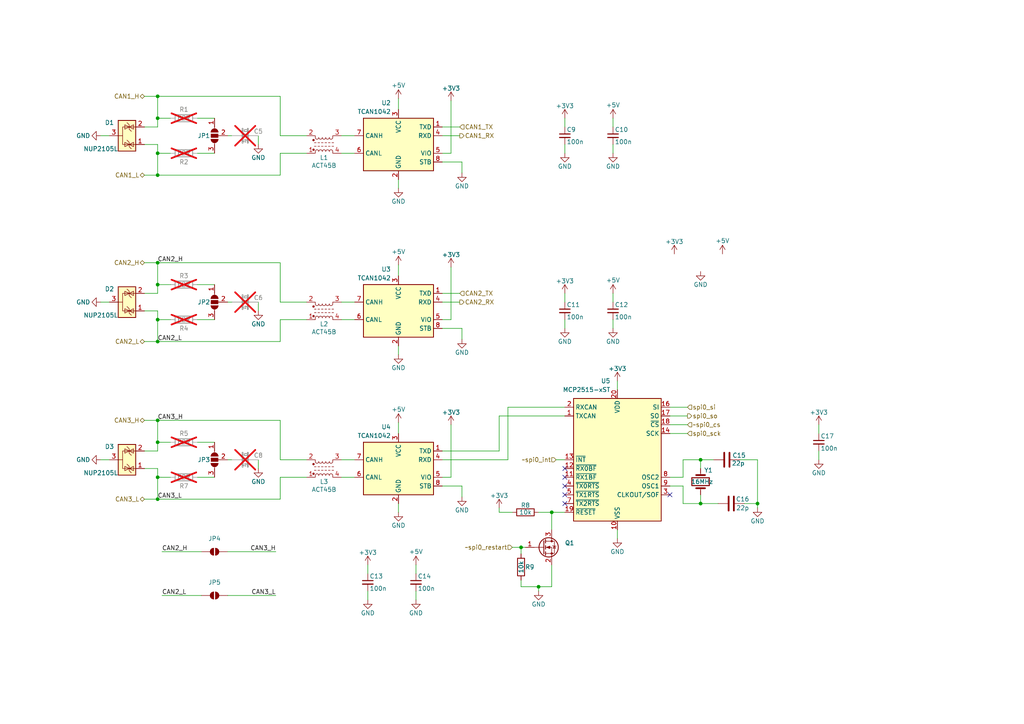
<source format=kicad_sch>
(kicad_sch
	(version 20231120)
	(generator "eeschema")
	(generator_version "8.0")
	(uuid "b83cbbb3-541e-41b4-a56e-1932da1f5e30")
	(paper "A4")
	(lib_symbols
		(symbol "Device:C"
			(pin_numbers hide)
			(pin_names
				(offset 0.254)
			)
			(exclude_from_sim no)
			(in_bom yes)
			(on_board yes)
			(property "Reference" "C"
				(at 0.635 2.54 0)
				(effects
					(font
						(size 1.27 1.27)
					)
					(justify left)
				)
			)
			(property "Value" "C"
				(at 0.635 -2.54 0)
				(effects
					(font
						(size 1.27 1.27)
					)
					(justify left)
				)
			)
			(property "Footprint" ""
				(at 0.9652 -3.81 0)
				(effects
					(font
						(size 1.27 1.27)
					)
					(hide yes)
				)
			)
			(property "Datasheet" "~"
				(at 0 0 0)
				(effects
					(font
						(size 1.27 1.27)
					)
					(hide yes)
				)
			)
			(property "Description" "Unpolarized capacitor"
				(at 0 0 0)
				(effects
					(font
						(size 1.27 1.27)
					)
					(hide yes)
				)
			)
			(property "ki_keywords" "cap capacitor"
				(at 0 0 0)
				(effects
					(font
						(size 1.27 1.27)
					)
					(hide yes)
				)
			)
			(property "ki_fp_filters" "C_*"
				(at 0 0 0)
				(effects
					(font
						(size 1.27 1.27)
					)
					(hide yes)
				)
			)
			(symbol "C_0_1"
				(polyline
					(pts
						(xy -2.032 -0.762) (xy 2.032 -0.762)
					)
					(stroke
						(width 0.508)
						(type default)
					)
					(fill
						(type none)
					)
				)
				(polyline
					(pts
						(xy -2.032 0.762) (xy 2.032 0.762)
					)
					(stroke
						(width 0.508)
						(type default)
					)
					(fill
						(type none)
					)
				)
			)
			(symbol "C_1_1"
				(pin passive line
					(at 0 3.81 270)
					(length 2.794)
					(name "~"
						(effects
							(font
								(size 1.27 1.27)
							)
						)
					)
					(number "1"
						(effects
							(font
								(size 1.27 1.27)
							)
						)
					)
				)
				(pin passive line
					(at 0 -3.81 90)
					(length 2.794)
					(name "~"
						(effects
							(font
								(size 1.27 1.27)
							)
						)
					)
					(number "2"
						(effects
							(font
								(size 1.27 1.27)
							)
						)
					)
				)
			)
		)
		(symbol "Device:Crystal"
			(pin_numbers hide)
			(pin_names
				(offset 1.016) hide)
			(exclude_from_sim no)
			(in_bom yes)
			(on_board yes)
			(property "Reference" "Y"
				(at 0 3.81 0)
				(effects
					(font
						(size 1.27 1.27)
					)
				)
			)
			(property "Value" "Crystal"
				(at 0 -3.81 0)
				(effects
					(font
						(size 1.27 1.27)
					)
				)
			)
			(property "Footprint" ""
				(at 0 0 0)
				(effects
					(font
						(size 1.27 1.27)
					)
					(hide yes)
				)
			)
			(property "Datasheet" "~"
				(at 0 0 0)
				(effects
					(font
						(size 1.27 1.27)
					)
					(hide yes)
				)
			)
			(property "Description" "Two pin crystal"
				(at 0 0 0)
				(effects
					(font
						(size 1.27 1.27)
					)
					(hide yes)
				)
			)
			(property "ki_keywords" "quartz ceramic resonator oscillator"
				(at 0 0 0)
				(effects
					(font
						(size 1.27 1.27)
					)
					(hide yes)
				)
			)
			(property "ki_fp_filters" "Crystal*"
				(at 0 0 0)
				(effects
					(font
						(size 1.27 1.27)
					)
					(hide yes)
				)
			)
			(symbol "Crystal_0_1"
				(rectangle
					(start -1.143 2.54)
					(end 1.143 -2.54)
					(stroke
						(width 0.3048)
						(type default)
					)
					(fill
						(type none)
					)
				)
				(polyline
					(pts
						(xy -2.54 0) (xy -1.905 0)
					)
					(stroke
						(width 0)
						(type default)
					)
					(fill
						(type none)
					)
				)
				(polyline
					(pts
						(xy -1.905 -1.27) (xy -1.905 1.27)
					)
					(stroke
						(width 0.508)
						(type default)
					)
					(fill
						(type none)
					)
				)
				(polyline
					(pts
						(xy 1.905 -1.27) (xy 1.905 1.27)
					)
					(stroke
						(width 0.508)
						(type default)
					)
					(fill
						(type none)
					)
				)
				(polyline
					(pts
						(xy 2.54 0) (xy 1.905 0)
					)
					(stroke
						(width 0)
						(type default)
					)
					(fill
						(type none)
					)
				)
			)
			(symbol "Crystal_1_1"
				(pin passive line
					(at -3.81 0 0)
					(length 1.27)
					(name "1"
						(effects
							(font
								(size 1.27 1.27)
							)
						)
					)
					(number "1"
						(effects
							(font
								(size 1.27 1.27)
							)
						)
					)
				)
				(pin passive line
					(at 3.81 0 180)
					(length 1.27)
					(name "2"
						(effects
							(font
								(size 1.27 1.27)
							)
						)
					)
					(number "2"
						(effects
							(font
								(size 1.27 1.27)
							)
						)
					)
				)
			)
		)
		(symbol "Device:L_Ferrite_Coupled_1423"
			(pin_names
				(offset 0.254) hide)
			(exclude_from_sim no)
			(in_bom yes)
			(on_board yes)
			(property "Reference" "L"
				(at 0 4.445 0)
				(effects
					(font
						(size 1.27 1.27)
					)
				)
			)
			(property "Value" "L_Ferrite_Coupled_1423"
				(at 0 -4.445 0)
				(effects
					(font
						(size 1.27 1.27)
					)
				)
			)
			(property "Footprint" ""
				(at 0 0 0)
				(effects
					(font
						(size 1.27 1.27)
					)
					(hide yes)
				)
			)
			(property "Datasheet" "~"
				(at 0 0 0)
				(effects
					(font
						(size 1.27 1.27)
					)
					(hide yes)
				)
			)
			(property "Description" "Coupled inductor with ferrite core"
				(at 0 0 0)
				(effects
					(font
						(size 1.27 1.27)
					)
					(hide yes)
				)
			)
			(property "ki_keywords" "inductor choke coil reactor magnetic coupled"
				(at 0 0 0)
				(effects
					(font
						(size 1.27 1.27)
					)
					(hide yes)
				)
			)
			(property "ki_fp_filters" "Choke_* *Coil* Inductor_* L_*"
				(at 0 0 0)
				(effects
					(font
						(size 1.27 1.27)
					)
					(hide yes)
				)
			)
			(symbol "L_Ferrite_Coupled_1423_0_1"
				(circle
					(center -3.048 -1.27)
					(radius 0.254)
					(stroke
						(width 0)
						(type default)
					)
					(fill
						(type outline)
					)
				)
				(circle
					(center -3.048 1.524)
					(radius 0.254)
					(stroke
						(width 0)
						(type default)
					)
					(fill
						(type outline)
					)
				)
				(arc
					(start -2.54 2.032)
					(mid -2.032 1.5262)
					(end -1.524 2.032)
					(stroke
						(width 0)
						(type default)
					)
					(fill
						(type none)
					)
				)
				(arc
					(start -1.524 -2.032)
					(mid -2.032 -1.5262)
					(end -2.54 -2.032)
					(stroke
						(width 0)
						(type default)
					)
					(fill
						(type none)
					)
				)
				(arc
					(start -1.524 2.032)
					(mid -1.016 1.5262)
					(end -0.508 2.032)
					(stroke
						(width 0)
						(type default)
					)
					(fill
						(type none)
					)
				)
				(arc
					(start -0.508 -2.032)
					(mid -1.016 -1.5262)
					(end -1.524 -2.032)
					(stroke
						(width 0)
						(type default)
					)
					(fill
						(type none)
					)
				)
				(arc
					(start -0.508 2.032)
					(mid 0 1.5262)
					(end 0.508 2.032)
					(stroke
						(width 0)
						(type default)
					)
					(fill
						(type none)
					)
				)
				(polyline
					(pts
						(xy -2.794 -0.508) (xy -2.286 -0.508)
					)
					(stroke
						(width 0)
						(type default)
					)
					(fill
						(type none)
					)
				)
				(polyline
					(pts
						(xy -2.794 0.508) (xy -2.286 0.508)
					)
					(stroke
						(width 0)
						(type default)
					)
					(fill
						(type none)
					)
				)
				(polyline
					(pts
						(xy -2.54 -2.032) (xy -2.54 -2.54)
					)
					(stroke
						(width 0)
						(type default)
					)
					(fill
						(type none)
					)
				)
				(polyline
					(pts
						(xy -2.54 2.032) (xy -2.54 2.54)
					)
					(stroke
						(width 0)
						(type default)
					)
					(fill
						(type none)
					)
				)
				(polyline
					(pts
						(xy -1.778 -0.508) (xy -1.27 -0.508)
					)
					(stroke
						(width 0)
						(type default)
					)
					(fill
						(type none)
					)
				)
				(polyline
					(pts
						(xy -1.778 0.508) (xy -1.27 0.508)
					)
					(stroke
						(width 0)
						(type default)
					)
					(fill
						(type none)
					)
				)
				(polyline
					(pts
						(xy -0.762 -0.508) (xy -0.254 -0.508)
					)
					(stroke
						(width 0)
						(type default)
					)
					(fill
						(type none)
					)
				)
				(polyline
					(pts
						(xy -0.762 0.508) (xy -0.254 0.508)
					)
					(stroke
						(width 0)
						(type default)
					)
					(fill
						(type none)
					)
				)
				(polyline
					(pts
						(xy 0.254 -0.508) (xy 0.762 -0.508)
					)
					(stroke
						(width 0)
						(type default)
					)
					(fill
						(type none)
					)
				)
				(polyline
					(pts
						(xy 0.254 0.508) (xy 0.762 0.508)
					)
					(stroke
						(width 0)
						(type default)
					)
					(fill
						(type none)
					)
				)
				(polyline
					(pts
						(xy 1.27 -0.508) (xy 1.778 -0.508)
					)
					(stroke
						(width 0)
						(type default)
					)
					(fill
						(type none)
					)
				)
				(polyline
					(pts
						(xy 1.27 0.508) (xy 1.778 0.508)
					)
					(stroke
						(width 0)
						(type default)
					)
					(fill
						(type none)
					)
				)
				(polyline
					(pts
						(xy 2.286 -0.508) (xy 2.794 -0.508)
					)
					(stroke
						(width 0)
						(type default)
					)
					(fill
						(type none)
					)
				)
				(polyline
					(pts
						(xy 2.286 0.508) (xy 2.794 0.508)
					)
					(stroke
						(width 0)
						(type default)
					)
					(fill
						(type none)
					)
				)
				(polyline
					(pts
						(xy 2.54 -2.032) (xy 2.54 -2.54)
					)
					(stroke
						(width 0)
						(type default)
					)
					(fill
						(type none)
					)
				)
				(polyline
					(pts
						(xy 2.54 2.54) (xy 2.54 2.032)
					)
					(stroke
						(width 0)
						(type default)
					)
					(fill
						(type none)
					)
				)
				(arc
					(start 0.508 -2.032)
					(mid 0 -1.5262)
					(end -0.508 -2.032)
					(stroke
						(width 0)
						(type default)
					)
					(fill
						(type none)
					)
				)
				(arc
					(start 0.508 2.032)
					(mid 1.016 1.5262)
					(end 1.524 2.032)
					(stroke
						(width 0)
						(type default)
					)
					(fill
						(type none)
					)
				)
				(arc
					(start 1.524 -2.032)
					(mid 1.016 -1.5262)
					(end 0.508 -2.032)
					(stroke
						(width 0)
						(type default)
					)
					(fill
						(type none)
					)
				)
				(arc
					(start 1.524 2.032)
					(mid 2.032 1.5262)
					(end 2.54 2.032)
					(stroke
						(width 0)
						(type default)
					)
					(fill
						(type none)
					)
				)
				(arc
					(start 2.54 -2.032)
					(mid 2.032 -1.5262)
					(end 1.524 -2.032)
					(stroke
						(width 0)
						(type default)
					)
					(fill
						(type none)
					)
				)
			)
			(symbol "L_Ferrite_Coupled_1423_1_1"
				(pin passive line
					(at -5.08 2.54 0)
					(length 2.54)
					(name "1"
						(effects
							(font
								(size 1.27 1.27)
							)
						)
					)
					(number "1"
						(effects
							(font
								(size 1.27 1.27)
							)
						)
					)
				)
				(pin passive line
					(at -5.08 -2.54 0)
					(length 2.54)
					(name "2"
						(effects
							(font
								(size 1.27 1.27)
							)
						)
					)
					(number "2"
						(effects
							(font
								(size 1.27 1.27)
							)
						)
					)
				)
				(pin passive line
					(at 5.08 -2.54 180)
					(length 2.54)
					(name "3"
						(effects
							(font
								(size 1.27 1.27)
							)
						)
					)
					(number "3"
						(effects
							(font
								(size 1.27 1.27)
							)
						)
					)
				)
				(pin passive line
					(at 5.08 2.54 180)
					(length 2.54)
					(name "4"
						(effects
							(font
								(size 1.27 1.27)
							)
						)
					)
					(number "4"
						(effects
							(font
								(size 1.27 1.27)
							)
						)
					)
				)
			)
		)
		(symbol "Device:Q_NMOS_GSD"
			(pin_names
				(offset 0) hide)
			(exclude_from_sim no)
			(in_bom yes)
			(on_board yes)
			(property "Reference" "Q"
				(at 5.08 1.27 0)
				(effects
					(font
						(size 1.27 1.27)
					)
					(justify left)
				)
			)
			(property "Value" "Q_NMOS_GSD"
				(at 5.08 -1.27 0)
				(effects
					(font
						(size 1.27 1.27)
					)
					(justify left)
				)
			)
			(property "Footprint" ""
				(at 5.08 2.54 0)
				(effects
					(font
						(size 1.27 1.27)
					)
					(hide yes)
				)
			)
			(property "Datasheet" "~"
				(at 0 0 0)
				(effects
					(font
						(size 1.27 1.27)
					)
					(hide yes)
				)
			)
			(property "Description" "N-MOSFET transistor, gate/source/drain"
				(at 0 0 0)
				(effects
					(font
						(size 1.27 1.27)
					)
					(hide yes)
				)
			)
			(property "ki_keywords" "transistor NMOS N-MOS N-MOSFET"
				(at 0 0 0)
				(effects
					(font
						(size 1.27 1.27)
					)
					(hide yes)
				)
			)
			(symbol "Q_NMOS_GSD_0_1"
				(polyline
					(pts
						(xy 0.254 0) (xy -2.54 0)
					)
					(stroke
						(width 0)
						(type default)
					)
					(fill
						(type none)
					)
				)
				(polyline
					(pts
						(xy 0.254 1.905) (xy 0.254 -1.905)
					)
					(stroke
						(width 0.254)
						(type default)
					)
					(fill
						(type none)
					)
				)
				(polyline
					(pts
						(xy 0.762 -1.27) (xy 0.762 -2.286)
					)
					(stroke
						(width 0.254)
						(type default)
					)
					(fill
						(type none)
					)
				)
				(polyline
					(pts
						(xy 0.762 0.508) (xy 0.762 -0.508)
					)
					(stroke
						(width 0.254)
						(type default)
					)
					(fill
						(type none)
					)
				)
				(polyline
					(pts
						(xy 0.762 2.286) (xy 0.762 1.27)
					)
					(stroke
						(width 0.254)
						(type default)
					)
					(fill
						(type none)
					)
				)
				(polyline
					(pts
						(xy 2.54 2.54) (xy 2.54 1.778)
					)
					(stroke
						(width 0)
						(type default)
					)
					(fill
						(type none)
					)
				)
				(polyline
					(pts
						(xy 2.54 -2.54) (xy 2.54 0) (xy 0.762 0)
					)
					(stroke
						(width 0)
						(type default)
					)
					(fill
						(type none)
					)
				)
				(polyline
					(pts
						(xy 0.762 -1.778) (xy 3.302 -1.778) (xy 3.302 1.778) (xy 0.762 1.778)
					)
					(stroke
						(width 0)
						(type default)
					)
					(fill
						(type none)
					)
				)
				(polyline
					(pts
						(xy 1.016 0) (xy 2.032 0.381) (xy 2.032 -0.381) (xy 1.016 0)
					)
					(stroke
						(width 0)
						(type default)
					)
					(fill
						(type outline)
					)
				)
				(polyline
					(pts
						(xy 2.794 0.508) (xy 2.921 0.381) (xy 3.683 0.381) (xy 3.81 0.254)
					)
					(stroke
						(width 0)
						(type default)
					)
					(fill
						(type none)
					)
				)
				(polyline
					(pts
						(xy 3.302 0.381) (xy 2.921 -0.254) (xy 3.683 -0.254) (xy 3.302 0.381)
					)
					(stroke
						(width 0)
						(type default)
					)
					(fill
						(type none)
					)
				)
				(circle
					(center 1.651 0)
					(radius 2.794)
					(stroke
						(width 0.254)
						(type default)
					)
					(fill
						(type none)
					)
				)
				(circle
					(center 2.54 -1.778)
					(radius 0.254)
					(stroke
						(width 0)
						(type default)
					)
					(fill
						(type outline)
					)
				)
				(circle
					(center 2.54 1.778)
					(radius 0.254)
					(stroke
						(width 0)
						(type default)
					)
					(fill
						(type outline)
					)
				)
			)
			(symbol "Q_NMOS_GSD_1_1"
				(pin input line
					(at -5.08 0 0)
					(length 2.54)
					(name "G"
						(effects
							(font
								(size 1.27 1.27)
							)
						)
					)
					(number "1"
						(effects
							(font
								(size 1.27 1.27)
							)
						)
					)
				)
				(pin passive line
					(at 2.54 -5.08 90)
					(length 2.54)
					(name "S"
						(effects
							(font
								(size 1.27 1.27)
							)
						)
					)
					(number "2"
						(effects
							(font
								(size 1.27 1.27)
							)
						)
					)
				)
				(pin passive line
					(at 2.54 5.08 270)
					(length 2.54)
					(name "D"
						(effects
							(font
								(size 1.27 1.27)
							)
						)
					)
					(number "3"
						(effects
							(font
								(size 1.27 1.27)
							)
						)
					)
				)
			)
		)
		(symbol "Device:R"
			(pin_numbers hide)
			(pin_names
				(offset 0)
			)
			(exclude_from_sim no)
			(in_bom yes)
			(on_board yes)
			(property "Reference" "R"
				(at 2.032 0 90)
				(effects
					(font
						(size 1.27 1.27)
					)
				)
			)
			(property "Value" "R"
				(at 0 0 90)
				(effects
					(font
						(size 1.27 1.27)
					)
				)
			)
			(property "Footprint" ""
				(at -1.778 0 90)
				(effects
					(font
						(size 1.27 1.27)
					)
					(hide yes)
				)
			)
			(property "Datasheet" "~"
				(at 0 0 0)
				(effects
					(font
						(size 1.27 1.27)
					)
					(hide yes)
				)
			)
			(property "Description" "Resistor"
				(at 0 0 0)
				(effects
					(font
						(size 1.27 1.27)
					)
					(hide yes)
				)
			)
			(property "ki_keywords" "R res resistor"
				(at 0 0 0)
				(effects
					(font
						(size 1.27 1.27)
					)
					(hide yes)
				)
			)
			(property "ki_fp_filters" "R_*"
				(at 0 0 0)
				(effects
					(font
						(size 1.27 1.27)
					)
					(hide yes)
				)
			)
			(symbol "R_0_1"
				(rectangle
					(start -1.016 -2.54)
					(end 1.016 2.54)
					(stroke
						(width 0.254)
						(type default)
					)
					(fill
						(type none)
					)
				)
			)
			(symbol "R_1_1"
				(pin passive line
					(at 0 3.81 270)
					(length 1.27)
					(name "~"
						(effects
							(font
								(size 1.27 1.27)
							)
						)
					)
					(number "1"
						(effects
							(font
								(size 1.27 1.27)
							)
						)
					)
				)
				(pin passive line
					(at 0 -3.81 90)
					(length 1.27)
					(name "~"
						(effects
							(font
								(size 1.27 1.27)
							)
						)
					)
					(number "2"
						(effects
							(font
								(size 1.27 1.27)
							)
						)
					)
				)
			)
		)
		(symbol "Interface_CAN_LIN:MCP2515-xST"
			(exclude_from_sim no)
			(in_bom yes)
			(on_board yes)
			(property "Reference" "U"
				(at -10.16 19.685 0)
				(effects
					(font
						(size 1.27 1.27)
					)
					(justify right)
				)
			)
			(property "Value" "MCP2515-xST"
				(at 19.05 20.32 0)
				(effects
					(font
						(size 1.27 1.27)
					)
					(justify right top)
				)
			)
			(property "Footprint" "Package_SO:TSSOP-20_4.4x6.5mm_P0.65mm"
				(at 0 -22.86 0)
				(effects
					(font
						(size 1.27 1.27)
						(italic yes)
					)
					(hide yes)
				)
			)
			(property "Datasheet" "http://ww1.microchip.com/downloads/en/DeviceDoc/21801e.pdf"
				(at 2.54 -20.32 0)
				(effects
					(font
						(size 1.27 1.27)
					)
					(hide yes)
				)
			)
			(property "Description" "Stand-Alone CAN Controller with SPI Interface, TSSOP-20"
				(at 0 0 0)
				(effects
					(font
						(size 1.27 1.27)
					)
					(hide yes)
				)
			)
			(property "ki_keywords" "CAN Controller SPI"
				(at 0 0 0)
				(effects
					(font
						(size 1.27 1.27)
					)
					(hide yes)
				)
			)
			(property "ki_fp_filters" "TSSOP*4.4x6.5mm*P0.65mm*"
				(at 0 0 0)
				(effects
					(font
						(size 1.27 1.27)
					)
					(hide yes)
				)
			)
			(symbol "MCP2515-xST_0_1"
				(rectangle
					(start -12.7 17.78)
					(end 12.7 -17.78)
					(stroke
						(width 0.254)
						(type default)
					)
					(fill
						(type background)
					)
				)
			)
			(symbol "MCP2515-xST_1_1"
				(pin output line
					(at 15.24 12.7 180)
					(length 2.54)
					(name "TXCAN"
						(effects
							(font
								(size 1.27 1.27)
							)
						)
					)
					(number "1"
						(effects
							(font
								(size 1.27 1.27)
							)
						)
					)
				)
				(pin power_in line
					(at 0 -20.32 90)
					(length 2.54)
					(name "VSS"
						(effects
							(font
								(size 1.27 1.27)
							)
						)
					)
					(number "10"
						(effects
							(font
								(size 1.27 1.27)
							)
						)
					)
				)
				(pin output line
					(at 15.24 -5.08 180)
					(length 2.54)
					(name "~{RX1BF}"
						(effects
							(font
								(size 1.27 1.27)
							)
						)
					)
					(number "11"
						(effects
							(font
								(size 1.27 1.27)
							)
						)
					)
				)
				(pin output line
					(at 15.24 -2.54 180)
					(length 2.54)
					(name "~{RX0BF}"
						(effects
							(font
								(size 1.27 1.27)
							)
						)
					)
					(number "12"
						(effects
							(font
								(size 1.27 1.27)
							)
						)
					)
				)
				(pin output line
					(at 15.24 0 180)
					(length 2.54)
					(name "~{INT}"
						(effects
							(font
								(size 1.27 1.27)
							)
						)
					)
					(number "13"
						(effects
							(font
								(size 1.27 1.27)
							)
						)
					)
				)
				(pin input line
					(at -15.24 7.62 0)
					(length 2.54)
					(name "SCK"
						(effects
							(font
								(size 1.27 1.27)
							)
						)
					)
					(number "14"
						(effects
							(font
								(size 1.27 1.27)
							)
						)
					)
				)
				(pin no_connect line
					(at -12.7 -2.54 0)
					(length 2.54) hide
					(name "NC"
						(effects
							(font
								(size 1.27 1.27)
							)
						)
					)
					(number "15"
						(effects
							(font
								(size 1.27 1.27)
							)
						)
					)
				)
				(pin input line
					(at -15.24 15.24 0)
					(length 2.54)
					(name "SI"
						(effects
							(font
								(size 1.27 1.27)
							)
						)
					)
					(number "16"
						(effects
							(font
								(size 1.27 1.27)
							)
						)
					)
				)
				(pin output line
					(at -15.24 12.7 0)
					(length 2.54)
					(name "SO"
						(effects
							(font
								(size 1.27 1.27)
							)
						)
					)
					(number "17"
						(effects
							(font
								(size 1.27 1.27)
							)
						)
					)
				)
				(pin input line
					(at -15.24 10.16 0)
					(length 2.54)
					(name "~{CS}"
						(effects
							(font
								(size 1.27 1.27)
							)
						)
					)
					(number "18"
						(effects
							(font
								(size 1.27 1.27)
							)
						)
					)
				)
				(pin input line
					(at 15.24 -15.24 180)
					(length 2.54)
					(name "~{RESET}"
						(effects
							(font
								(size 1.27 1.27)
							)
						)
					)
					(number "19"
						(effects
							(font
								(size 1.27 1.27)
							)
						)
					)
				)
				(pin input line
					(at 15.24 15.24 180)
					(length 2.54)
					(name "RXCAN"
						(effects
							(font
								(size 1.27 1.27)
							)
						)
					)
					(number "2"
						(effects
							(font
								(size 1.27 1.27)
							)
						)
					)
				)
				(pin power_in line
					(at 0 20.32 270)
					(length 2.54)
					(name "VDD"
						(effects
							(font
								(size 1.27 1.27)
							)
						)
					)
					(number "20"
						(effects
							(font
								(size 1.27 1.27)
							)
						)
					)
				)
				(pin output line
					(at -15.24 -10.16 0)
					(length 2.54)
					(name "CLKOUT/SOF"
						(effects
							(font
								(size 1.27 1.27)
							)
						)
					)
					(number "3"
						(effects
							(font
								(size 1.27 1.27)
							)
						)
					)
				)
				(pin input line
					(at 15.24 -7.62 180)
					(length 2.54)
					(name "~{TX0RTS}"
						(effects
							(font
								(size 1.27 1.27)
							)
						)
					)
					(number "4"
						(effects
							(font
								(size 1.27 1.27)
							)
						)
					)
				)
				(pin input line
					(at 15.24 -10.16 180)
					(length 2.54)
					(name "~{TX1RTS}"
						(effects
							(font
								(size 1.27 1.27)
							)
						)
					)
					(number "5"
						(effects
							(font
								(size 1.27 1.27)
							)
						)
					)
				)
				(pin no_connect line
					(at -12.7 0 0)
					(length 2.54) hide
					(name "NC"
						(effects
							(font
								(size 1.27 1.27)
							)
						)
					)
					(number "6"
						(effects
							(font
								(size 1.27 1.27)
							)
						)
					)
				)
				(pin input line
					(at 15.24 -12.7 180)
					(length 2.54)
					(name "~{TX2RTS}"
						(effects
							(font
								(size 1.27 1.27)
							)
						)
					)
					(number "7"
						(effects
							(font
								(size 1.27 1.27)
							)
						)
					)
				)
				(pin output line
					(at -15.24 -5.08 0)
					(length 2.54)
					(name "OSC2"
						(effects
							(font
								(size 1.27 1.27)
							)
						)
					)
					(number "8"
						(effects
							(font
								(size 1.27 1.27)
							)
						)
					)
				)
				(pin input line
					(at -15.24 -7.62 0)
					(length 2.54)
					(name "OSC1"
						(effects
							(font
								(size 1.27 1.27)
							)
						)
					)
					(number "9"
						(effects
							(font
								(size 1.27 1.27)
							)
						)
					)
				)
			)
		)
		(symbol "Interface_CAN_LIN:TJA1042T-3"
			(exclude_from_sim no)
			(in_bom yes)
			(on_board yes)
			(property "Reference" "U"
				(at -10.16 8.89 0)
				(effects
					(font
						(size 1.27 1.27)
					)
					(justify left)
				)
			)
			(property "Value" "TJA1042T-3"
				(at 1.27 8.89 0)
				(effects
					(font
						(size 1.27 1.27)
					)
					(justify left)
				)
			)
			(property "Footprint" "Package_SO:SOIC-8_3.9x4.9mm_P1.27mm"
				(at 0 -12.7 0)
				(effects
					(font
						(size 1.27 1.27)
						(italic yes)
					)
					(hide yes)
				)
			)
			(property "Datasheet" "http://www.nxp.com/docs/en/data-sheet/TJA1042.pdf"
				(at 0 0 0)
				(effects
					(font
						(size 1.27 1.27)
					)
					(hide yes)
				)
			)
			(property "Description" "High-Speed CAN Transceiver, separate VIO, standby mode, SOIC-8"
				(at 0 0 0)
				(effects
					(font
						(size 1.27 1.27)
					)
					(hide yes)
				)
			)
			(property "ki_keywords" "High-Speed CAN Transceiver"
				(at 0 0 0)
				(effects
					(font
						(size 1.27 1.27)
					)
					(hide yes)
				)
			)
			(property "ki_fp_filters" "SOIC*3.9x4.9mm*P1.27mm*"
				(at 0 0 0)
				(effects
					(font
						(size 1.27 1.27)
					)
					(hide yes)
				)
			)
			(symbol "TJA1042T-3_0_1"
				(rectangle
					(start -10.16 7.62)
					(end 10.16 -7.62)
					(stroke
						(width 0.254)
						(type default)
					)
					(fill
						(type background)
					)
				)
			)
			(symbol "TJA1042T-3_1_1"
				(pin input line
					(at -12.7 5.08 0)
					(length 2.54)
					(name "TXD"
						(effects
							(font
								(size 1.27 1.27)
							)
						)
					)
					(number "1"
						(effects
							(font
								(size 1.27 1.27)
							)
						)
					)
				)
				(pin power_in line
					(at 0 -10.16 90)
					(length 2.54)
					(name "GND"
						(effects
							(font
								(size 1.27 1.27)
							)
						)
					)
					(number "2"
						(effects
							(font
								(size 1.27 1.27)
							)
						)
					)
				)
				(pin power_in line
					(at 0 10.16 270)
					(length 2.54)
					(name "VCC"
						(effects
							(font
								(size 1.27 1.27)
							)
						)
					)
					(number "3"
						(effects
							(font
								(size 1.27 1.27)
							)
						)
					)
				)
				(pin output line
					(at -12.7 2.54 0)
					(length 2.54)
					(name "RXD"
						(effects
							(font
								(size 1.27 1.27)
							)
						)
					)
					(number "4"
						(effects
							(font
								(size 1.27 1.27)
							)
						)
					)
				)
				(pin power_in line
					(at -12.7 -2.54 0)
					(length 2.54)
					(name "VIO"
						(effects
							(font
								(size 1.27 1.27)
							)
						)
					)
					(number "5"
						(effects
							(font
								(size 1.27 1.27)
							)
						)
					)
				)
				(pin bidirectional line
					(at 12.7 -2.54 180)
					(length 2.54)
					(name "CANL"
						(effects
							(font
								(size 1.27 1.27)
							)
						)
					)
					(number "6"
						(effects
							(font
								(size 1.27 1.27)
							)
						)
					)
				)
				(pin bidirectional line
					(at 12.7 2.54 180)
					(length 2.54)
					(name "CANH"
						(effects
							(font
								(size 1.27 1.27)
							)
						)
					)
					(number "7"
						(effects
							(font
								(size 1.27 1.27)
							)
						)
					)
				)
				(pin input line
					(at -12.7 -5.08 0)
					(length 2.54)
					(name "STB"
						(effects
							(font
								(size 1.27 1.27)
							)
						)
					)
					(number "8"
						(effects
							(font
								(size 1.27 1.27)
							)
						)
					)
				)
			)
		)
		(symbol "Jumper:SolderJumper_2_Open"
			(pin_numbers hide)
			(pin_names
				(offset 0) hide)
			(exclude_from_sim yes)
			(in_bom no)
			(on_board yes)
			(property "Reference" "JP"
				(at 0 2.032 0)
				(effects
					(font
						(size 1.27 1.27)
					)
				)
			)
			(property "Value" "SolderJumper_2_Open"
				(at 0 -2.54 0)
				(effects
					(font
						(size 1.27 1.27)
					)
				)
			)
			(property "Footprint" ""
				(at 0 0 0)
				(effects
					(font
						(size 1.27 1.27)
					)
					(hide yes)
				)
			)
			(property "Datasheet" "~"
				(at 0 0 0)
				(effects
					(font
						(size 1.27 1.27)
					)
					(hide yes)
				)
			)
			(property "Description" "Solder Jumper, 2-pole, open"
				(at 0 0 0)
				(effects
					(font
						(size 1.27 1.27)
					)
					(hide yes)
				)
			)
			(property "ki_keywords" "solder jumper SPST"
				(at 0 0 0)
				(effects
					(font
						(size 1.27 1.27)
					)
					(hide yes)
				)
			)
			(property "ki_fp_filters" "SolderJumper*Open*"
				(at 0 0 0)
				(effects
					(font
						(size 1.27 1.27)
					)
					(hide yes)
				)
			)
			(symbol "SolderJumper_2_Open_0_1"
				(arc
					(start -0.254 1.016)
					(mid -1.2656 0)
					(end -0.254 -1.016)
					(stroke
						(width 0)
						(type default)
					)
					(fill
						(type none)
					)
				)
				(arc
					(start -0.254 1.016)
					(mid -1.2656 0)
					(end -0.254 -1.016)
					(stroke
						(width 0)
						(type default)
					)
					(fill
						(type outline)
					)
				)
				(polyline
					(pts
						(xy -0.254 1.016) (xy -0.254 -1.016)
					)
					(stroke
						(width 0)
						(type default)
					)
					(fill
						(type none)
					)
				)
				(polyline
					(pts
						(xy 0.254 1.016) (xy 0.254 -1.016)
					)
					(stroke
						(width 0)
						(type default)
					)
					(fill
						(type none)
					)
				)
				(arc
					(start 0.254 -1.016)
					(mid 1.2656 0)
					(end 0.254 1.016)
					(stroke
						(width 0)
						(type default)
					)
					(fill
						(type none)
					)
				)
				(arc
					(start 0.254 -1.016)
					(mid 1.2656 0)
					(end 0.254 1.016)
					(stroke
						(width 0)
						(type default)
					)
					(fill
						(type outline)
					)
				)
			)
			(symbol "SolderJumper_2_Open_1_1"
				(pin passive line
					(at -3.81 0 0)
					(length 2.54)
					(name "A"
						(effects
							(font
								(size 1.27 1.27)
							)
						)
					)
					(number "1"
						(effects
							(font
								(size 1.27 1.27)
							)
						)
					)
				)
				(pin passive line
					(at 3.81 0 180)
					(length 2.54)
					(name "B"
						(effects
							(font
								(size 1.27 1.27)
							)
						)
					)
					(number "2"
						(effects
							(font
								(size 1.27 1.27)
							)
						)
					)
				)
			)
		)
		(symbol "Jumper:SolderJumper_3_Open"
			(pin_names
				(offset 0) hide)
			(exclude_from_sim no)
			(in_bom yes)
			(on_board yes)
			(property "Reference" "JP"
				(at -2.54 -2.54 0)
				(effects
					(font
						(size 1.27 1.27)
					)
				)
			)
			(property "Value" "SolderJumper_3_Open"
				(at 0 2.794 0)
				(effects
					(font
						(size 1.27 1.27)
					)
				)
			)
			(property "Footprint" ""
				(at 0 0 0)
				(effects
					(font
						(size 1.27 1.27)
					)
					(hide yes)
				)
			)
			(property "Datasheet" "~"
				(at 0 0 0)
				(effects
					(font
						(size 1.27 1.27)
					)
					(hide yes)
				)
			)
			(property "Description" "Solder Jumper, 3-pole, open"
				(at 0 0 0)
				(effects
					(font
						(size 1.27 1.27)
					)
					(hide yes)
				)
			)
			(property "ki_keywords" "Solder Jumper SPDT"
				(at 0 0 0)
				(effects
					(font
						(size 1.27 1.27)
					)
					(hide yes)
				)
			)
			(property "ki_fp_filters" "SolderJumper*Open*"
				(at 0 0 0)
				(effects
					(font
						(size 1.27 1.27)
					)
					(hide yes)
				)
			)
			(symbol "SolderJumper_3_Open_0_1"
				(arc
					(start -1.016 1.016)
					(mid -2.0276 0)
					(end -1.016 -1.016)
					(stroke
						(width 0)
						(type default)
					)
					(fill
						(type none)
					)
				)
				(arc
					(start -1.016 1.016)
					(mid -2.0276 0)
					(end -1.016 -1.016)
					(stroke
						(width 0)
						(type default)
					)
					(fill
						(type outline)
					)
				)
				(rectangle
					(start -0.508 1.016)
					(end 0.508 -1.016)
					(stroke
						(width 0)
						(type default)
					)
					(fill
						(type outline)
					)
				)
				(polyline
					(pts
						(xy -2.54 0) (xy -2.032 0)
					)
					(stroke
						(width 0)
						(type default)
					)
					(fill
						(type none)
					)
				)
				(polyline
					(pts
						(xy -1.016 1.016) (xy -1.016 -1.016)
					)
					(stroke
						(width 0)
						(type default)
					)
					(fill
						(type none)
					)
				)
				(polyline
					(pts
						(xy 0 -1.27) (xy 0 -1.016)
					)
					(stroke
						(width 0)
						(type default)
					)
					(fill
						(type none)
					)
				)
				(polyline
					(pts
						(xy 1.016 1.016) (xy 1.016 -1.016)
					)
					(stroke
						(width 0)
						(type default)
					)
					(fill
						(type none)
					)
				)
				(polyline
					(pts
						(xy 2.54 0) (xy 2.032 0)
					)
					(stroke
						(width 0)
						(type default)
					)
					(fill
						(type none)
					)
				)
				(arc
					(start 1.016 -1.016)
					(mid 2.0276 0)
					(end 1.016 1.016)
					(stroke
						(width 0)
						(type default)
					)
					(fill
						(type none)
					)
				)
				(arc
					(start 1.016 -1.016)
					(mid 2.0276 0)
					(end 1.016 1.016)
					(stroke
						(width 0)
						(type default)
					)
					(fill
						(type outline)
					)
				)
			)
			(symbol "SolderJumper_3_Open_1_1"
				(pin passive line
					(at -5.08 0 0)
					(length 2.54)
					(name "A"
						(effects
							(font
								(size 1.27 1.27)
							)
						)
					)
					(number "1"
						(effects
							(font
								(size 1.27 1.27)
							)
						)
					)
				)
				(pin passive line
					(at 0 -3.81 90)
					(length 2.54)
					(name "C"
						(effects
							(font
								(size 1.27 1.27)
							)
						)
					)
					(number "2"
						(effects
							(font
								(size 1.27 1.27)
							)
						)
					)
				)
				(pin passive line
					(at 5.08 0 180)
					(length 2.54)
					(name "B"
						(effects
							(font
								(size 1.27 1.27)
							)
						)
					)
					(number "3"
						(effects
							(font
								(size 1.27 1.27)
							)
						)
					)
				)
			)
		)
		(symbol "LibreSolar:C"
			(pin_numbers hide)
			(pin_names
				(offset 0.254) hide)
			(exclude_from_sim no)
			(in_bom yes)
			(on_board yes)
			(property "Reference" "C"
				(at 0.635 1.905 0)
				(effects
					(font
						(size 1.27 1.27)
					)
					(justify left)
				)
			)
			(property "Value" "C"
				(at 0.635 -1.905 0)
				(effects
					(font
						(size 1.27 1.27)
					)
					(justify left)
				)
			)
			(property "Footprint" ""
				(at 0 -5.08 0)
				(effects
					(font
						(size 1.27 1.27)
					)
					(hide yes)
				)
			)
			(property "Datasheet" ""
				(at 0.635 1.905 0)
				(effects
					(font
						(size 1.27 1.27)
					)
					(hide yes)
				)
			)
			(property "Description" "Unpolarized capacitor"
				(at 0 0 0)
				(effects
					(font
						(size 1.27 1.27)
					)
					(hide yes)
				)
			)
			(property "ki_keywords" "capacitor"
				(at 0 0 0)
				(effects
					(font
						(size 1.27 1.27)
					)
					(hide yes)
				)
			)
			(property "ki_fp_filters" "C? C_????_* C_???? SMD*_c Capacitor*"
				(at 0 0 0)
				(effects
					(font
						(size 1.27 1.27)
					)
					(hide yes)
				)
			)
			(symbol "C_0_1"
				(polyline
					(pts
						(xy -1.524 -0.508) (xy 1.524 -0.508)
					)
					(stroke
						(width 0.3302)
						(type default)
					)
					(fill
						(type none)
					)
				)
				(polyline
					(pts
						(xy -1.524 0.508) (xy 0 0.508) (xy 1.524 0.508)
					)
					(stroke
						(width 0.3048)
						(type default)
					)
					(fill
						(type none)
					)
				)
			)
			(symbol "C_1_1"
				(pin passive line
					(at 0 2.54 270)
					(length 1.905)
					(name "~"
						(effects
							(font
								(size 1.016 1.016)
							)
						)
					)
					(number "1"
						(effects
							(font
								(size 1.016 1.016)
							)
						)
					)
				)
				(pin passive line
					(at 0 -2.54 90)
					(length 2.032)
					(name "~"
						(effects
							(font
								(size 1.016 1.016)
							)
						)
					)
					(number "2"
						(effects
							(font
								(size 1.016 1.016)
							)
						)
					)
				)
			)
		)
		(symbol "Power_Protection:NUP2105L"
			(pin_names hide)
			(exclude_from_sim no)
			(in_bom yes)
			(on_board yes)
			(property "Reference" "D"
				(at 5.715 2.54 0)
				(effects
					(font
						(size 1.27 1.27)
					)
					(justify left)
				)
			)
			(property "Value" "NUP2105L"
				(at 5.715 0.635 0)
				(effects
					(font
						(size 1.27 1.27)
					)
					(justify left)
				)
			)
			(property "Footprint" "Package_TO_SOT_SMD:SOT-23"
				(at 5.715 -1.27 0)
				(effects
					(font
						(size 1.27 1.27)
					)
					(justify left)
					(hide yes)
				)
			)
			(property "Datasheet" "http://www.onsemi.com/pub_link/Collateral/NUP2105L-D.PDF"
				(at 3.175 3.175 0)
				(effects
					(font
						(size 1.27 1.27)
					)
					(hide yes)
				)
			)
			(property "Description" "Dual Line CAN Bus Protector, 24Vrwm"
				(at 0 0 0)
				(effects
					(font
						(size 1.27 1.27)
					)
					(hide yes)
				)
			)
			(property "ki_keywords" "can esd protection suppression transient"
				(at 0 0 0)
				(effects
					(font
						(size 1.27 1.27)
					)
					(hide yes)
				)
			)
			(property "ki_fp_filters" "SOT?23*"
				(at 0 0 0)
				(effects
					(font
						(size 1.27 1.27)
					)
					(hide yes)
				)
			)
			(symbol "NUP2105L_0_0"
				(pin passive line
					(at 0 -5.08 90)
					(length 2.54)
					(name "A"
						(effects
							(font
								(size 1.27 1.27)
							)
						)
					)
					(number "3"
						(effects
							(font
								(size 1.27 1.27)
							)
						)
					)
				)
			)
			(symbol "NUP2105L_0_1"
				(rectangle
					(start -4.445 2.54)
					(end 4.445 -2.54)
					(stroke
						(width 0.254)
						(type default)
					)
					(fill
						(type background)
					)
				)
				(polyline
					(pts
						(xy -2.54 2.54) (xy -2.54 0.635)
					)
					(stroke
						(width 0)
						(type default)
					)
					(fill
						(type none)
					)
				)
				(polyline
					(pts
						(xy 0 -1.27) (xy 0 -2.54)
					)
					(stroke
						(width 0)
						(type default)
					)
					(fill
						(type none)
					)
				)
				(polyline
					(pts
						(xy 2.54 2.54) (xy 2.54 0.635)
					)
					(stroke
						(width 0)
						(type default)
					)
					(fill
						(type none)
					)
				)
				(polyline
					(pts
						(xy -3.81 1.27) (xy -3.175 0.635) (xy -1.905 0.635) (xy -1.27 0)
					)
					(stroke
						(width 0)
						(type default)
					)
					(fill
						(type none)
					)
				)
				(polyline
					(pts
						(xy -2.54 0.635) (xy -2.54 -1.27) (xy 2.54 -1.27) (xy 2.54 0.635)
					)
					(stroke
						(width 0)
						(type default)
					)
					(fill
						(type none)
					)
				)
				(polyline
					(pts
						(xy -2.54 0.635) (xy -1.905 -0.635) (xy -3.175 -0.635) (xy -2.54 0.635)
					)
					(stroke
						(width 0)
						(type default)
					)
					(fill
						(type none)
					)
				)
				(polyline
					(pts
						(xy 2.54 0.635) (xy 1.905 -0.635) (xy 3.175 -0.635) (xy 2.54 0.635)
					)
					(stroke
						(width 0)
						(type default)
					)
					(fill
						(type none)
					)
				)
				(polyline
					(pts
						(xy 2.54 0.635) (xy 3.175 1.905) (xy 1.905 1.905) (xy 2.54 0.635)
					)
					(stroke
						(width 0)
						(type default)
					)
					(fill
						(type none)
					)
				)
				(polyline
					(pts
						(xy -2.54 0.635) (xy -3.175 1.905) (xy -1.905 1.905) (xy -2.54 0.635) (xy -2.54 1.27)
					)
					(stroke
						(width 0)
						(type default)
					)
					(fill
						(type none)
					)
				)
				(polyline
					(pts
						(xy 1.27 1.27) (xy 1.905 0.635) (xy 2.54 0.635) (xy 3.175 0.635) (xy 3.81 0)
					)
					(stroke
						(width 0)
						(type default)
					)
					(fill
						(type none)
					)
				)
			)
			(symbol "NUP2105L_1_1"
				(pin passive line
					(at -2.54 5.08 270)
					(length 2.54)
					(name "K"
						(effects
							(font
								(size 1.27 1.27)
							)
						)
					)
					(number "1"
						(effects
							(font
								(size 1.27 1.27)
							)
						)
					)
				)
				(pin passive line
					(at 2.54 5.08 270)
					(length 2.54)
					(name "K"
						(effects
							(font
								(size 1.27 1.27)
							)
						)
					)
					(number "2"
						(effects
							(font
								(size 1.27 1.27)
							)
						)
					)
				)
			)
		)
		(symbol "Raspberry-Pi-Zero-W-rescue:C-Device"
			(pin_numbers hide)
			(pin_names
				(offset 0.254)
			)
			(exclude_from_sim no)
			(in_bom yes)
			(on_board yes)
			(property "Reference" "C"
				(at 0.635 2.54 0)
				(effects
					(font
						(size 1.27 1.27)
					)
					(justify left)
				)
			)
			(property "Value" "C-Device"
				(at 0.635 -2.54 0)
				(effects
					(font
						(size 1.27 1.27)
					)
					(justify left)
				)
			)
			(property "Footprint" ""
				(at 0.9652 -3.81 0)
				(effects
					(font
						(size 1.27 1.27)
					)
					(hide yes)
				)
			)
			(property "Datasheet" ""
				(at 0 0 0)
				(effects
					(font
						(size 1.27 1.27)
					)
					(hide yes)
				)
			)
			(property "Description" ""
				(at 0 0 0)
				(effects
					(font
						(size 1.27 1.27)
					)
					(hide yes)
				)
			)
			(property "ki_fp_filters" "C_*"
				(at 0 0 0)
				(effects
					(font
						(size 1.27 1.27)
					)
					(hide yes)
				)
			)
			(symbol "C-Device_0_1"
				(polyline
					(pts
						(xy -2.032 -0.762) (xy 2.032 -0.762)
					)
					(stroke
						(width 0.508)
						(type default)
					)
					(fill
						(type none)
					)
				)
				(polyline
					(pts
						(xy -2.032 0.762) (xy 2.032 0.762)
					)
					(stroke
						(width 0.508)
						(type default)
					)
					(fill
						(type none)
					)
				)
			)
			(symbol "C-Device_1_1"
				(pin passive line
					(at 0 3.81 270)
					(length 2.794)
					(name "~"
						(effects
							(font
								(size 1.27 1.27)
							)
						)
					)
					(number "1"
						(effects
							(font
								(size 1.27 1.27)
							)
						)
					)
				)
				(pin passive line
					(at 0 -3.81 90)
					(length 2.794)
					(name "~"
						(effects
							(font
								(size 1.27 1.27)
							)
						)
					)
					(number "2"
						(effects
							(font
								(size 1.27 1.27)
							)
						)
					)
				)
			)
		)
		(symbol "power:+3V3"
			(power)
			(pin_names
				(offset 0)
			)
			(exclude_from_sim no)
			(in_bom yes)
			(on_board yes)
			(property "Reference" "#PWR"
				(at 0 -3.81 0)
				(effects
					(font
						(size 1.27 1.27)
					)
					(hide yes)
				)
			)
			(property "Value" "+3V3"
				(at 0 3.556 0)
				(effects
					(font
						(size 1.27 1.27)
					)
				)
			)
			(property "Footprint" ""
				(at 0 0 0)
				(effects
					(font
						(size 1.27 1.27)
					)
					(hide yes)
				)
			)
			(property "Datasheet" ""
				(at 0 0 0)
				(effects
					(font
						(size 1.27 1.27)
					)
					(hide yes)
				)
			)
			(property "Description" "Power symbol creates a global label with name \"+3V3\""
				(at 0 0 0)
				(effects
					(font
						(size 1.27 1.27)
					)
					(hide yes)
				)
			)
			(property "ki_keywords" "power-flag"
				(at 0 0 0)
				(effects
					(font
						(size 1.27 1.27)
					)
					(hide yes)
				)
			)
			(symbol "+3V3_0_1"
				(polyline
					(pts
						(xy -0.762 1.27) (xy 0 2.54)
					)
					(stroke
						(width 0)
						(type default)
					)
					(fill
						(type none)
					)
				)
				(polyline
					(pts
						(xy 0 0) (xy 0 2.54)
					)
					(stroke
						(width 0)
						(type default)
					)
					(fill
						(type none)
					)
				)
				(polyline
					(pts
						(xy 0 2.54) (xy 0.762 1.27)
					)
					(stroke
						(width 0)
						(type default)
					)
					(fill
						(type none)
					)
				)
			)
			(symbol "+3V3_1_1"
				(pin power_in line
					(at 0 0 90)
					(length 0) hide
					(name "+3V3"
						(effects
							(font
								(size 1.27 1.27)
							)
						)
					)
					(number "1"
						(effects
							(font
								(size 1.27 1.27)
							)
						)
					)
				)
			)
		)
		(symbol "power:+5V"
			(power)
			(pin_names
				(offset 0)
			)
			(exclude_from_sim no)
			(in_bom yes)
			(on_board yes)
			(property "Reference" "#PWR"
				(at 0 -3.81 0)
				(effects
					(font
						(size 1.27 1.27)
					)
					(hide yes)
				)
			)
			(property "Value" "+5V"
				(at 0 3.556 0)
				(effects
					(font
						(size 1.27 1.27)
					)
				)
			)
			(property "Footprint" ""
				(at 0 0 0)
				(effects
					(font
						(size 1.27 1.27)
					)
					(hide yes)
				)
			)
			(property "Datasheet" ""
				(at 0 0 0)
				(effects
					(font
						(size 1.27 1.27)
					)
					(hide yes)
				)
			)
			(property "Description" "Power symbol creates a global label with name \"+5V\""
				(at 0 0 0)
				(effects
					(font
						(size 1.27 1.27)
					)
					(hide yes)
				)
			)
			(property "ki_keywords" "power-flag"
				(at 0 0 0)
				(effects
					(font
						(size 1.27 1.27)
					)
					(hide yes)
				)
			)
			(symbol "+5V_0_1"
				(polyline
					(pts
						(xy -0.762 1.27) (xy 0 2.54)
					)
					(stroke
						(width 0)
						(type default)
					)
					(fill
						(type none)
					)
				)
				(polyline
					(pts
						(xy 0 0) (xy 0 2.54)
					)
					(stroke
						(width 0)
						(type default)
					)
					(fill
						(type none)
					)
				)
				(polyline
					(pts
						(xy 0 2.54) (xy 0.762 1.27)
					)
					(stroke
						(width 0)
						(type default)
					)
					(fill
						(type none)
					)
				)
			)
			(symbol "+5V_1_1"
				(pin power_in line
					(at 0 0 90)
					(length 0) hide
					(name "+5V"
						(effects
							(font
								(size 1.27 1.27)
							)
						)
					)
					(number "1"
						(effects
							(font
								(size 1.27 1.27)
							)
						)
					)
				)
			)
		)
		(symbol "power:GND"
			(power)
			(pin_names
				(offset 0)
			)
			(exclude_from_sim no)
			(in_bom yes)
			(on_board yes)
			(property "Reference" "#PWR"
				(at 0 -6.35 0)
				(effects
					(font
						(size 1.27 1.27)
					)
					(hide yes)
				)
			)
			(property "Value" "GND"
				(at 0 -3.81 0)
				(effects
					(font
						(size 1.27 1.27)
					)
				)
			)
			(property "Footprint" ""
				(at 0 0 0)
				(effects
					(font
						(size 1.27 1.27)
					)
					(hide yes)
				)
			)
			(property "Datasheet" ""
				(at 0 0 0)
				(effects
					(font
						(size 1.27 1.27)
					)
					(hide yes)
				)
			)
			(property "Description" "Power symbol creates a global label with name \"GND\" , ground"
				(at 0 0 0)
				(effects
					(font
						(size 1.27 1.27)
					)
					(hide yes)
				)
			)
			(property "ki_keywords" "global power"
				(at 0 0 0)
				(effects
					(font
						(size 1.27 1.27)
					)
					(hide yes)
				)
			)
			(symbol "GND_0_1"
				(polyline
					(pts
						(xy 0 0) (xy 0 -1.27) (xy 1.27 -1.27) (xy 0 -2.54) (xy -1.27 -1.27) (xy 0 -1.27)
					)
					(stroke
						(width 0)
						(type default)
					)
					(fill
						(type none)
					)
				)
			)
			(symbol "GND_1_1"
				(pin power_in line
					(at 0 0 270)
					(length 0) hide
					(name "GND"
						(effects
							(font
								(size 1.27 1.27)
							)
						)
					)
					(number "1"
						(effects
							(font
								(size 1.27 1.27)
							)
						)
					)
				)
			)
		)
	)
	(junction
		(at 45.72 144.78)
		(diameter 0)
		(color 0 0 0 0)
		(uuid "0717c094-ae74-45fb-aa2f-bb654c0ae538")
	)
	(junction
		(at 45.72 44.45)
		(diameter 0)
		(color 0 0 0 0)
		(uuid "098aa0c7-d860-4dc1-b7bb-b4abd66122c2")
	)
	(junction
		(at 45.72 92.71)
		(diameter 0)
		(color 0 0 0 0)
		(uuid "2fa34f64-a9dc-4092-9a11-8e7da5ebacc0")
	)
	(junction
		(at 45.72 82.55)
		(diameter 0)
		(color 0 0 0 0)
		(uuid "33dfcf61-d627-481c-b562-be89ea606223")
	)
	(junction
		(at 219.71 146.05)
		(diameter 0)
		(color 0 0 0 0)
		(uuid "47121abd-07df-4eb0-974f-254c3ae50515")
	)
	(junction
		(at 45.72 50.8)
		(diameter 0)
		(color 0 0 0 0)
		(uuid "592084b0-9903-47f9-8845-319acff2404c")
	)
	(junction
		(at 45.72 34.29)
		(diameter 0)
		(color 0 0 0 0)
		(uuid "5ed33e3b-251b-48b3-854f-6ff59b9f01dc")
	)
	(junction
		(at 45.72 121.92)
		(diameter 0)
		(color 0 0 0 0)
		(uuid "7db1507a-afc2-4088-a5f1-e04905e7862f")
	)
	(junction
		(at 45.72 76.2)
		(diameter 0)
		(color 0 0 0 0)
		(uuid "805c8de4-1a73-468a-a8fe-c650024f8da5")
	)
	(junction
		(at 203.2 133.35)
		(diameter 0)
		(color 0 0 0 0)
		(uuid "8760c7e7-c192-4f54-9ae1-e30aefcab29b")
	)
	(junction
		(at 45.72 99.06)
		(diameter 0)
		(color 0 0 0 0)
		(uuid "8960a9ad-4b77-4b0d-a363-493260ac61bd")
	)
	(junction
		(at 160.02 148.59)
		(diameter 0)
		(color 0 0 0 0)
		(uuid "8b0a1d85-5c67-4915-8875-06791600bd13")
	)
	(junction
		(at 45.72 27.94)
		(diameter 0)
		(color 0 0 0 0)
		(uuid "ce1c54e5-a867-4357-9cd0-f86207ab7300")
	)
	(junction
		(at 151.13 158.75)
		(diameter 0)
		(color 0 0 0 0)
		(uuid "db0ee436-12f2-4b0e-aa31-90d4102c9218")
	)
	(junction
		(at 203.2 146.05)
		(diameter 0)
		(color 0 0 0 0)
		(uuid "e70f58d0-83c8-4437-94f8-22c13037e7a4")
	)
	(junction
		(at 45.72 128.27)
		(diameter 0)
		(color 0 0 0 0)
		(uuid "e9731613-65b8-4d62-8f49-f94ac3db1608")
	)
	(junction
		(at 45.72 138.43)
		(diameter 0)
		(color 0 0 0 0)
		(uuid "ee106862-fd13-44b5-a8a1-61205c88a846")
	)
	(junction
		(at 156.21 170.18)
		(diameter 0)
		(color 0 0 0 0)
		(uuid "f1288a0d-3952-4973-bd0d-5bb8cd90cc5f")
	)
	(no_connect
		(at 163.83 138.43)
		(uuid "1f12413b-ff87-411c-afb2-1ab155b0d6fb")
	)
	(no_connect
		(at 163.83 135.89)
		(uuid "2c7ae5d3-79a2-4ebf-84b0-92e293eb970d")
	)
	(no_connect
		(at 194.31 143.51)
		(uuid "4999ae65-9355-406f-bb09-92d621f8fd68")
	)
	(no_connect
		(at 163.83 146.05)
		(uuid "65f5c205-0588-4050-bf3e-e8dc149e0cf4")
	)
	(no_connect
		(at 163.83 140.97)
		(uuid "7d67e84c-5000-4ba6-9b42-f9e94b385425")
	)
	(no_connect
		(at 163.83 143.51)
		(uuid "9315174c-d318-40a2-978f-361f5ea8c0f6")
	)
	(wire
		(pts
			(xy 128.27 95.25) (xy 133.985 95.25)
		)
		(stroke
			(width 0)
			(type default)
		)
		(uuid "00257b53-4656-41d8-99a7-99f4bda350fa")
	)
	(wire
		(pts
			(xy 45.72 50.8) (xy 41.91 50.8)
		)
		(stroke
			(width 0)
			(type default)
		)
		(uuid "00d5c872-e9cb-464b-a9d7-cb66606dc89e")
	)
	(wire
		(pts
			(xy 133.985 46.99) (xy 133.985 50.165)
		)
		(stroke
			(width 0)
			(type default)
		)
		(uuid "01e0eeea-076a-49ec-954d-7bc1c31482e8")
	)
	(wire
		(pts
			(xy 198.12 140.97) (xy 198.12 146.05)
		)
		(stroke
			(width 0)
			(type default)
		)
		(uuid "0533312b-9ccc-4ef1-992f-bddab9a93da7")
	)
	(wire
		(pts
			(xy 130.81 29.21) (xy 130.81 44.45)
		)
		(stroke
			(width 0)
			(type default)
		)
		(uuid "06dfb492-ea10-4cee-ae66-6c03d630654e")
	)
	(wire
		(pts
			(xy 62.23 82.55) (xy 57.15 82.55)
		)
		(stroke
			(width 0)
			(type default)
		)
		(uuid "07289102-14c2-4893-89b6-8ae7116e51b6")
	)
	(wire
		(pts
			(xy 66.04 172.72) (xy 80.01 172.72)
		)
		(stroke
			(width 0)
			(type default)
		)
		(uuid "07b27296-ecb5-4324-82ba-68d68fa681c5")
	)
	(wire
		(pts
			(xy 147.32 133.35) (xy 147.32 118.11)
		)
		(stroke
			(width 0)
			(type default)
		)
		(uuid "09d61e18-4f65-4d4e-81a9-a1002b6cdd7a")
	)
	(wire
		(pts
			(xy 81.28 76.2) (xy 81.28 87.63)
		)
		(stroke
			(width 0)
			(type default)
		)
		(uuid "0a0a4e38-5cf3-4e0a-8d54-1ffc5ab6dff6")
	)
	(wire
		(pts
			(xy 102.87 87.63) (xy 99.06 87.63)
		)
		(stroke
			(width 0)
			(type default)
		)
		(uuid "109fff14-a224-47a1-9f22-d89a4c73a2c0")
	)
	(wire
		(pts
			(xy 62.23 92.71) (xy 57.15 92.71)
		)
		(stroke
			(width 0)
			(type default)
		)
		(uuid "1151666a-27bd-4ae2-b003-c6f82b77dbe8")
	)
	(wire
		(pts
			(xy 177.8 95.25) (xy 177.8 92.71)
		)
		(stroke
			(width 0)
			(type solid)
		)
		(uuid "122ce7ce-82dd-42c5-877a-dc6203adc639")
	)
	(wire
		(pts
			(xy 215.9 146.05) (xy 219.71 146.05)
		)
		(stroke
			(width 0)
			(type default)
		)
		(uuid "14a0a78c-f9e3-4e83-98d3-2747ccb720f7")
	)
	(wire
		(pts
			(xy 67.31 133.35) (xy 66.04 133.35)
		)
		(stroke
			(width 0)
			(type default)
		)
		(uuid "168724b7-f604-423f-875f-cedf3dceb5e8")
	)
	(wire
		(pts
			(xy 49.53 138.43) (xy 45.72 138.43)
		)
		(stroke
			(width 0)
			(type default)
		)
		(uuid "16be574a-a1c3-4ec0-8375-b25fb410eb84")
	)
	(wire
		(pts
			(xy 45.72 99.06) (xy 41.91 99.06)
		)
		(stroke
			(width 0)
			(type default)
		)
		(uuid "1a992a99-8d43-42a8-9510-570b558a8012")
	)
	(wire
		(pts
			(xy 67.31 87.63) (xy 66.04 87.63)
		)
		(stroke
			(width 0)
			(type default)
		)
		(uuid "1e08b575-47f1-42c3-86dc-acb3f4b3debc")
	)
	(wire
		(pts
			(xy 115.57 28.575) (xy 115.57 31.75)
		)
		(stroke
			(width 0)
			(type default)
		)
		(uuid "1f973282-4d1d-4918-b26c-26417ed0c5d3")
	)
	(wire
		(pts
			(xy 199.39 120.65) (xy 194.31 120.65)
		)
		(stroke
			(width 0)
			(type default)
		)
		(uuid "204334a8-a8ab-4071-b2ef-d9fe68828051")
	)
	(wire
		(pts
			(xy 45.72 27.94) (xy 41.91 27.94)
		)
		(stroke
			(width 0)
			(type default)
		)
		(uuid "225fd1e7-126b-4b28-91cf-8b45997e912e")
	)
	(wire
		(pts
			(xy 156.21 148.59) (xy 160.02 148.59)
		)
		(stroke
			(width 0)
			(type default)
		)
		(uuid "2859a231-5b75-4031-b231-689921f0eeb1")
	)
	(wire
		(pts
			(xy 163.83 44.45) (xy 163.83 41.91)
		)
		(stroke
			(width 0)
			(type solid)
		)
		(uuid "293b84d8-e175-49be-91da-dd1e7ab24a6e")
	)
	(wire
		(pts
			(xy 128.27 39.37) (xy 133.35 39.37)
		)
		(stroke
			(width 0)
			(type default)
		)
		(uuid "2a86c4a2-67e2-4c3d-aa19-16b4fb293310")
	)
	(wire
		(pts
			(xy 128.27 44.45) (xy 130.81 44.45)
		)
		(stroke
			(width 0)
			(type default)
		)
		(uuid "2b25e745-b7be-4b30-97b8-6bf0f462098e")
	)
	(wire
		(pts
			(xy 130.81 123.19) (xy 130.81 138.43)
		)
		(stroke
			(width 0)
			(type default)
		)
		(uuid "2daa3ed9-2128-4e31-a3c8-4497015f4324")
	)
	(wire
		(pts
			(xy 128.27 46.99) (xy 133.985 46.99)
		)
		(stroke
			(width 0)
			(type default)
		)
		(uuid "2df030da-68f2-48eb-a08f-9972c65bea6c")
	)
	(wire
		(pts
			(xy 81.28 138.43) (xy 81.28 144.78)
		)
		(stroke
			(width 0)
			(type default)
		)
		(uuid "2e0153c5-b170-4f45-ac5c-5c384407c294")
	)
	(wire
		(pts
			(xy 81.28 44.45) (xy 81.28 50.8)
		)
		(stroke
			(width 0)
			(type default)
		)
		(uuid "2ff4d9c5-4486-4062-a6f3-d039460cfb60")
	)
	(wire
		(pts
			(xy 199.39 123.19) (xy 194.31 123.19)
		)
		(stroke
			(width 0)
			(type default)
		)
		(uuid "3196fa26-3bbb-4de8-bceb-698ef6014ab8")
	)
	(wire
		(pts
			(xy 115.57 76.835) (xy 115.57 80.01)
		)
		(stroke
			(width 0)
			(type default)
		)
		(uuid "350de0d0-1029-452c-9d13-d56066157b06")
	)
	(wire
		(pts
			(xy 199.39 118.11) (xy 194.31 118.11)
		)
		(stroke
			(width 0)
			(type default)
		)
		(uuid "35105c9c-5545-49e4-a470-6844e319c647")
	)
	(wire
		(pts
			(xy 115.57 146.05) (xy 115.57 148.59)
		)
		(stroke
			(width 0)
			(type solid)
		)
		(uuid "37997feb-942d-4a87-889e-97a4fec7e926")
	)
	(wire
		(pts
			(xy 41.91 85.09) (xy 45.72 85.09)
		)
		(stroke
			(width 0)
			(type default)
		)
		(uuid "3923f5cc-6745-4e92-80d8-60663b81579d")
	)
	(wire
		(pts
			(xy 144.78 120.65) (xy 163.83 120.65)
		)
		(stroke
			(width 0)
			(type default)
		)
		(uuid "3b47adc9-a24d-4e26-8a94-838e04a35166")
	)
	(wire
		(pts
			(xy 66.04 160.02) (xy 80.01 160.02)
		)
		(stroke
			(width 0)
			(type default)
		)
		(uuid "3c50a300-8d46-4cb2-b0bb-38117e11c69d")
	)
	(wire
		(pts
			(xy 41.91 90.17) (xy 45.72 90.17)
		)
		(stroke
			(width 0)
			(type default)
		)
		(uuid "4250ab63-4f9c-4fde-a740-a7c185871a18")
	)
	(wire
		(pts
			(xy 45.72 144.78) (xy 45.72 138.43)
		)
		(stroke
			(width 0)
			(type default)
		)
		(uuid "42a41e63-8baf-4bc8-954b-7c1b57ab9125")
	)
	(wire
		(pts
			(xy 128.27 138.43) (xy 130.81 138.43)
		)
		(stroke
			(width 0)
			(type default)
		)
		(uuid "441bcfd2-3f93-410a-b013-60e67be59bbd")
	)
	(wire
		(pts
			(xy 45.72 27.94) (xy 45.72 34.29)
		)
		(stroke
			(width 0)
			(type default)
		)
		(uuid "44e85f77-95ae-4d06-8681-ad21387ba102")
	)
	(wire
		(pts
			(xy 45.72 121.92) (xy 41.91 121.92)
		)
		(stroke
			(width 0)
			(type default)
		)
		(uuid "48a2ab23-0e08-463f-965e-9428e461778b")
	)
	(wire
		(pts
			(xy 106.68 166.37) (xy 106.68 163.83)
		)
		(stroke
			(width 0)
			(type solid)
		)
		(uuid "48bf0fe9-7624-43a7-9b70-28cf0e51951b")
	)
	(wire
		(pts
			(xy 49.53 44.45) (xy 45.72 44.45)
		)
		(stroke
			(width 0)
			(type default)
		)
		(uuid "49dba26c-6ee8-4a42-acb7-246738242ce4")
	)
	(wire
		(pts
			(xy 148.59 158.75) (xy 151.13 158.75)
		)
		(stroke
			(width 0)
			(type default)
		)
		(uuid "4a8c0984-480c-4953-b39a-58c7ceeed4b8")
	)
	(wire
		(pts
			(xy 45.72 85.09) (xy 45.72 82.55)
		)
		(stroke
			(width 0)
			(type default)
		)
		(uuid "4a972ec3-f013-4c70-b02f-db9e55e592a5")
	)
	(wire
		(pts
			(xy 151.13 168.275) (xy 151.13 170.18)
		)
		(stroke
			(width 0)
			(type default)
		)
		(uuid "4fb4e078-0761-4522-8fb3-b9a2f4f548d0")
	)
	(wire
		(pts
			(xy 46.99 160.02) (xy 58.42 160.02)
		)
		(stroke
			(width 0)
			(type default)
		)
		(uuid "516e9a99-79db-4f74-9ebe-b155a61f7f65")
	)
	(wire
		(pts
			(xy 49.53 34.29) (xy 45.72 34.29)
		)
		(stroke
			(width 0)
			(type default)
		)
		(uuid "540755c3-190a-4d4a-bd97-be60eadb5727")
	)
	(wire
		(pts
			(xy 41.91 41.91) (xy 45.72 41.91)
		)
		(stroke
			(width 0)
			(type default)
		)
		(uuid "5556a89b-f42a-4a8c-9c87-fd33ed078181")
	)
	(wire
		(pts
			(xy 45.72 144.78) (xy 41.91 144.78)
		)
		(stroke
			(width 0)
			(type default)
		)
		(uuid "555bf844-9207-4ace-b493-2224dd68f0db")
	)
	(wire
		(pts
			(xy 198.12 133.35) (xy 203.2 133.35)
		)
		(stroke
			(width 0)
			(type default)
		)
		(uuid "55b2fc85-fda6-47f1-8ae8-14b77aadd643")
	)
	(wire
		(pts
			(xy 179.07 110.49) (xy 179.07 113.03)
		)
		(stroke
			(width 0)
			(type default)
		)
		(uuid "569a3a51-cd8e-430d-819e-245a4b8ff2dc")
	)
	(wire
		(pts
			(xy 81.28 121.92) (xy 45.72 121.92)
		)
		(stroke
			(width 0)
			(type default)
		)
		(uuid "57eccf2f-a65f-4af2-8d87-915132599055")
	)
	(wire
		(pts
			(xy 144.78 130.81) (xy 144.78 120.65)
		)
		(stroke
			(width 0)
			(type default)
		)
		(uuid "584b7dd1-e14c-46fb-b747-3ec5d06ed827")
	)
	(wire
		(pts
			(xy 156.21 170.18) (xy 160.02 170.18)
		)
		(stroke
			(width 0)
			(type default)
		)
		(uuid "5daa9cb4-54cf-4474-ac5b-ae18c15d0af3")
	)
	(wire
		(pts
			(xy 45.72 41.91) (xy 45.72 44.45)
		)
		(stroke
			(width 0)
			(type default)
		)
		(uuid "65126fb9-61f8-4e1d-9580-935e7d425c94")
	)
	(wire
		(pts
			(xy 45.72 76.2) (xy 45.72 82.55)
		)
		(stroke
			(width 0)
			(type default)
		)
		(uuid "6a6f216a-8068-43d8-a1c4-5b429948a336")
	)
	(wire
		(pts
			(xy 41.91 130.81) (xy 45.72 130.81)
		)
		(stroke
			(width 0)
			(type default)
		)
		(uuid "6daa13a3-a962-4a13-a7d1-240c4570dbca")
	)
	(wire
		(pts
			(xy 102.87 92.71) (xy 99.06 92.71)
		)
		(stroke
			(width 0)
			(type default)
		)
		(uuid "6f7d2943-f3af-4393-ba5c-56c7502f8901")
	)
	(wire
		(pts
			(xy 74.93 39.37) (xy 74.93 41.91)
		)
		(stroke
			(width 0)
			(type default)
		)
		(uuid "707754a5-bac3-4269-822d-16fd91b571ed")
	)
	(wire
		(pts
			(xy 81.28 92.71) (xy 81.28 99.06)
		)
		(stroke
			(width 0)
			(type default)
		)
		(uuid "70c4f805-fbdd-4c5b-81c2-fe54aee2c3b3")
	)
	(wire
		(pts
			(xy 81.28 27.94) (xy 81.28 39.37)
		)
		(stroke
			(width 0)
			(type default)
		)
		(uuid "70df6857-8fe9-4b23-9c37-5594baf87b3a")
	)
	(wire
		(pts
			(xy 177.8 44.45) (xy 177.8 41.91)
		)
		(stroke
			(width 0)
			(type solid)
		)
		(uuid "70ebfa5b-dd09-459c-952c-2001712364b3")
	)
	(wire
		(pts
			(xy 31.75 39.37) (xy 29.21 39.37)
		)
		(stroke
			(width 0)
			(type default)
		)
		(uuid "727cacf6-9fc6-4cdf-91e5-fcdff3599fd5")
	)
	(wire
		(pts
			(xy 147.32 118.11) (xy 163.83 118.11)
		)
		(stroke
			(width 0)
			(type default)
		)
		(uuid "728de825-1547-4792-b45e-00b66590b1e7")
	)
	(wire
		(pts
			(xy 62.23 138.43) (xy 57.15 138.43)
		)
		(stroke
			(width 0)
			(type default)
		)
		(uuid "73ba7000-63af-4e58-b2a8-0e90f088db22")
	)
	(wire
		(pts
			(xy 81.28 27.94) (xy 45.72 27.94)
		)
		(stroke
			(width 0)
			(type default)
		)
		(uuid "74ed2b56-5fbb-4704-8192-fac4d0d15e60")
	)
	(wire
		(pts
			(xy 177.8 36.83) (xy 177.8 34.29)
		)
		(stroke
			(width 0)
			(type solid)
		)
		(uuid "75b9a023-2dfc-4170-8c62-4301239c3bd5")
	)
	(wire
		(pts
			(xy 115.57 52.07) (xy 115.57 54.61)
		)
		(stroke
			(width 0)
			(type solid)
		)
		(uuid "794dc969-15bf-4fe3-99e3-e9e8143c93fd")
	)
	(wire
		(pts
			(xy 31.75 87.63) (xy 29.21 87.63)
		)
		(stroke
			(width 0)
			(type default)
		)
		(uuid "79914e95-e16b-4efe-b704-80688ab46581")
	)
	(wire
		(pts
			(xy 81.28 76.2) (xy 45.72 76.2)
		)
		(stroke
			(width 0)
			(type default)
		)
		(uuid "79ad71ef-d2aa-42cc-9ca7-96982588dba6")
	)
	(wire
		(pts
			(xy 31.75 133.35) (xy 29.21 133.35)
		)
		(stroke
			(width 0)
			(type default)
		)
		(uuid "7b78fc4f-834c-4536-af52-4b77518c4224")
	)
	(wire
		(pts
			(xy 128.27 85.09) (xy 133.35 85.09)
		)
		(stroke
			(width 0)
			(type default)
		)
		(uuid "7d2ed352-c84d-4fdf-a9ab-7d5b16c76f58")
	)
	(wire
		(pts
			(xy 128.27 87.63) (xy 133.35 87.63)
		)
		(stroke
			(width 0)
			(type default)
		)
		(uuid "7d448fe5-9b88-494b-9350-ef6d1e34cbe5")
	)
	(wire
		(pts
			(xy 198.12 138.43) (xy 198.12 133.35)
		)
		(stroke
			(width 0)
			(type default)
		)
		(uuid "80264ad4-1e42-493b-a1af-b4875ceb26dc")
	)
	(wire
		(pts
			(xy 67.31 39.37) (xy 66.04 39.37)
		)
		(stroke
			(width 0)
			(type default)
		)
		(uuid "818ca58c-4ef7-4e82-990f-6615ed11c00a")
	)
	(wire
		(pts
			(xy 219.71 133.35) (xy 219.71 146.05)
		)
		(stroke
			(width 0)
			(type default)
		)
		(uuid "82e586ad-ae0b-4b06-a232-cb3bda5ebc58")
	)
	(wire
		(pts
			(xy 102.87 39.37) (xy 99.06 39.37)
		)
		(stroke
			(width 0)
			(type default)
		)
		(uuid "83bcd5a2-2d4e-4fab-abd3-21a4d09a5733")
	)
	(wire
		(pts
			(xy 45.72 121.92) (xy 45.72 128.27)
		)
		(stroke
			(width 0)
			(type default)
		)
		(uuid "83fc824a-31c9-443f-9eb6-69e9230b0e3e")
	)
	(wire
		(pts
			(xy 151.13 158.75) (xy 151.13 160.655)
		)
		(stroke
			(width 0)
			(type default)
		)
		(uuid "84d8cca9-85fd-4845-b662-12c2a3bae376")
	)
	(wire
		(pts
			(xy 163.83 87.63) (xy 163.83 85.09)
		)
		(stroke
			(width 0)
			(type solid)
		)
		(uuid "8a3ccec0-8c6e-496e-baa7-ed3f6bfe941a")
	)
	(wire
		(pts
			(xy 81.28 44.45) (xy 88.9 44.45)
		)
		(stroke
			(width 0)
			(type default)
		)
		(uuid "8c4bf49e-54fe-4240-a770-47e699463e2e")
	)
	(wire
		(pts
			(xy 74.93 133.35) (xy 74.93 135.89)
		)
		(stroke
			(width 0)
			(type default)
		)
		(uuid "8c970754-33d4-4441-a88f-b9dda5c43bd7")
	)
	(wire
		(pts
			(xy 214.63 133.35) (xy 219.71 133.35)
		)
		(stroke
			(width 0)
			(type default)
		)
		(uuid "92269856-6207-4d94-ba1f-7d5f2177df42")
	)
	(wire
		(pts
			(xy 148.59 148.59) (xy 144.78 148.59)
		)
		(stroke
			(width 0)
			(type default)
		)
		(uuid "92602dfb-25d7-442e-99cb-692613b81433")
	)
	(wire
		(pts
			(xy 120.65 166.37) (xy 120.65 163.83)
		)
		(stroke
			(width 0)
			(type solid)
		)
		(uuid "964843d4-33e2-47e1-935c-22e2c06a1e18")
	)
	(wire
		(pts
			(xy 203.2 133.35) (xy 203.2 135.89)
		)
		(stroke
			(width 0)
			(type default)
		)
		(uuid "97b29531-15b7-417d-991f-958cc1ef885f")
	)
	(wire
		(pts
			(xy 49.53 82.55) (xy 45.72 82.55)
		)
		(stroke
			(width 0)
			(type default)
		)
		(uuid "9a437136-d91d-4e46-8f27-429e4353251f")
	)
	(wire
		(pts
			(xy 115.57 100.33) (xy 115.57 102.87)
		)
		(stroke
			(width 0)
			(type solid)
		)
		(uuid "9cda0037-4070-453a-b5f4-576ae52849fe")
	)
	(wire
		(pts
			(xy 115.57 122.555) (xy 115.57 125.73)
		)
		(stroke
			(width 0)
			(type default)
		)
		(uuid "9e759835-2c7f-48ca-9ed7-24764705896b")
	)
	(wire
		(pts
			(xy 45.72 90.17) (xy 45.72 92.71)
		)
		(stroke
			(width 0)
			(type default)
		)
		(uuid "9f7c5f2c-5777-4b2b-91a8-52b488c0cee5")
	)
	(wire
		(pts
			(xy 62.23 128.27) (xy 57.15 128.27)
		)
		(stroke
			(width 0)
			(type default)
		)
		(uuid "9f94bb67-a961-43fb-9d41-e14ad61ad44c")
	)
	(wire
		(pts
			(xy 41.91 36.83) (xy 45.72 36.83)
		)
		(stroke
			(width 0)
			(type default)
		)
		(uuid "a05ac6d2-f1ad-47c2-99b8-21a9823d144d")
	)
	(wire
		(pts
			(xy 49.53 92.71) (xy 45.72 92.71)
		)
		(stroke
			(width 0)
			(type default)
		)
		(uuid "a0df61c9-4326-468b-ab2c-729181295b70")
	)
	(wire
		(pts
			(xy 237.49 133.35) (xy 237.49 130.81)
		)
		(stroke
			(width 0)
			(type solid)
		)
		(uuid "a0f4ee93-700b-4449-98d7-39cefd7ef333")
	)
	(wire
		(pts
			(xy 203.2 143.51) (xy 203.2 146.05)
		)
		(stroke
			(width 0)
			(type default)
		)
		(uuid "a413b079-ace1-44ea-9dca-465eb9fc55a6")
	)
	(wire
		(pts
			(xy 128.27 130.81) (xy 144.78 130.81)
		)
		(stroke
			(width 0)
			(type default)
		)
		(uuid "a6d94c53-fb16-436a-a9ed-fb7fc5fb7cde")
	)
	(wire
		(pts
			(xy 163.83 95.25) (xy 163.83 92.71)
		)
		(stroke
			(width 0)
			(type solid)
		)
		(uuid "a8bff772-da93-4f3d-bc9e-59a3020e8302")
	)
	(wire
		(pts
			(xy 49.53 128.27) (xy 45.72 128.27)
		)
		(stroke
			(width 0)
			(type default)
		)
		(uuid "a8e2493c-34b3-4e34-a1eb-fd7e3a1d4032")
	)
	(wire
		(pts
			(xy 198.12 146.05) (xy 203.2 146.05)
		)
		(stroke
			(width 0)
			(type default)
		)
		(uuid "a90da4a5-cf35-4983-925a-8b3e9645cde4")
	)
	(wire
		(pts
			(xy 160.02 148.59) (xy 163.83 148.59)
		)
		(stroke
			(width 0)
			(type default)
		)
		(uuid "b0678726-e6ca-4b69-87fe-f4ec79996900")
	)
	(wire
		(pts
			(xy 81.28 99.06) (xy 45.72 99.06)
		)
		(stroke
			(width 0)
			(type default)
		)
		(uuid "b074c91d-0a3c-489b-85d2-7efb4a05c99a")
	)
	(wire
		(pts
			(xy 62.23 44.45) (xy 57.15 44.45)
		)
		(stroke
			(width 0)
			(type default)
		)
		(uuid "b21ca2f7-e372-4644-8050-74f174261c05")
	)
	(wire
		(pts
			(xy 128.27 92.71) (xy 130.81 92.71)
		)
		(stroke
			(width 0)
			(type default)
		)
		(uuid "b2653447-50b8-4802-a0a4-b937f8d3de04")
	)
	(wire
		(pts
			(xy 219.71 146.05) (xy 219.71 147.32)
		)
		(stroke
			(width 0)
			(type default)
		)
		(uuid "b2ff511a-e278-4112-ac8d-12b0aa80b0ac")
	)
	(wire
		(pts
			(xy 177.8 87.63) (xy 177.8 85.09)
		)
		(stroke
			(width 0)
			(type solid)
		)
		(uuid "b36f8a4b-72fc-4be1-93a9-a3c89087b923")
	)
	(wire
		(pts
			(xy 144.78 148.59) (xy 144.78 147.32)
		)
		(stroke
			(width 0)
			(type default)
		)
		(uuid "b6c9ee9f-51d5-4cf9-be2d-936695f8a796")
	)
	(wire
		(pts
			(xy 194.31 140.97) (xy 198.12 140.97)
		)
		(stroke
			(width 0)
			(type default)
		)
		(uuid "bfc65b04-8c50-40c3-ab44-45fb9d0d329a")
	)
	(wire
		(pts
			(xy 237.49 125.73) (xy 237.49 123.19)
		)
		(stroke
			(width 0)
			(type solid)
		)
		(uuid "c0d6dfab-06b2-4dbe-9484-be0cbb263cae")
	)
	(wire
		(pts
			(xy 81.28 50.8) (xy 45.72 50.8)
		)
		(stroke
			(width 0)
			(type default)
		)
		(uuid "c0da39ed-93fc-4818-a1fe-027b7f09e84c")
	)
	(wire
		(pts
			(xy 41.91 135.89) (xy 45.72 135.89)
		)
		(stroke
			(width 0)
			(type default)
		)
		(uuid "c2832349-71f1-4cb8-9e39-46e5a1717240")
	)
	(wire
		(pts
			(xy 128.27 36.83) (xy 133.35 36.83)
		)
		(stroke
			(width 0)
			(type default)
		)
		(uuid "c7b6a0b6-b34c-448d-9774-316bb81bbd28")
	)
	(wire
		(pts
			(xy 156.21 170.18) (xy 156.21 171.45)
		)
		(stroke
			(width 0)
			(type default)
		)
		(uuid "c8741532-91ba-49b7-94ff-884b52a262e1")
	)
	(wire
		(pts
			(xy 81.28 138.43) (xy 88.9 138.43)
		)
		(stroke
			(width 0)
			(type default)
		)
		(uuid "c8e390d2-b3d9-4e5c-90d0-462b8c6c8a15")
	)
	(wire
		(pts
			(xy 128.27 133.35) (xy 147.32 133.35)
		)
		(stroke
			(width 0)
			(type default)
		)
		(uuid "c93a21b1-f9ac-42b0-8960-7cabe9e52f62")
	)
	(wire
		(pts
			(xy 106.68 173.99) (xy 106.68 171.45)
		)
		(stroke
			(width 0)
			(type solid)
		)
		(uuid "ce5a90c0-9a64-4532-93cc-4119e5891135")
	)
	(wire
		(pts
			(xy 45.72 36.83) (xy 45.72 34.29)
		)
		(stroke
			(width 0)
			(type default)
		)
		(uuid "cea45575-2c06-48d3-9727-a77310ffe617")
	)
	(wire
		(pts
			(xy 102.87 44.45) (xy 99.06 44.45)
		)
		(stroke
			(width 0)
			(type default)
		)
		(uuid "d3cbaf33-f01a-4d58-b001-9f404c8153a1")
	)
	(wire
		(pts
			(xy 81.28 144.78) (xy 45.72 144.78)
		)
		(stroke
			(width 0)
			(type default)
		)
		(uuid "d456a85b-f15e-4b7b-8249-02d0075a7187")
	)
	(wire
		(pts
			(xy 128.27 140.97) (xy 133.985 140.97)
		)
		(stroke
			(width 0)
			(type default)
		)
		(uuid "d4bf2a5a-eccf-4343-9da7-f8538de4b634")
	)
	(wire
		(pts
			(xy 45.72 135.89) (xy 45.72 138.43)
		)
		(stroke
			(width 0)
			(type default)
		)
		(uuid "d654c16b-aad8-4ff3-8c4a-d48fbabcf7a3")
	)
	(wire
		(pts
			(xy 88.9 87.63) (xy 81.28 87.63)
		)
		(stroke
			(width 0)
			(type default)
		)
		(uuid "d720e138-443d-4d7e-81f2-4116adb77fda")
	)
	(wire
		(pts
			(xy 74.93 87.63) (xy 74.93 90.17)
		)
		(stroke
			(width 0)
			(type default)
		)
		(uuid "d7ebd33a-54c3-4bbc-9303-9fffc4cc87f6")
	)
	(wire
		(pts
			(xy 160.02 148.59) (xy 160.02 153.67)
		)
		(stroke
			(width 0)
			(type default)
		)
		(uuid "da027490-8a75-4467-bd70-101143fb2860")
	)
	(wire
		(pts
			(xy 199.39 125.73) (xy 194.31 125.73)
		)
		(stroke
			(width 0)
			(type default)
		)
		(uuid "db2ab551-e8b4-44fb-ae1a-74f1a6876ba4")
	)
	(wire
		(pts
			(xy 133.985 95.25) (xy 133.985 98.425)
		)
		(stroke
			(width 0)
			(type default)
		)
		(uuid "dbda1fd7-8c49-4e24-8365-5aab8fc42190")
	)
	(wire
		(pts
			(xy 133.985 140.97) (xy 133.985 144.145)
		)
		(stroke
			(width 0)
			(type default)
		)
		(uuid "dbf31017-8f10-4712-8214-00ff30344c0b")
	)
	(wire
		(pts
			(xy 203.2 133.35) (xy 207.01 133.35)
		)
		(stroke
			(width 0)
			(type default)
		)
		(uuid "dc3faaa0-367d-46c8-931c-837c2dc15a58")
	)
	(wire
		(pts
			(xy 130.81 77.47) (xy 130.81 92.71)
		)
		(stroke
			(width 0)
			(type default)
		)
		(uuid "de3eb729-5662-4f76-bac6-50136e3f00d2")
	)
	(wire
		(pts
			(xy 46.99 172.72) (xy 58.42 172.72)
		)
		(stroke
			(width 0)
			(type default)
		)
		(uuid "e1b17e95-833d-4acb-acc7-6a3e68727dbd")
	)
	(wire
		(pts
			(xy 194.31 138.43) (xy 198.12 138.43)
		)
		(stroke
			(width 0)
			(type default)
		)
		(uuid "e2adc8a6-1f2b-4386-bd13-51ca995496a2")
	)
	(wire
		(pts
			(xy 88.9 133.35) (xy 81.28 133.35)
		)
		(stroke
			(width 0)
			(type default)
		)
		(uuid "e33bb362-7308-493e-a85d-68334893e28b")
	)
	(wire
		(pts
			(xy 179.07 153.67) (xy 179.07 156.21)
		)
		(stroke
			(width 0)
			(type default)
		)
		(uuid "e39692d8-1db2-4058-888f-9b80acf100db")
	)
	(wire
		(pts
			(xy 45.72 130.81) (xy 45.72 128.27)
		)
		(stroke
			(width 0)
			(type default)
		)
		(uuid "e410ed9a-b4c9-41eb-84c7-a8c4b3b86205")
	)
	(wire
		(pts
			(xy 45.72 76.2) (xy 41.91 76.2)
		)
		(stroke
			(width 0)
			(type default)
		)
		(uuid "e74fc66a-d595-49b5-bab8-083a90fb4049")
	)
	(wire
		(pts
			(xy 151.13 158.75) (xy 152.4 158.75)
		)
		(stroke
			(width 0)
			(type default)
		)
		(uuid "e9347f13-c440-4ead-9b19-1d4b9bf4eb73")
	)
	(wire
		(pts
			(xy 160.02 170.18) (xy 160.02 163.83)
		)
		(stroke
			(width 0)
			(type default)
		)
		(uuid "e9c9c9be-e7d1-45e8-852d-b0a0799f36d2")
	)
	(wire
		(pts
			(xy 102.87 133.35) (xy 99.06 133.35)
		)
		(stroke
			(width 0)
			(type default)
		)
		(uuid "eb960da1-d2bb-42d1-acd4-b568fabff923")
	)
	(wire
		(pts
			(xy 45.72 50.8) (xy 45.72 44.45)
		)
		(stroke
			(width 0)
			(type default)
		)
		(uuid "ef9afcf2-6b85-4fb4-a356-a0a29d864387")
	)
	(wire
		(pts
			(xy 102.87 138.43) (xy 99.06 138.43)
		)
		(stroke
			(width 0)
			(type default)
		)
		(uuid "f2f567e1-3552-4212-a6be-be0a8fdee36a")
	)
	(wire
		(pts
			(xy 81.28 92.71) (xy 88.9 92.71)
		)
		(stroke
			(width 0)
			(type default)
		)
		(uuid "f536ba43-c96a-4911-91ae-30a3bd87b995")
	)
	(wire
		(pts
			(xy 163.83 133.35) (xy 161.29 133.35)
		)
		(stroke
			(width 0)
			(type default)
		)
		(uuid "f58c82a1-7535-474b-8501-c223d8d2a4d5")
	)
	(wire
		(pts
			(xy 203.2 146.05) (xy 208.28 146.05)
		)
		(stroke
			(width 0)
			(type default)
		)
		(uuid "f7a1e193-386b-4b78-848a-efbdce0b383a")
	)
	(wire
		(pts
			(xy 45.72 99.06) (xy 45.72 92.71)
		)
		(stroke
			(width 0)
			(type default)
		)
		(uuid "f7a376dc-1099-4d3b-be93-941db2f15afd")
	)
	(wire
		(pts
			(xy 151.13 170.18) (xy 156.21 170.18)
		)
		(stroke
			(width 0)
			(type default)
		)
		(uuid "f895971f-8a1d-4a1d-917e-adb36a83b0ce")
	)
	(wire
		(pts
			(xy 81.28 121.92) (xy 81.28 133.35)
		)
		(stroke
			(width 0)
			(type default)
		)
		(uuid "f9b21aac-0451-4a3e-915c-b5dfb92c08f1")
	)
	(wire
		(pts
			(xy 163.83 36.83) (xy 163.83 34.29)
		)
		(stroke
			(width 0)
			(type solid)
		)
		(uuid "fa5d2cb9-b461-440f-83c6-4989f09a6918")
	)
	(wire
		(pts
			(xy 120.65 173.99) (xy 120.65 171.45)
		)
		(stroke
			(width 0)
			(type solid)
		)
		(uuid "fb27f458-1fd3-4841-bec8-d688bc0f561e")
	)
	(wire
		(pts
			(xy 62.23 34.29) (xy 57.15 34.29)
		)
		(stroke
			(width 0)
			(type default)
		)
		(uuid "fd667585-61f7-4bbf-bff4-389231f2e079")
	)
	(wire
		(pts
			(xy 88.9 39.37) (xy 81.28 39.37)
		)
		(stroke
			(width 0)
			(type default)
		)
		(uuid "fef924f1-768b-4285-a6cc-0281d2ae8a90")
	)
	(label "CAN2_H"
		(at 45.72 76.2 0)
		(fields_autoplaced yes)
		(effects
			(font
				(size 1.27 1.27)
			)
			(justify left bottom)
		)
		(uuid "5e7f6e5c-b1b4-4dd2-8932-d41693cfa7e9")
	)
	(label "CAN2_L"
		(at 45.72 99.06 0)
		(fields_autoplaced yes)
		(effects
			(font
				(size 1.27 1.27)
			)
			(justify left bottom)
		)
		(uuid "8cbac249-299a-4318-981a-777d6dd35ef7")
	)
	(label "CAN3_L"
		(at 45.72 144.78 0)
		(fields_autoplaced yes)
		(effects
			(font
				(size 1.27 1.27)
			)
			(justify left bottom)
		)
		(uuid "9b28536a-68e3-4cbc-b27c-508025fe146e")
	)
	(label "CAN3_H"
		(at 80.01 160.02 180)
		(fields_autoplaced yes)
		(effects
			(font
				(size 1.27 1.27)
			)
			(justify right bottom)
		)
		(uuid "bc9ed57d-fd54-4a77-88c0-6ac5857537f1")
	)
	(label "CAN3_L"
		(at 80.01 172.72 180)
		(fields_autoplaced yes)
		(effects
			(font
				(size 1.27 1.27)
			)
			(justify right bottom)
		)
		(uuid "cb40bf63-cb2b-4b7f-8d2c-a19c5765d71e")
	)
	(label "CAN2_H"
		(at 46.99 160.02 0)
		(fields_autoplaced yes)
		(effects
			(font
				(size 1.27 1.27)
			)
			(justify left bottom)
		)
		(uuid "cd2a7337-f80a-4e62-bb2c-5d1e79d47413")
	)
	(label "CAN3_H"
		(at 45.72 121.92 0)
		(fields_autoplaced yes)
		(effects
			(font
				(size 1.27 1.27)
			)
			(justify left bottom)
		)
		(uuid "f97ce0d6-f888-4a93-8d87-cab9c137d8e7")
	)
	(label "CAN2_L"
		(at 46.99 172.72 0)
		(fields_autoplaced yes)
		(effects
			(font
				(size 1.27 1.27)
			)
			(justify left bottom)
		)
		(uuid "fa040079-5a16-4c58-bd56-9033a1667324")
	)
	(hierarchical_label "CAN1_L"
		(shape bidirectional)
		(at 41.91 50.8 180)
		(fields_autoplaced yes)
		(effects
			(font
				(size 1.27 1.27)
			)
			(justify right)
		)
		(uuid "03087169-a54a-4a6c-9389-44ac45967e59")
	)
	(hierarchical_label "CAN1_H"
		(shape bidirectional)
		(at 41.91 27.94 180)
		(fields_autoplaced yes)
		(effects
			(font
				(size 1.27 1.27)
			)
			(justify right)
		)
		(uuid "0efa41a6-9d93-4626-8e7f-27e1075e18bc")
	)
	(hierarchical_label "spi0_si"
		(shape input)
		(at 199.39 118.11 0)
		(fields_autoplaced yes)
		(effects
			(font
				(size 1.27 1.27)
			)
			(justify left)
		)
		(uuid "0f8eddc6-f69b-4200-a1b2-5b7c06fc293b")
	)
	(hierarchical_label "CAN1_TX"
		(shape input)
		(at 133.35 36.83 0)
		(fields_autoplaced yes)
		(effects
			(font
				(size 1.27 1.27)
			)
			(justify left)
		)
		(uuid "104e02dc-a451-40de-920a-e911f2006581")
	)
	(hierarchical_label "~spi0_int"
		(shape input)
		(at 161.29 133.35 180)
		(fields_autoplaced yes)
		(effects
			(font
				(size 1.27 1.27)
			)
			(justify right)
		)
		(uuid "15a3620c-f883-4358-b6b1-c4c910447e3f")
	)
	(hierarchical_label "CAN1_RX"
		(shape output)
		(at 133.35 39.37 0)
		(fields_autoplaced yes)
		(effects
			(font
				(size 1.27 1.27)
			)
			(justify left)
		)
		(uuid "2091348b-7c9b-43ce-b2d7-f5459cd3f640")
	)
	(hierarchical_label "CAN2_H"
		(shape bidirectional)
		(at 41.91 76.2 180)
		(fields_autoplaced yes)
		(effects
			(font
				(size 1.27 1.27)
			)
			(justify right)
		)
		(uuid "218c3c41-18b8-41e7-b60d-1809b016e871")
	)
	(hierarchical_label "CAN2_L"
		(shape bidirectional)
		(at 41.91 99.06 180)
		(fields_autoplaced yes)
		(effects
			(font
				(size 1.27 1.27)
			)
			(justify right)
		)
		(uuid "304a7c68-3fd5-4af2-b0ec-aee5ca0d308f")
	)
	(hierarchical_label "spi0_sck"
		(shape input)
		(at 199.39 125.73 0)
		(fields_autoplaced yes)
		(effects
			(font
				(size 1.27 1.27)
			)
			(justify left)
		)
		(uuid "38d5c621-0b99-46c8-b538-1d636e7bcab3")
	)
	(hierarchical_label "~spi0_restart"
		(shape input)
		(at 148.59 158.75 180)
		(fields_autoplaced yes)
		(effects
			(font
				(size 1.27 1.27)
			)
			(justify right)
		)
		(uuid "393342dc-fc21-464a-a2a0-aa915fdf3e36")
	)
	(hierarchical_label "CAN2_TX"
		(shape input)
		(at 133.35 85.09 0)
		(fields_autoplaced yes)
		(effects
			(font
				(size 1.27 1.27)
			)
			(justify left)
		)
		(uuid "4538a28b-0b82-4944-8d61-14853e3a4135")
	)
	(hierarchical_label "spi0_so"
		(shape output)
		(at 199.39 120.65 0)
		(fields_autoplaced yes)
		(effects
			(font
				(size 1.27 1.27)
			)
			(justify left)
		)
		(uuid "9fdce909-2bbd-43ac-b680-d9c55853761c")
	)
	(hierarchical_label "CAN3_L"
		(shape bidirectional)
		(at 41.91 144.78 180)
		(fields_autoplaced yes)
		(effects
			(font
				(size 1.27 1.27)
			)
			(justify right)
		)
		(uuid "a0e559fa-a4d8-44a6-9bbb-95ae6cb633e6")
	)
	(hierarchical_label "~spi0_cs"
		(shape input)
		(at 199.39 123.19 0)
		(fields_autoplaced yes)
		(effects
			(font
				(size 1.27 1.27)
			)
			(justify left)
		)
		(uuid "bb5b7635-7dec-4f77-8c4e-97c856b5b345")
	)
	(hierarchical_label "CAN3_H"
		(shape bidirectional)
		(at 41.91 121.92 180)
		(fields_autoplaced yes)
		(effects
			(font
				(size 1.27 1.27)
			)
			(justify right)
		)
		(uuid "bf1a3ce4-41c4-464d-a750-a0237a0071e0")
	)
	(hierarchical_label "CAN2_RX"
		(shape output)
		(at 133.35 87.63 0)
		(fields_autoplaced yes)
		(effects
			(font
				(size 1.27 1.27)
			)
			(justify left)
		)
		(uuid "eb3d59c4-6e1f-45db-8a60-ab66f911931a")
	)
	(symbol
		(lib_id "Device:L_Ferrite_Coupled_1423")
		(at 93.98 41.91 0)
		(mirror x)
		(unit 1)
		(exclude_from_sim no)
		(in_bom yes)
		(on_board yes)
		(dnp no)
		(uuid "00b2d44e-3288-4bec-b78d-4ad479357cfb")
		(property "Reference" "L1"
			(at 93.98 45.72 0)
			(effects
				(font
					(size 1.27 1.27)
				)
			)
		)
		(property "Value" "ACT45B"
			(at 93.98 48.006 0)
			(effects
				(font
					(size 1.27 1.27)
				)
			)
		)
		(property "Footprint" "dats_lib:ACT45B"
			(at 93.98 41.91 0)
			(effects
				(font
					(size 1.27 1.27)
				)
				(hide yes)
			)
		)
		(property "Datasheet" "~"
			(at 93.98 41.91 0)
			(effects
				(font
					(size 1.27 1.27)
				)
				(hide yes)
			)
		)
		(property "Description" ""
			(at 93.98 41.91 0)
			(effects
				(font
					(size 1.27 1.27)
				)
				(hide yes)
			)
		)
		(property "MPN" "ACT45B-101-2P-TL003"
			(at 93.98 41.91 0)
			(effects
				(font
					(size 1.27 1.27)
				)
				(hide yes)
			)
		)
		(property "Manufacturer" "EPCOS"
			(at 93.98 41.91 0)
			(effects
				(font
					(size 1.27 1.27)
				)
				(hide yes)
			)
		)
		(property "Order Code" "2215828"
			(at 93.98 41.91 0)
			(effects
				(font
					(size 1.27 1.27)
				)
				(hide yes)
			)
		)
		(property "LCSC" "C76584"
			(at 93.98 41.91 0)
			(effects
				(font
					(size 1.27 1.27)
				)
				(hide yes)
			)
		)
		(property "Field6" ""
			(at 93.98 41.91 0)
			(effects
				(font
					(size 1.27 1.27)
				)
				(hide yes)
			)
		)
		(pin "1"
			(uuid "ae232aa5-4deb-4a37-90e0-a7c3fce2349b")
		)
		(pin "2"
			(uuid "05cd59f9-4351-4d91-a6cc-b8485f8e9c5b")
		)
		(pin "3"
			(uuid "7ebf34d1-8545-4d5b-97e6-8ec22e498bbd")
		)
		(pin "4"
			(uuid "ff5649eb-d653-458b-926b-64128832fb07")
		)
		(instances
			(project "dats_stm32"
				(path "/e98116d6-d764-40d2-a2d9-7fbc112dfc40/c0e99b7d-6639-4c68-bfe1-01ea7035e11f"
					(reference "L1")
					(unit 1)
				)
			)
		)
	)
	(symbol
		(lib_id "power:GND")
		(at 115.57 54.61 0)
		(mirror y)
		(unit 1)
		(exclude_from_sim no)
		(in_bom yes)
		(on_board yes)
		(dnp no)
		(uuid "03d12d8b-5114-426b-ab22-f692caa53297")
		(property "Reference" "#PWR06"
			(at 115.57 60.96 0)
			(effects
				(font
					(size 1.27 1.27)
				)
				(hide yes)
			)
		)
		(property "Value" "GND"
			(at 115.57 58.42 0)
			(effects
				(font
					(size 1.27 1.27)
				)
			)
		)
		(property "Footprint" ""
			(at 115.57 54.61 0)
			(effects
				(font
					(size 1.27 1.27)
				)
			)
		)
		(property "Datasheet" ""
			(at 115.57 54.61 0)
			(effects
				(font
					(size 1.27 1.27)
				)
			)
		)
		(property "Description" ""
			(at 115.57 54.61 0)
			(effects
				(font
					(size 1.27 1.27)
				)
				(hide yes)
			)
		)
		(pin "1"
			(uuid "983eec54-1757-4b42-b533-746545b5699d")
		)
		(instances
			(project "dats_stm32"
				(path "/e98116d6-d764-40d2-a2d9-7fbc112dfc40/c0e99b7d-6639-4c68-bfe1-01ea7035e11f"
					(reference "#PWR06")
					(unit 1)
				)
			)
		)
	)
	(symbol
		(lib_id "LibreSolar:C")
		(at 120.65 168.91 0)
		(unit 1)
		(exclude_from_sim no)
		(in_bom yes)
		(on_board yes)
		(dnp no)
		(uuid "051465a0-dda4-4457-a576-236653190b4a")
		(property "Reference" "C14"
			(at 121.158 167.132 0)
			(effects
				(font
					(size 1.27 1.27)
				)
				(justify left)
			)
		)
		(property "Value" "100n"
			(at 121.158 170.688 0)
			(effects
				(font
					(size 1.27 1.27)
				)
				(justify left)
			)
		)
		(property "Footprint" "Capacitor_SMD:C_0805_2012Metric"
			(at 120.65 168.91 0)
			(effects
				(font
					(size 1.27 1.27)
				)
				(hide yes)
			)
		)
		(property "Datasheet" ""
			(at 120.65 168.91 0)
			(effects
				(font
					(size 1.27 1.27)
				)
			)
		)
		(property "Description" ""
			(at 120.65 168.91 0)
			(effects
				(font
					(size 1.27 1.27)
				)
				(hide yes)
			)
		)
		(property "Manufacturer" "Samsung Electro-Mechanics"
			(at -52.07 213.36 0)
			(effects
				(font
					(size 1.27 1.27)
				)
				(hide yes)
			)
		)
		(property "PartNumber" "CL10B104KC8NNNC"
			(at -52.07 213.36 0)
			(effects
				(font
					(size 1.27 1.27)
				)
				(hide yes)
			)
		)
		(property "Remarks" "min. 100V, X7R"
			(at 120.65 168.91 0)
			(effects
				(font
					(size 1.27 1.27)
				)
				(hide yes)
			)
		)
		(property "LCSC" ""
			(at 120.65 168.91 0)
			(effects
				(font
					(size 1.27 1.27)
				)
				(hide yes)
			)
		)
		(property "Field6" ""
			(at 120.65 168.91 0)
			(effects
				(font
					(size 1.27 1.27)
				)
				(hide yes)
			)
		)
		(pin "1"
			(uuid "89a58546-5938-4429-80c1-c0556da78858")
		)
		(pin "2"
			(uuid "ced282cb-61f2-4745-8bce-facece2f444d")
		)
		(instances
			(project "dats_stm32"
				(path "/e98116d6-d764-40d2-a2d9-7fbc112dfc40/c0e99b7d-6639-4c68-bfe1-01ea7035e11f"
					(reference "C14")
					(unit 1)
				)
			)
		)
	)
	(symbol
		(lib_id "Interface_CAN_LIN:TJA1042T-3")
		(at 115.57 135.89 0)
		(mirror y)
		(unit 1)
		(exclude_from_sim no)
		(in_bom yes)
		(on_board yes)
		(dnp no)
		(uuid "053f38c3-accd-4dc5-a59c-23c5735a48b3")
		(property "Reference" "U4"
			(at 113.3759 123.825 0)
			(effects
				(font
					(size 1.27 1.27)
				)
				(justify left)
			)
		)
		(property "Value" "TCAN1042"
			(at 113.3759 126.365 0)
			(effects
				(font
					(size 1.27 1.27)
				)
				(justify left)
			)
		)
		(property "Footprint" "Package_SO:SOIC-8_3.9x4.9mm_P1.27mm"
			(at 115.57 148.59 0)
			(effects
				(font
					(size 1.27 1.27)
					(italic yes)
				)
				(hide yes)
			)
		)
		(property "Datasheet" "https://www.ti.com/lit/ds/symlink/tcan1042-q1.pdf?ts=1709377511011&ref_url=https%253A%252F%252Fwww.ti.com%252Fproduct%252FTCAN1042-Q1"
			(at 115.57 135.89 0)
			(effects
				(font
					(size 1.27 1.27)
				)
				(hide yes)
			)
		)
		(property "Description" ""
			(at 115.57 135.89 0)
			(effects
				(font
					(size 1.27 1.27)
				)
				(hide yes)
			)
		)
		(property "Field6" ""
			(at 115.57 135.89 0)
			(effects
				(font
					(size 1.27 1.27)
				)
				(hide yes)
			)
		)
		(pin "7"
			(uuid "82b71499-ef4c-483b-ae91-79b0503afd2a")
		)
		(pin "6"
			(uuid "1595233d-baae-4801-8b2b-4aa011384d37")
		)
		(pin "3"
			(uuid "069e11ca-29c7-403c-b0c2-faf7435d24ff")
		)
		(pin "2"
			(uuid "3ca0aa90-afa8-4442-8741-57d83f74c6b4")
		)
		(pin "4"
			(uuid "ef669344-c6c6-4470-8f5d-092218dcf598")
		)
		(pin "8"
			(uuid "9fe1c475-2d62-47f4-9061-a910a7a83345")
		)
		(pin "1"
			(uuid "bb5eaef7-d69d-4332-9458-b9e16699b821")
		)
		(pin "5"
			(uuid "0c9e4e6b-72ea-4a24-87e8-72a810ebfda6")
		)
		(instances
			(project "dats_stm32"
				(path "/e98116d6-d764-40d2-a2d9-7fbc112dfc40/c0e99b7d-6639-4c68-bfe1-01ea7035e11f"
					(reference "U4")
					(unit 1)
				)
			)
		)
	)
	(symbol
		(lib_id "power:GND")
		(at 133.985 98.425 0)
		(mirror y)
		(unit 1)
		(exclude_from_sim no)
		(in_bom yes)
		(on_board yes)
		(dnp no)
		(uuid "06ed6342-c474-44b1-949a-4066c4f25842")
		(property "Reference" "#PWR017"
			(at 133.985 104.775 0)
			(effects
				(font
					(size 1.27 1.27)
				)
				(hide yes)
			)
		)
		(property "Value" "GND"
			(at 133.985 102.235 0)
			(effects
				(font
					(size 1.27 1.27)
				)
			)
		)
		(property "Footprint" ""
			(at 133.985 98.425 0)
			(effects
				(font
					(size 1.27 1.27)
				)
			)
		)
		(property "Datasheet" ""
			(at 133.985 98.425 0)
			(effects
				(font
					(size 1.27 1.27)
				)
			)
		)
		(property "Description" ""
			(at 133.985 98.425 0)
			(effects
				(font
					(size 1.27 1.27)
				)
				(hide yes)
			)
		)
		(pin "1"
			(uuid "fd2f4643-5f51-4fb0-a6d4-de9f22a32f8a")
		)
		(instances
			(project "dats_stm32"
				(path "/e98116d6-d764-40d2-a2d9-7fbc112dfc40/c0e99b7d-6639-4c68-bfe1-01ea7035e11f"
					(reference "#PWR017")
					(unit 1)
				)
			)
		)
	)
	(symbol
		(lib_id "power:+3V3")
		(at 237.49 123.19 0)
		(unit 1)
		(exclude_from_sim no)
		(in_bom yes)
		(on_board yes)
		(dnp no)
		(fields_autoplaced yes)
		(uuid "08c08283-aca5-43d7-a489-8b5cee8c3b02")
		(property "Reference" "#PWR041"
			(at 237.49 127 0)
			(effects
				(font
					(size 1.27 1.27)
				)
				(hide yes)
			)
		)
		(property "Value" "+3V3"
			(at 237.49 119.6142 0)
			(effects
				(font
					(size 1.27 1.27)
				)
			)
		)
		(property "Footprint" ""
			(at 237.49 123.19 0)
			(effects
				(font
					(size 1.27 1.27)
				)
				(hide yes)
			)
		)
		(property "Datasheet" ""
			(at 237.49 123.19 0)
			(effects
				(font
					(size 1.27 1.27)
				)
				(hide yes)
			)
		)
		(property "Description" ""
			(at 237.49 123.19 0)
			(effects
				(font
					(size 1.27 1.27)
				)
				(hide yes)
			)
		)
		(pin "1"
			(uuid "85efafd5-d25b-4745-b2fe-93b227816634")
		)
		(instances
			(project "dats_stm32"
				(path "/e98116d6-d764-40d2-a2d9-7fbc112dfc40/c0e99b7d-6639-4c68-bfe1-01ea7035e11f"
					(reference "#PWR041")
					(unit 1)
				)
			)
		)
	)
	(symbol
		(lib_id "power:GND")
		(at 29.21 87.63 270)
		(mirror x)
		(unit 1)
		(exclude_from_sim no)
		(in_bom yes)
		(on_board yes)
		(dnp no)
		(uuid "0a305d02-817f-4518-abfe-c54c95e44303")
		(property "Reference" "#PWR09"
			(at 22.86 87.63 0)
			(effects
				(font
					(size 1.27 1.27)
				)
				(hide yes)
			)
		)
		(property "Value" "GND"
			(at 24.13 87.63 90)
			(effects
				(font
					(size 1.27 1.27)
				)
			)
		)
		(property "Footprint" ""
			(at 29.21 87.63 0)
			(effects
				(font
					(size 1.27 1.27)
				)
			)
		)
		(property "Datasheet" ""
			(at 29.21 87.63 0)
			(effects
				(font
					(size 1.27 1.27)
				)
			)
		)
		(property "Description" ""
			(at 29.21 87.63 0)
			(effects
				(font
					(size 1.27 1.27)
				)
				(hide yes)
			)
		)
		(pin "1"
			(uuid "5bfa3d2d-de62-4d4f-bbed-aefccb3e587b")
		)
		(instances
			(project "dats_stm32"
				(path "/e98116d6-d764-40d2-a2d9-7fbc112dfc40/c0e99b7d-6639-4c68-bfe1-01ea7035e11f"
					(reference "#PWR09")
					(unit 1)
				)
			)
		)
	)
	(symbol
		(lib_id "Jumper:SolderJumper_3_Open")
		(at 62.23 87.63 90)
		(mirror x)
		(unit 1)
		(exclude_from_sim no)
		(in_bom yes)
		(on_board yes)
		(dnp no)
		(uuid "10ebe37f-2ab9-4041-bc6f-b20daa82cbe1")
		(property "Reference" "JP2"
			(at 60.96 87.63 90)
			(effects
				(font
					(size 1.27 1.27)
				)
				(justify left)
			)
		)
		(property "Value" "SolderJumper_3_Open"
			(at 59.69 88.8999 90)
			(effects
				(font
					(size 1.27 1.27)
				)
				(justify left)
				(hide yes)
			)
		)
		(property "Footprint" "Jumper:SolderJumper-3_P1.3mm_Open_RoundedPad1.0x1.5mm"
			(at 62.23 87.63 0)
			(effects
				(font
					(size 1.27 1.27)
				)
				(hide yes)
			)
		)
		(property "Datasheet" "~"
			(at 62.23 87.63 0)
			(effects
				(font
					(size 1.27 1.27)
				)
				(hide yes)
			)
		)
		(property "Description" ""
			(at 62.23 87.63 0)
			(effects
				(font
					(size 1.27 1.27)
				)
				(hide yes)
			)
		)
		(property "Manufacturer" "N/A"
			(at 62.23 87.63 0)
			(effects
				(font
					(size 1.27 1.27)
				)
				(hide yes)
			)
		)
		(property "Field6" ""
			(at 62.23 87.63 0)
			(effects
				(font
					(size 1.27 1.27)
				)
				(hide yes)
			)
		)
		(pin "1"
			(uuid "9f6288a8-cdd8-442a-a35e-94595c6844c9")
		)
		(pin "2"
			(uuid "ac9e4a8e-ef87-4928-a727-a901829de682")
		)
		(pin "3"
			(uuid "f238a384-6a07-4d96-b289-395133f43760")
		)
		(instances
			(project "dats_stm32"
				(path "/e98116d6-d764-40d2-a2d9-7fbc112dfc40/c0e99b7d-6639-4c68-bfe1-01ea7035e11f"
					(reference "JP2")
					(unit 1)
				)
			)
		)
	)
	(symbol
		(lib_id "Device:C")
		(at 71.12 39.37 270)
		(mirror x)
		(unit 1)
		(exclude_from_sim no)
		(in_bom yes)
		(on_board yes)
		(dnp yes)
		(uuid "11c00957-037a-4373-9b7c-c85dd107dec8")
		(property "Reference" "C5"
			(at 74.93 38.1 90)
			(effects
				(font
					(size 1.27 1.27)
				)
			)
		)
		(property "Value" "4.7n"
			(at 71.12 39.37 0)
			(effects
				(font
					(size 1.27 1.27)
				)
			)
		)
		(property "Footprint" "Capacitor_SMD:C_0805_2012Metric"
			(at 67.31 38.4048 0)
			(effects
				(font
					(size 1.27 1.27)
				)
				(hide yes)
			)
		)
		(property "Datasheet" "~"
			(at 71.12 39.37 0)
			(effects
				(font
					(size 1.27 1.27)
				)
				(hide yes)
			)
		)
		(property "Description" ""
			(at 71.12 39.37 0)
			(effects
				(font
					(size 1.27 1.27)
				)
				(hide yes)
			)
		)
		(property "MPN" ""
			(at 71.12 39.37 0)
			(effects
				(font
					(size 1.27 1.27)
				)
				(hide yes)
			)
		)
		(property "Manufacturer" ""
			(at 71.12 39.37 0)
			(effects
				(font
					(size 1.27 1.27)
				)
				(hide yes)
			)
		)
		(property "Order Code" "1759241"
			(at 71.12 39.37 0)
			(effects
				(font
					(size 1.27 1.27)
				)
				(hide yes)
			)
		)
		(property "LCSC" "C1744"
			(at 71.12 39.37 0)
			(effects
				(font
					(size 1.27 1.27)
				)
				(hide yes)
			)
		)
		(property "Field6" ""
			(at 71.12 39.37 0)
			(effects
				(font
					(size 1.27 1.27)
				)
				(hide yes)
			)
		)
		(pin "1"
			(uuid "01e52938-27b1-480c-8839-96508db3cb8b")
		)
		(pin "2"
			(uuid "dc7d5900-5131-424e-a5f0-bfcfb2d6ae87")
		)
		(instances
			(project "dats_stm32"
				(path "/e98116d6-d764-40d2-a2d9-7fbc112dfc40/c0e99b7d-6639-4c68-bfe1-01ea7035e11f"
					(reference "C5")
					(unit 1)
				)
			)
		)
	)
	(symbol
		(lib_id "Device:L_Ferrite_Coupled_1423")
		(at 93.98 90.17 0)
		(mirror x)
		(unit 1)
		(exclude_from_sim no)
		(in_bom yes)
		(on_board yes)
		(dnp no)
		(uuid "128f1671-db05-49d8-b29c-b6502c379646")
		(property "Reference" "L2"
			(at 93.98 93.98 0)
			(effects
				(font
					(size 1.27 1.27)
				)
			)
		)
		(property "Value" "ACT45B"
			(at 93.98 96.266 0)
			(effects
				(font
					(size 1.27 1.27)
				)
			)
		)
		(property "Footprint" "dats_lib:ACT45B"
			(at 93.98 90.17 0)
			(effects
				(font
					(size 1.27 1.27)
				)
				(hide yes)
			)
		)
		(property "Datasheet" "~"
			(at 93.98 90.17 0)
			(effects
				(font
					(size 1.27 1.27)
				)
				(hide yes)
			)
		)
		(property "Description" ""
			(at 93.98 90.17 0)
			(effects
				(font
					(size 1.27 1.27)
				)
				(hide yes)
			)
		)
		(property "MPN" "ACT45B-101-2P-TL003"
			(at 93.98 90.17 0)
			(effects
				(font
					(size 1.27 1.27)
				)
				(hide yes)
			)
		)
		(property "Manufacturer" "EPCOS"
			(at 93.98 90.17 0)
			(effects
				(font
					(size 1.27 1.27)
				)
				(hide yes)
			)
		)
		(property "Order Code" "2215828"
			(at 93.98 90.17 0)
			(effects
				(font
					(size 1.27 1.27)
				)
				(hide yes)
			)
		)
		(property "LCSC" "C76584"
			(at 93.98 90.17 0)
			(effects
				(font
					(size 1.27 1.27)
				)
				(hide yes)
			)
		)
		(property "Field6" ""
			(at 93.98 90.17 0)
			(effects
				(font
					(size 1.27 1.27)
				)
				(hide yes)
			)
		)
		(pin "1"
			(uuid "5ef7188d-6904-441a-aa21-02bbcd2188d8")
		)
		(pin "2"
			(uuid "bf09d05e-f58a-43ba-8e3f-549c08d746f2")
		)
		(pin "3"
			(uuid "8c700bc8-8850-4221-bff3-2ec28ac3df22")
		)
		(pin "4"
			(uuid "84c1332f-2209-46ec-9240-d6f85ec5dc8c")
		)
		(instances
			(project "dats_stm32"
				(path "/e98116d6-d764-40d2-a2d9-7fbc112dfc40/c0e99b7d-6639-4c68-bfe1-01ea7035e11f"
					(reference "L2")
					(unit 1)
				)
			)
		)
	)
	(symbol
		(lib_id "power:+3V3")
		(at 130.81 77.47 0)
		(unit 1)
		(exclude_from_sim no)
		(in_bom yes)
		(on_board yes)
		(dnp no)
		(fields_autoplaced yes)
		(uuid "1b391f4f-c850-48d6-a75d-4161ca18ccf6")
		(property "Reference" "#PWR016"
			(at 130.81 81.28 0)
			(effects
				(font
					(size 1.27 1.27)
				)
				(hide yes)
			)
		)
		(property "Value" "+3V3"
			(at 130.81 73.8942 0)
			(effects
				(font
					(size 1.27 1.27)
				)
			)
		)
		(property "Footprint" ""
			(at 130.81 77.47 0)
			(effects
				(font
					(size 1.27 1.27)
				)
				(hide yes)
			)
		)
		(property "Datasheet" ""
			(at 130.81 77.47 0)
			(effects
				(font
					(size 1.27 1.27)
				)
				(hide yes)
			)
		)
		(property "Description" ""
			(at 130.81 77.47 0)
			(effects
				(font
					(size 1.27 1.27)
				)
				(hide yes)
			)
		)
		(pin "1"
			(uuid "1fbd40a8-4f53-491a-9664-4b9555f9715d")
		)
		(instances
			(project "dats_stm32"
				(path "/e98116d6-d764-40d2-a2d9-7fbc112dfc40/c0e99b7d-6639-4c68-bfe1-01ea7035e11f"
					(reference "#PWR016")
					(unit 1)
				)
			)
		)
	)
	(symbol
		(lib_id "Power_Protection:NUP2105L")
		(at 36.83 87.63 270)
		(mirror x)
		(unit 1)
		(exclude_from_sim no)
		(in_bom yes)
		(on_board yes)
		(dnp no)
		(uuid "2b0c805a-6244-40e1-abcb-86d8fb9120f2")
		(property "Reference" "D2"
			(at 31.75 83.82 90)
			(effects
				(font
					(size 1.27 1.27)
				)
			)
		)
		(property "Value" "NUP2105L"
			(at 29.21 91.44 90)
			(effects
				(font
					(size 1.27 1.27)
				)
			)
		)
		(property "Footprint" "Package_TO_SOT_SMD:SOT-23"
			(at 35.56 81.915 0)
			(effects
				(font
					(size 1.27 1.27)
				)
				(justify left)
				(hide yes)
			)
		)
		(property "Datasheet" "http://www.onsemi.com/pub_link/Collateral/NUP2105L-D.PDF"
			(at 40.005 84.455 0)
			(effects
				(font
					(size 1.27 1.27)
				)
				(hide yes)
			)
		)
		(property "Description" ""
			(at 36.83 87.63 0)
			(effects
				(font
					(size 1.27 1.27)
				)
				(hide yes)
			)
		)
		(property "LCSC" "C284104"
			(at 36.83 87.63 0)
			(effects
				(font
					(size 1.27 1.27)
				)
				(hide yes)
			)
		)
		(property "Field6" ""
			(at 36.83 87.63 0)
			(effects
				(font
					(size 1.27 1.27)
				)
				(hide yes)
			)
		)
		(pin "3"
			(uuid "07970dab-a31d-41e4-9428-d478bea4c474")
		)
		(pin "1"
			(uuid "772def33-c2a8-4e52-80a7-2703472c0583")
		)
		(pin "2"
			(uuid "df29da64-6151-4626-a22c-fc3cfb45cbb3")
		)
		(instances
			(project "dats_stm32"
				(path "/e98116d6-d764-40d2-a2d9-7fbc112dfc40/c0e99b7d-6639-4c68-bfe1-01ea7035e11f"
					(reference "D2")
					(unit 1)
				)
			)
		)
	)
	(symbol
		(lib_id "power:GND")
		(at 156.21 171.45 0)
		(unit 1)
		(exclude_from_sim no)
		(in_bom yes)
		(on_board yes)
		(dnp no)
		(uuid "37a0d294-eb70-430d-8bb4-e04d3051ca46")
		(property "Reference" "#PWR040"
			(at 156.21 177.8 0)
			(effects
				(font
					(size 1.27 1.27)
				)
				(hide yes)
			)
		)
		(property "Value" "GND"
			(at 156.21 175.26 0)
			(effects
				(font
					(size 1.27 1.27)
				)
			)
		)
		(property "Footprint" ""
			(at 156.21 171.45 0)
			(effects
				(font
					(size 1.27 1.27)
				)
				(hide yes)
			)
		)
		(property "Datasheet" ""
			(at 156.21 171.45 0)
			(effects
				(font
					(size 1.27 1.27)
				)
				(hide yes)
			)
		)
		(property "Description" ""
			(at 156.21 171.45 0)
			(effects
				(font
					(size 1.27 1.27)
				)
				(hide yes)
			)
		)
		(pin "1"
			(uuid "ba447f8a-005c-49cf-b50d-5ae98013fcde")
		)
		(instances
			(project "dats_stm32"
				(path "/e98116d6-d764-40d2-a2d9-7fbc112dfc40/c0e99b7d-6639-4c68-bfe1-01ea7035e11f"
					(reference "#PWR040")
					(unit 1)
				)
			)
		)
	)
	(symbol
		(lib_id "Device:R")
		(at 53.34 44.45 270)
		(mirror x)
		(unit 1)
		(exclude_from_sim no)
		(in_bom yes)
		(on_board yes)
		(dnp yes)
		(uuid "37feeb50-8c3c-49bb-9983-9dc29a8d6bd3")
		(property "Reference" "R2"
			(at 53.34 46.99 90)
			(effects
				(font
					(size 1.27 1.27)
				)
			)
		)
		(property "Value" "62R"
			(at 53.34 44.45 90)
			(effects
				(font
					(size 1.27 1.27)
				)
			)
		)
		(property "Footprint" "Resistor_SMD:R_0805_2012Metric"
			(at 53.34 46.228 90)
			(effects
				(font
					(size 1.27 1.27)
				)
				(hide yes)
			)
		)
		(property "Datasheet" "~"
			(at 53.34 44.45 0)
			(effects
				(font
					(size 1.27 1.27)
				)
				(hide yes)
			)
		)
		(property "Description" ""
			(at 53.34 44.45 0)
			(effects
				(font
					(size 1.27 1.27)
				)
				(hide yes)
			)
		)
		(property "MPN" ""
			(at 53.34 44.45 0)
			(effects
				(font
					(size 1.27 1.27)
				)
				(hide yes)
			)
		)
		(property "Manufacturer" ""
			(at 53.34 44.45 0)
			(effects
				(font
					(size 1.27 1.27)
				)
				(hide yes)
			)
		)
		(property "Order Code" "2447702"
			(at 53.34 44.45 0)
			(effects
				(font
					(size 1.27 1.27)
				)
				(hide yes)
			)
		)
		(property "LCSC" "C185283"
			(at 53.34 44.45 0)
			(effects
				(font
					(size 1.27 1.27)
				)
				(hide yes)
			)
		)
		(property "Field6" ""
			(at 53.34 44.45 0)
			(effects
				(font
					(size 1.27 1.27)
				)
				(hide yes)
			)
		)
		(pin "1"
			(uuid "a8ce21b9-d7c3-4e30-bcc2-c9aa795e21db")
		)
		(pin "2"
			(uuid "c7be1344-cb8b-480e-a3dd-4622603a4fdd")
		)
		(instances
			(project "dats_stm32"
				(path "/e98116d6-d764-40d2-a2d9-7fbc112dfc40/c0e99b7d-6639-4c68-bfe1-01ea7035e11f"
					(reference "R2")
					(unit 1)
				)
			)
		)
	)
	(symbol
		(lib_id "LibreSolar:C")
		(at 177.8 39.37 0)
		(unit 1)
		(exclude_from_sim no)
		(in_bom yes)
		(on_board yes)
		(dnp no)
		(uuid "41404eb7-8c57-479a-8417-3773b795deba")
		(property "Reference" "C10"
			(at 178.308 37.592 0)
			(effects
				(font
					(size 1.27 1.27)
				)
				(justify left)
			)
		)
		(property "Value" "100n"
			(at 178.308 41.148 0)
			(effects
				(font
					(size 1.27 1.27)
				)
				(justify left)
			)
		)
		(property "Footprint" "Capacitor_SMD:C_0805_2012Metric"
			(at 177.8 39.37 0)
			(effects
				(font
					(size 1.27 1.27)
				)
				(hide yes)
			)
		)
		(property "Datasheet" ""
			(at 177.8 39.37 0)
			(effects
				(font
					(size 1.27 1.27)
				)
			)
		)
		(property "Description" ""
			(at 177.8 39.37 0)
			(effects
				(font
					(size 1.27 1.27)
				)
				(hide yes)
			)
		)
		(property "Manufacturer" "Samsung Electro-Mechanics"
			(at 5.08 83.82 0)
			(effects
				(font
					(size 1.27 1.27)
				)
				(hide yes)
			)
		)
		(property "PartNumber" "CL10B104KC8NNNC"
			(at 5.08 83.82 0)
			(effects
				(font
					(size 1.27 1.27)
				)
				(hide yes)
			)
		)
		(property "Remarks" "min. 100V, X7R"
			(at 177.8 39.37 0)
			(effects
				(font
					(size 1.27 1.27)
				)
				(hide yes)
			)
		)
		(property "LCSC" ""
			(at 177.8 39.37 0)
			(effects
				(font
					(size 1.27 1.27)
				)
				(hide yes)
			)
		)
		(property "Field6" ""
			(at 177.8 39.37 0)
			(effects
				(font
					(size 1.27 1.27)
				)
				(hide yes)
			)
		)
		(pin "1"
			(uuid "3f16af76-cf1a-4967-afd5-3371c506a386")
		)
		(pin "2"
			(uuid "8293f0ce-dde2-4552-b45b-7e3b039a7068")
		)
		(instances
			(project "dats_stm32"
				(path "/e98116d6-d764-40d2-a2d9-7fbc112dfc40/c0e99b7d-6639-4c68-bfe1-01ea7035e11f"
					(reference "C10")
					(unit 1)
				)
			)
		)
	)
	(symbol
		(lib_id "power:GND")
		(at 177.8 44.45 0)
		(unit 1)
		(exclude_from_sim no)
		(in_bom yes)
		(on_board yes)
		(dnp no)
		(uuid "4a6f6198-0161-40dc-895c-e6527e77ed18")
		(property "Reference" "#PWR027"
			(at 177.8 50.8 0)
			(effects
				(font
					(size 1.27 1.27)
				)
				(hide yes)
			)
		)
		(property "Value" "GND"
			(at 177.8 48.26 0)
			(effects
				(font
					(size 1.27 1.27)
				)
			)
		)
		(property "Footprint" ""
			(at 177.8 44.45 0)
			(effects
				(font
					(size 1.27 1.27)
				)
			)
		)
		(property "Datasheet" ""
			(at 177.8 44.45 0)
			(effects
				(font
					(size 1.27 1.27)
				)
			)
		)
		(property "Description" ""
			(at 177.8 44.45 0)
			(effects
				(font
					(size 1.27 1.27)
				)
				(hide yes)
			)
		)
		(pin "1"
			(uuid "e6fb9aa1-6755-4cce-9176-af28ab61945f")
		)
		(instances
			(project "dats_stm32"
				(path "/e98116d6-d764-40d2-a2d9-7fbc112dfc40/c0e99b7d-6639-4c68-bfe1-01ea7035e11f"
					(reference "#PWR027")
					(unit 1)
				)
			)
		)
	)
	(symbol
		(lib_id "LibreSolar:C")
		(at 163.83 90.17 0)
		(unit 1)
		(exclude_from_sim no)
		(in_bom yes)
		(on_board yes)
		(dnp no)
		(uuid "4cc1a41e-98a1-48b1-95e5-a74d047f1e7e")
		(property "Reference" "C11"
			(at 164.338 88.392 0)
			(effects
				(font
					(size 1.27 1.27)
				)
				(justify left)
			)
		)
		(property "Value" "100n"
			(at 164.338 91.948 0)
			(effects
				(font
					(size 1.27 1.27)
				)
				(justify left)
			)
		)
		(property "Footprint" "Capacitor_SMD:C_0805_2012Metric"
			(at 163.83 90.17 0)
			(effects
				(font
					(size 1.27 1.27)
				)
				(hide yes)
			)
		)
		(property "Datasheet" ""
			(at 163.83 90.17 0)
			(effects
				(font
					(size 1.27 1.27)
				)
			)
		)
		(property "Description" ""
			(at 163.83 90.17 0)
			(effects
				(font
					(size 1.27 1.27)
				)
				(hide yes)
			)
		)
		(property "Manufacturer" "Samsung Electro-Mechanics"
			(at -8.89 134.62 0)
			(effects
				(font
					(size 1.27 1.27)
				)
				(hide yes)
			)
		)
		(property "PartNumber" "CL10B104KC8NNNC"
			(at -8.89 134.62 0)
			(effects
				(font
					(size 1.27 1.27)
				)
				(hide yes)
			)
		)
		(property "Remarks" "min. 100V, X7R"
			(at 163.83 90.17 0)
			(effects
				(font
					(size 1.27 1.27)
				)
				(hide yes)
			)
		)
		(property "LCSC" ""
			(at 163.83 90.17 0)
			(effects
				(font
					(size 1.27 1.27)
				)
				(hide yes)
			)
		)
		(property "Field6" ""
			(at 163.83 90.17 0)
			(effects
				(font
					(size 1.27 1.27)
				)
				(hide yes)
			)
		)
		(pin "1"
			(uuid "d66a25ff-a61f-4f96-bada-bfe92a21de0e")
		)
		(pin "2"
			(uuid "6be63d88-5fa8-4758-9bd8-10be79a1ae40")
		)
		(instances
			(project "dats_stm32"
				(path "/e98116d6-d764-40d2-a2d9-7fbc112dfc40/c0e99b7d-6639-4c68-bfe1-01ea7035e11f"
					(reference "C11")
					(unit 1)
				)
			)
		)
	)
	(symbol
		(lib_id "Jumper:SolderJumper_3_Open")
		(at 62.23 133.35 90)
		(mirror x)
		(unit 1)
		(exclude_from_sim no)
		(in_bom yes)
		(on_board yes)
		(dnp no)
		(uuid "5493e5be-dccf-42e7-991a-f48a2aa4e6f8")
		(property "Reference" "JP3"
			(at 60.96 133.35 90)
			(effects
				(font
					(size 1.27 1.27)
				)
				(justify left)
			)
		)
		(property "Value" "SolderJumper_3_Open"
			(at 59.69 134.6199 90)
			(effects
				(font
					(size 1.27 1.27)
				)
				(justify left)
				(hide yes)
			)
		)
		(property "Footprint" "Jumper:SolderJumper-3_P1.3mm_Open_RoundedPad1.0x1.5mm"
			(at 62.23 133.35 0)
			(effects
				(font
					(size 1.27 1.27)
				)
				(hide yes)
			)
		)
		(property "Datasheet" "~"
			(at 62.23 133.35 0)
			(effects
				(font
					(size 1.27 1.27)
				)
				(hide yes)
			)
		)
		(property "Description" ""
			(at 62.23 133.35 0)
			(effects
				(font
					(size 1.27 1.27)
				)
				(hide yes)
			)
		)
		(property "Manufacturer" "N/A"
			(at 62.23 133.35 0)
			(effects
				(font
					(size 1.27 1.27)
				)
				(hide yes)
			)
		)
		(property "Field6" ""
			(at 62.23 133.35 0)
			(effects
				(font
					(size 1.27 1.27)
				)
				(hide yes)
			)
		)
		(pin "1"
			(uuid "6ac072c5-8d0b-4239-a070-283bb00bcd98")
		)
		(pin "2"
			(uuid "7b325ea8-078b-4998-972f-d23ad6e519d0")
		)
		(pin "3"
			(uuid "859ffdae-bd94-4506-a255-f128736dc933")
		)
		(instances
			(project "dats_stm32"
				(path "/e98116d6-d764-40d2-a2d9-7fbc112dfc40/c0e99b7d-6639-4c68-bfe1-01ea7035e11f"
					(reference "JP3")
					(unit 1)
				)
			)
		)
	)
	(symbol
		(lib_id "power:GND")
		(at 115.57 102.87 0)
		(mirror y)
		(unit 1)
		(exclude_from_sim no)
		(in_bom yes)
		(on_board yes)
		(dnp no)
		(uuid "57254035-0878-4fbb-9a89-69a7899632e7")
		(property "Reference" "#PWR015"
			(at 115.57 109.22 0)
			(effects
				(font
					(size 1.27 1.27)
				)
				(hide yes)
			)
		)
		(property "Value" "GND"
			(at 115.57 106.68 0)
			(effects
				(font
					(size 1.27 1.27)
				)
			)
		)
		(property "Footprint" ""
			(at 115.57 102.87 0)
			(effects
				(font
					(size 1.27 1.27)
				)
			)
		)
		(property "Datasheet" ""
			(at 115.57 102.87 0)
			(effects
				(font
					(size 1.27 1.27)
				)
			)
		)
		(property "Description" ""
			(at 115.57 102.87 0)
			(effects
				(font
					(size 1.27 1.27)
				)
				(hide yes)
			)
		)
		(pin "1"
			(uuid "516ba319-c590-4c1a-ad37-9f33e6b6e419")
		)
		(instances
			(project "dats_stm32"
				(path "/e98116d6-d764-40d2-a2d9-7fbc112dfc40/c0e99b7d-6639-4c68-bfe1-01ea7035e11f"
					(reference "#PWR015")
					(unit 1)
				)
			)
		)
	)
	(symbol
		(lib_id "Jumper:SolderJumper_2_Open")
		(at 62.23 172.72 0)
		(unit 1)
		(exclude_from_sim yes)
		(in_bom no)
		(on_board yes)
		(dnp no)
		(fields_autoplaced yes)
		(uuid "57fdf8d7-829e-4182-bafc-be1e97e5e5e2")
		(property "Reference" "JP5"
			(at 62.23 168.91 0)
			(effects
				(font
					(size 1.27 1.27)
				)
			)
		)
		(property "Value" "SolderJumper_2_Open"
			(at 62.23 168.91 0)
			(effects
				(font
					(size 1.27 1.27)
				)
				(hide yes)
			)
		)
		(property "Footprint" "Jumper:SolderJumper-2_P1.3mm_Open_RoundedPad1.0x1.5mm"
			(at 62.23 172.72 0)
			(effects
				(font
					(size 1.27 1.27)
				)
				(hide yes)
			)
		)
		(property "Datasheet" "~"
			(at 62.23 172.72 0)
			(effects
				(font
					(size 1.27 1.27)
				)
				(hide yes)
			)
		)
		(property "Description" "Solder Jumper, 2-pole, open"
			(at 62.23 172.72 0)
			(effects
				(font
					(size 1.27 1.27)
				)
				(hide yes)
			)
		)
		(pin "2"
			(uuid "cddd1ca9-b3f1-41dd-a469-d1eeedbbea85")
		)
		(pin "1"
			(uuid "3cac7e3f-0ea5-4888-9ffc-928d21233e72")
		)
		(instances
			(project "dats_stm32"
				(path "/e98116d6-d764-40d2-a2d9-7fbc112dfc40/c0e99b7d-6639-4c68-bfe1-01ea7035e11f"
					(reference "JP5")
					(unit 1)
				)
			)
		)
	)
	(symbol
		(lib_id "Power_Protection:NUP2105L")
		(at 36.83 133.35 270)
		(mirror x)
		(unit 1)
		(exclude_from_sim no)
		(in_bom yes)
		(on_board yes)
		(dnp no)
		(uuid "5c8705bc-e6fa-4ba0-a612-58e0a14a2af9")
		(property "Reference" "D3"
			(at 31.75 129.54 90)
			(effects
				(font
					(size 1.27 1.27)
				)
			)
		)
		(property "Value" "NUP2105L"
			(at 29.21 137.16 90)
			(effects
				(font
					(size 1.27 1.27)
				)
			)
		)
		(property "Footprint" "Package_TO_SOT_SMD:SOT-23"
			(at 35.56 127.635 0)
			(effects
				(font
					(size 1.27 1.27)
				)
				(justify left)
				(hide yes)
			)
		)
		(property "Datasheet" "http://www.onsemi.com/pub_link/Collateral/NUP2105L-D.PDF"
			(at 40.005 130.175 0)
			(effects
				(font
					(size 1.27 1.27)
				)
				(hide yes)
			)
		)
		(property "Description" ""
			(at 36.83 133.35 0)
			(effects
				(font
					(size 1.27 1.27)
				)
				(hide yes)
			)
		)
		(property "LCSC" "C284104"
			(at 36.83 133.35 0)
			(effects
				(font
					(size 1.27 1.27)
				)
				(hide yes)
			)
		)
		(property "Field6" ""
			(at 36.83 133.35 0)
			(effects
				(font
					(size 1.27 1.27)
				)
				(hide yes)
			)
		)
		(pin "3"
			(uuid "64c6eed6-e077-41be-8b96-f4bd5e88bbeb")
		)
		(pin "1"
			(uuid "f13e8c92-6511-44e4-8b80-3c592a0978fb")
		)
		(pin "2"
			(uuid "8a875f1d-7f32-4720-8ab3-49f91018e670")
		)
		(instances
			(project "dats_stm32"
				(path "/e98116d6-d764-40d2-a2d9-7fbc112dfc40/c0e99b7d-6639-4c68-bfe1-01ea7035e11f"
					(reference "D3")
					(unit 1)
				)
			)
		)
	)
	(symbol
		(lib_id "Interface_CAN_LIN:TJA1042T-3")
		(at 115.57 41.91 0)
		(mirror y)
		(unit 1)
		(exclude_from_sim no)
		(in_bom yes)
		(on_board yes)
		(dnp no)
		(uuid "5d0f0eda-0315-418d-aa52-6aed8d1178ed")
		(property "Reference" "U2"
			(at 113.3759 29.845 0)
			(effects
				(font
					(size 1.27 1.27)
				)
				(justify left)
			)
		)
		(property "Value" "TCAN1042"
			(at 113.3759 32.385 0)
			(effects
				(font
					(size 1.27 1.27)
				)
				(justify left)
			)
		)
		(property "Footprint" "Package_SO:SOIC-8_3.9x4.9mm_P1.27mm"
			(at 115.57 54.61 0)
			(effects
				(font
					(size 1.27 1.27)
					(italic yes)
				)
				(hide yes)
			)
		)
		(property "Datasheet" "https://www.ti.com/lit/ds/symlink/tcan1042-q1.pdf?ts=1709377511011&ref_url=https%253A%252F%252Fwww.ti.com%252Fproduct%252FTCAN1042-Q1"
			(at 115.57 41.91 0)
			(effects
				(font
					(size 1.27 1.27)
				)
				(hide yes)
			)
		)
		(property "Description" ""
			(at 115.57 41.91 0)
			(effects
				(font
					(size 1.27 1.27)
				)
				(hide yes)
			)
		)
		(property "Field6" ""
			(at 115.57 41.91 0)
			(effects
				(font
					(size 1.27 1.27)
				)
				(hide yes)
			)
		)
		(pin "7"
			(uuid "a20c30dd-66e6-481a-a180-3d59ef9814bf")
		)
		(pin "6"
			(uuid "69f873fa-c8fa-40da-b841-8173b28b5599")
		)
		(pin "3"
			(uuid "9eb6815b-892c-4b17-8ce6-7960111e8797")
		)
		(pin "2"
			(uuid "c4d61aaa-0969-455a-9252-8b843e182821")
		)
		(pin "4"
			(uuid "27eb75e4-1afe-492b-95b4-0981e44bac22")
		)
		(pin "8"
			(uuid "db7a18eb-3e85-4b21-a363-2ea30efdba4c")
		)
		(pin "1"
			(uuid "e65850cf-a46e-4017-a509-3910ad4401a9")
		)
		(pin "5"
			(uuid "67f7d22e-e71f-448f-97ad-33a69326f488")
		)
		(instances
			(project "dats_stm32"
				(path "/e98116d6-d764-40d2-a2d9-7fbc112dfc40/c0e99b7d-6639-4c68-bfe1-01ea7035e11f"
					(reference "U2")
					(unit 1)
				)
			)
		)
	)
	(symbol
		(lib_id "Device:R")
		(at 53.34 92.71 270)
		(mirror x)
		(unit 1)
		(exclude_from_sim no)
		(in_bom yes)
		(on_board yes)
		(dnp yes)
		(uuid "5de17f08-aa43-4bc7-8968-ff28f75fe547")
		(property "Reference" "R4"
			(at 53.34 95.25 90)
			(effects
				(font
					(size 1.27 1.27)
				)
			)
		)
		(property "Value" "62R"
			(at 53.34 92.71 90)
			(effects
				(font
					(size 1.27 1.27)
				)
			)
		)
		(property "Footprint" "Resistor_SMD:R_0805_2012Metric"
			(at 53.34 94.488 90)
			(effects
				(font
					(size 1.27 1.27)
				)
				(hide yes)
			)
		)
		(property "Datasheet" "~"
			(at 53.34 92.71 0)
			(effects
				(font
					(size 1.27 1.27)
				)
				(hide yes)
			)
		)
		(property "Description" ""
			(at 53.34 92.71 0)
			(effects
				(font
					(size 1.27 1.27)
				)
				(hide yes)
			)
		)
		(property "MPN" ""
			(at 53.34 92.71 0)
			(effects
				(font
					(size 1.27 1.27)
				)
				(hide yes)
			)
		)
		(property "Manufacturer" ""
			(at 53.34 92.71 0)
			(effects
				(font
					(size 1.27 1.27)
				)
				(hide yes)
			)
		)
		(property "Order Code" "2447702"
			(at 53.34 92.71 0)
			(effects
				(font
					(size 1.27 1.27)
				)
				(hide yes)
			)
		)
		(property "LCSC" "C185283"
			(at 53.34 92.71 0)
			(effects
				(font
					(size 1.27 1.27)
				)
				(hide yes)
			)
		)
		(property "Field6" ""
			(at 53.34 92.71 0)
			(effects
				(font
					(size 1.27 1.27)
				)
				(hide yes)
			)
		)
		(pin "1"
			(uuid "0900982f-1a1e-4a62-ae4f-4c4d1496723f")
		)
		(pin "2"
			(uuid "586d7a8c-ebc5-4f57-8616-eefc859cd429")
		)
		(instances
			(project "dats_stm32"
				(path "/e98116d6-d764-40d2-a2d9-7fbc112dfc40/c0e99b7d-6639-4c68-bfe1-01ea7035e11f"
					(reference "R4")
					(unit 1)
				)
			)
		)
	)
	(symbol
		(lib_id "power:+3V3")
		(at 106.68 163.83 0)
		(unit 1)
		(exclude_from_sim no)
		(in_bom yes)
		(on_board yes)
		(dnp no)
		(fields_autoplaced yes)
		(uuid "5deffadc-e3ca-421a-8993-8bfbb9fa0f64")
		(property "Reference" "#PWR032"
			(at 106.68 167.64 0)
			(effects
				(font
					(size 1.27 1.27)
				)
				(hide yes)
			)
		)
		(property "Value" "+3V3"
			(at 106.68 160.2542 0)
			(effects
				(font
					(size 1.27 1.27)
				)
			)
		)
		(property "Footprint" ""
			(at 106.68 163.83 0)
			(effects
				(font
					(size 1.27 1.27)
				)
				(hide yes)
			)
		)
		(property "Datasheet" ""
			(at 106.68 163.83 0)
			(effects
				(font
					(size 1.27 1.27)
				)
				(hide yes)
			)
		)
		(property "Description" ""
			(at 106.68 163.83 0)
			(effects
				(font
					(size 1.27 1.27)
				)
				(hide yes)
			)
		)
		(pin "1"
			(uuid "d948f74b-2ef4-4f24-937d-0b0949ab970d")
		)
		(instances
			(project "dats_stm32"
				(path "/e98116d6-d764-40d2-a2d9-7fbc112dfc40/c0e99b7d-6639-4c68-bfe1-01ea7035e11f"
					(reference "#PWR032")
					(unit 1)
				)
			)
		)
	)
	(symbol
		(lib_id "LibreSolar:C")
		(at 163.83 39.37 0)
		(unit 1)
		(exclude_from_sim no)
		(in_bom yes)
		(on_board yes)
		(dnp no)
		(uuid "6266e947-7560-40d3-99f9-94c88cc85c72")
		(property "Reference" "C9"
			(at 164.338 37.592 0)
			(effects
				(font
					(size 1.27 1.27)
				)
				(justify left)
			)
		)
		(property "Value" "100n"
			(at 164.338 41.148 0)
			(effects
				(font
					(size 1.27 1.27)
				)
				(justify left)
			)
		)
		(property "Footprint" "Capacitor_SMD:C_0805_2012Metric"
			(at 163.83 39.37 0)
			(effects
				(font
					(size 1.27 1.27)
				)
				(hide yes)
			)
		)
		(property "Datasheet" ""
			(at 163.83 39.37 0)
			(effects
				(font
					(size 1.27 1.27)
				)
			)
		)
		(property "Description" ""
			(at 163.83 39.37 0)
			(effects
				(font
					(size 1.27 1.27)
				)
				(hide yes)
			)
		)
		(property "Manufacturer" "Samsung Electro-Mechanics"
			(at -8.89 83.82 0)
			(effects
				(font
					(size 1.27 1.27)
				)
				(hide yes)
			)
		)
		(property "PartNumber" "CL10B104KC8NNNC"
			(at -8.89 83.82 0)
			(effects
				(font
					(size 1.27 1.27)
				)
				(hide yes)
			)
		)
		(property "Remarks" "min. 100V, X7R"
			(at 163.83 39.37 0)
			(effects
				(font
					(size 1.27 1.27)
				)
				(hide yes)
			)
		)
		(property "LCSC" ""
			(at 163.83 39.37 0)
			(effects
				(font
					(size 1.27 1.27)
				)
				(hide yes)
			)
		)
		(property "Field6" ""
			(at 163.83 39.37 0)
			(effects
				(font
					(size 1.27 1.27)
				)
				(hide yes)
			)
		)
		(pin "1"
			(uuid "0ea7b84c-8eaf-457c-9274-bf06f168ef68")
		)
		(pin "2"
			(uuid "92ac61ee-59f0-40cf-a44c-7f848c3a3af0")
		)
		(instances
			(project "dats_stm32"
				(path "/e98116d6-d764-40d2-a2d9-7fbc112dfc40/c0e99b7d-6639-4c68-bfe1-01ea7035e11f"
					(reference "C9")
					(unit 1)
				)
			)
		)
	)
	(symbol
		(lib_id "Interface_CAN_LIN:TJA1042T-3")
		(at 115.57 90.17 0)
		(mirror y)
		(unit 1)
		(exclude_from_sim no)
		(in_bom yes)
		(on_board yes)
		(dnp no)
		(uuid "62e3b117-9cb1-4225-9060-2d81d71c766b")
		(property "Reference" "U3"
			(at 113.3759 78.105 0)
			(effects
				(font
					(size 1.27 1.27)
				)
				(justify left)
			)
		)
		(property "Value" "TCAN1042"
			(at 113.3759 80.645 0)
			(effects
				(font
					(size 1.27 1.27)
				)
				(justify left)
			)
		)
		(property "Footprint" "Package_SO:SOIC-8_3.9x4.9mm_P1.27mm"
			(at 115.57 102.87 0)
			(effects
				(font
					(size 1.27 1.27)
					(italic yes)
				)
				(hide yes)
			)
		)
		(property "Datasheet" "https://www.ti.com/lit/ds/symlink/tcan1042-q1.pdf?ts=1709377511011&ref_url=https%253A%252F%252Fwww.ti.com%252Fproduct%252FTCAN1042-Q1"
			(at 115.57 90.17 0)
			(effects
				(font
					(size 1.27 1.27)
				)
				(hide yes)
			)
		)
		(property "Description" ""
			(at 115.57 90.17 0)
			(effects
				(font
					(size 1.27 1.27)
				)
				(hide yes)
			)
		)
		(property "Field6" ""
			(at 115.57 90.17 0)
			(effects
				(font
					(size 1.27 1.27)
				)
				(hide yes)
			)
		)
		(pin "7"
			(uuid "5e34492a-8e7c-4041-af34-fa5f89901f9f")
		)
		(pin "6"
			(uuid "4dc0f854-dd1a-4501-b070-c8826c1cfa8d")
		)
		(pin "3"
			(uuid "14607575-6b9f-4b3e-a9c3-94d0438bd783")
		)
		(pin "2"
			(uuid "408357ec-5764-4dc4-8af9-1cf48f295efd")
		)
		(pin "4"
			(uuid "2c504639-c568-49bd-9af2-b06282075e5c")
		)
		(pin "8"
			(uuid "1669eae8-4e8f-4f6c-8c06-51ea649fb9e3")
		)
		(pin "1"
			(uuid "42062491-5e84-4eb0-9f41-11ff58fcfc1f")
		)
		(pin "5"
			(uuid "e4c60221-7e9a-437c-9ad4-c6114af5beb4")
		)
		(instances
			(project "dats_stm32"
				(path "/e98116d6-d764-40d2-a2d9-7fbc112dfc40/c0e99b7d-6639-4c68-bfe1-01ea7035e11f"
					(reference "U3")
					(unit 1)
				)
			)
		)
	)
	(symbol
		(lib_id "power:GND")
		(at 177.8 95.25 0)
		(unit 1)
		(exclude_from_sim no)
		(in_bom yes)
		(on_board yes)
		(dnp no)
		(uuid "63210c69-a33c-4617-b0f9-f42bb05a4369")
		(property "Reference" "#PWR031"
			(at 177.8 101.6 0)
			(effects
				(font
					(size 1.27 1.27)
				)
				(hide yes)
			)
		)
		(property "Value" "GND"
			(at 177.8 99.06 0)
			(effects
				(font
					(size 1.27 1.27)
				)
			)
		)
		(property "Footprint" ""
			(at 177.8 95.25 0)
			(effects
				(font
					(size 1.27 1.27)
				)
			)
		)
		(property "Datasheet" ""
			(at 177.8 95.25 0)
			(effects
				(font
					(size 1.27 1.27)
				)
			)
		)
		(property "Description" ""
			(at 177.8 95.25 0)
			(effects
				(font
					(size 1.27 1.27)
				)
				(hide yes)
			)
		)
		(pin "1"
			(uuid "49ddf1f7-9431-4835-b123-ee9f2ce933ad")
		)
		(instances
			(project "dats_stm32"
				(path "/e98116d6-d764-40d2-a2d9-7fbc112dfc40/c0e99b7d-6639-4c68-bfe1-01ea7035e11f"
					(reference "#PWR031")
					(unit 1)
				)
			)
		)
	)
	(symbol
		(lib_id "Device:R")
		(at 53.34 138.43 270)
		(mirror x)
		(unit 1)
		(exclude_from_sim no)
		(in_bom yes)
		(on_board yes)
		(dnp yes)
		(uuid "686038bc-9650-4cd1-9fba-100a04f9b5be")
		(property "Reference" "R7"
			(at 53.34 140.97 90)
			(effects
				(font
					(size 1.27 1.27)
				)
			)
		)
		(property "Value" "62R"
			(at 53.34 138.43 90)
			(effects
				(font
					(size 1.27 1.27)
				)
			)
		)
		(property "Footprint" "Resistor_SMD:R_0805_2012Metric"
			(at 53.34 140.208 90)
			(effects
				(font
					(size 1.27 1.27)
				)
				(hide yes)
			)
		)
		(property "Datasheet" "~"
			(at 53.34 138.43 0)
			(effects
				(font
					(size 1.27 1.27)
				)
				(hide yes)
			)
		)
		(property "Description" ""
			(at 53.34 138.43 0)
			(effects
				(font
					(size 1.27 1.27)
				)
				(hide yes)
			)
		)
		(property "MPN" ""
			(at 53.34 138.43 0)
			(effects
				(font
					(size 1.27 1.27)
				)
				(hide yes)
			)
		)
		(property "Manufacturer" ""
			(at 53.34 138.43 0)
			(effects
				(font
					(size 1.27 1.27)
				)
				(hide yes)
			)
		)
		(property "Order Code" "2447702"
			(at 53.34 138.43 0)
			(effects
				(font
					(size 1.27 1.27)
				)
				(hide yes)
			)
		)
		(property "LCSC" "C185283"
			(at 53.34 138.43 0)
			(effects
				(font
					(size 1.27 1.27)
				)
				(hide yes)
			)
		)
		(property "Field6" ""
			(at 53.34 138.43 0)
			(effects
				(font
					(size 1.27 1.27)
				)
				(hide yes)
			)
		)
		(pin "1"
			(uuid "7ca54b47-21f9-44d6-8de4-1483b88ee0f2")
		)
		(pin "2"
			(uuid "345dcc8c-fd53-4ab0-b112-04249e272fe8")
		)
		(instances
			(project "dats_stm32"
				(path "/e98116d6-d764-40d2-a2d9-7fbc112dfc40/c0e99b7d-6639-4c68-bfe1-01ea7035e11f"
					(reference "R7")
					(unit 1)
				)
			)
		)
	)
	(symbol
		(lib_id "LibreSolar:C")
		(at 106.68 168.91 0)
		(unit 1)
		(exclude_from_sim no)
		(in_bom yes)
		(on_board yes)
		(dnp no)
		(uuid "6dfc15d7-88ab-415c-8f3f-19cb41c2a6cd")
		(property "Reference" "C13"
			(at 107.188 167.132 0)
			(effects
				(font
					(size 1.27 1.27)
				)
				(justify left)
			)
		)
		(property "Value" "100n"
			(at 107.188 170.688 0)
			(effects
				(font
					(size 1.27 1.27)
				)
				(justify left)
			)
		)
		(property "Footprint" "Capacitor_SMD:C_0805_2012Metric"
			(at 106.68 168.91 0)
			(effects
				(font
					(size 1.27 1.27)
				)
				(hide yes)
			)
		)
		(property "Datasheet" ""
			(at 106.68 168.91 0)
			(effects
				(font
					(size 1.27 1.27)
				)
			)
		)
		(property "Description" ""
			(at 106.68 168.91 0)
			(effects
				(font
					(size 1.27 1.27)
				)
				(hide yes)
			)
		)
		(property "Manufacturer" "Samsung Electro-Mechanics"
			(at -66.04 213.36 0)
			(effects
				(font
					(size 1.27 1.27)
				)
				(hide yes)
			)
		)
		(property "PartNumber" "CL10B104KC8NNNC"
			(at -66.04 213.36 0)
			(effects
				(font
					(size 1.27 1.27)
				)
				(hide yes)
			)
		)
		(property "Remarks" "min. 100V, X7R"
			(at 106.68 168.91 0)
			(effects
				(font
					(size 1.27 1.27)
				)
				(hide yes)
			)
		)
		(property "LCSC" ""
			(at 106.68 168.91 0)
			(effects
				(font
					(size 1.27 1.27)
				)
				(hide yes)
			)
		)
		(property "Field6" ""
			(at 106.68 168.91 0)
			(effects
				(font
					(size 1.27 1.27)
				)
				(hide yes)
			)
		)
		(pin "1"
			(uuid "d637c996-b42d-45ea-8a17-d6344470af48")
		)
		(pin "2"
			(uuid "32fb31f6-ec36-41ec-bbee-49f95d2feb78")
		)
		(instances
			(project "dats_stm32"
				(path "/e98116d6-d764-40d2-a2d9-7fbc112dfc40/c0e99b7d-6639-4c68-bfe1-01ea7035e11f"
					(reference "C13")
					(unit 1)
				)
			)
		)
	)
	(symbol
		(lib_id "power:+3V3")
		(at 163.83 34.29 0)
		(unit 1)
		(exclude_from_sim no)
		(in_bom yes)
		(on_board yes)
		(dnp no)
		(fields_autoplaced yes)
		(uuid "74c2eb30-d1ec-42db-b993-45386113808f")
		(property "Reference" "#PWR024"
			(at 163.83 38.1 0)
			(effects
				(font
					(size 1.27 1.27)
				)
				(hide yes)
			)
		)
		(property "Value" "+3V3"
			(at 163.83 30.7142 0)
			(effects
				(font
					(size 1.27 1.27)
				)
			)
		)
		(property "Footprint" ""
			(at 163.83 34.29 0)
			(effects
				(font
					(size 1.27 1.27)
				)
				(hide yes)
			)
		)
		(property "Datasheet" ""
			(at 163.83 34.29 0)
			(effects
				(font
					(size 1.27 1.27)
				)
				(hide yes)
			)
		)
		(property "Description" ""
			(at 163.83 34.29 0)
			(effects
				(font
					(size 1.27 1.27)
				)
				(hide yes)
			)
		)
		(pin "1"
			(uuid "3299b3e1-2e00-4e45-8a79-bce37b99e029")
		)
		(instances
			(project "dats_stm32"
				(path "/e98116d6-d764-40d2-a2d9-7fbc112dfc40/c0e99b7d-6639-4c68-bfe1-01ea7035e11f"
					(reference "#PWR024")
					(unit 1)
				)
			)
		)
	)
	(symbol
		(lib_id "Raspberry-Pi-Zero-W-rescue:C-Device")
		(at 210.82 133.35 270)
		(mirror x)
		(unit 1)
		(exclude_from_sim no)
		(in_bom yes)
		(on_board yes)
		(dnp no)
		(uuid "7a66fa07-403b-4ed9-ad30-a5fd1bec3b41")
		(property "Reference" "C15"
			(at 214.376 132.08 90)
			(effects
				(font
					(size 1.27 1.27)
				)
			)
		)
		(property "Value" "22p"
			(at 214.122 134.366 90)
			(effects
				(font
					(size 1.27 1.27)
				)
			)
		)
		(property "Footprint" "Capacitor_SMD:C_0805_2012Metric"
			(at 207.01 132.3848 0)
			(effects
				(font
					(size 1.27 1.27)
				)
				(hide yes)
			)
		)
		(property "Datasheet" "~"
			(at 210.82 133.35 0)
			(effects
				(font
					(size 1.27 1.27)
				)
				(hide yes)
			)
		)
		(property "Description" ""
			(at 210.82 133.35 0)
			(effects
				(font
					(size 1.27 1.27)
				)
				(hide yes)
			)
		)
		(property "JLCPCB" "C1804"
			(at 210.82 133.35 0)
			(effects
				(font
					(size 1.27 1.27)
				)
				(hide yes)
			)
		)
		(property "JLCPCB_FP" "0805"
			(at 210.82 133.35 0)
			(effects
				(font
					(size 1.27 1.27)
				)
				(hide yes)
			)
		)
		(pin "1"
			(uuid "811294d0-4be4-41b5-beac-d2b583a8cf74")
		)
		(pin "2"
			(uuid "64ad3a0d-c1ef-42a4-9f2e-dd5e6d6bc9f3")
		)
		(instances
			(project "dats_stm32"
				(path "/e98116d6-d764-40d2-a2d9-7fbc112dfc40/c0e99b7d-6639-4c68-bfe1-01ea7035e11f"
					(reference "C15")
					(unit 1)
				)
			)
		)
	)
	(symbol
		(lib_id "Power_Protection:NUP2105L")
		(at 36.83 39.37 270)
		(mirror x)
		(unit 1)
		(exclude_from_sim no)
		(in_bom yes)
		(on_board yes)
		(dnp no)
		(uuid "7e5ece99-91d3-4dea-beff-93c5753a7787")
		(property "Reference" "D1"
			(at 31.75 35.56 90)
			(effects
				(font
					(size 1.27 1.27)
				)
			)
		)
		(property "Value" "NUP2105L"
			(at 29.21 43.18 90)
			(effects
				(font
					(size 1.27 1.27)
				)
			)
		)
		(property "Footprint" "Package_TO_SOT_SMD:SOT-23"
			(at 35.56 33.655 0)
			(effects
				(font
					(size 1.27 1.27)
				)
				(justify left)
				(hide yes)
			)
		)
		(property "Datasheet" "http://www.onsemi.com/pub_link/Collateral/NUP2105L-D.PDF"
			(at 40.005 36.195 0)
			(effects
				(font
					(size 1.27 1.27)
				)
				(hide yes)
			)
		)
		(property "Description" ""
			(at 36.83 39.37 0)
			(effects
				(font
					(size 1.27 1.27)
				)
				(hide yes)
			)
		)
		(property "LCSC" "C284104"
			(at 36.83 39.37 0)
			(effects
				(font
					(size 1.27 1.27)
				)
				(hide yes)
			)
		)
		(property "Field6" ""
			(at 36.83 39.37 0)
			(effects
				(font
					(size 1.27 1.27)
				)
				(hide yes)
			)
		)
		(pin "3"
			(uuid "f045528d-c4a8-4b33-b292-7f88b6e25801")
		)
		(pin "1"
			(uuid "21c362cc-6d38-48a6-8a28-1d7e5e4d00ea")
		)
		(pin "2"
			(uuid "aa12b735-f828-44db-be6f-a117314553e7")
		)
		(instances
			(project "dats_stm32"
				(path "/e98116d6-d764-40d2-a2d9-7fbc112dfc40/c0e99b7d-6639-4c68-bfe1-01ea7035e11f"
					(reference "D1")
					(unit 1)
				)
			)
		)
	)
	(symbol
		(lib_id "power:GND")
		(at 29.21 133.35 270)
		(mirror x)
		(unit 1)
		(exclude_from_sim no)
		(in_bom yes)
		(on_board yes)
		(dnp no)
		(uuid "7e7b60e1-c374-427a-b63f-26919b22a698")
		(property "Reference" "#PWR018"
			(at 22.86 133.35 0)
			(effects
				(font
					(size 1.27 1.27)
				)
				(hide yes)
			)
		)
		(property "Value" "GND"
			(at 24.13 133.35 90)
			(effects
				(font
					(size 1.27 1.27)
				)
			)
		)
		(property "Footprint" ""
			(at 29.21 133.35 0)
			(effects
				(font
					(size 1.27 1.27)
				)
			)
		)
		(property "Datasheet" ""
			(at 29.21 133.35 0)
			(effects
				(font
					(size 1.27 1.27)
				)
			)
		)
		(property "Description" ""
			(at 29.21 133.35 0)
			(effects
				(font
					(size 1.27 1.27)
				)
				(hide yes)
			)
		)
		(pin "1"
			(uuid "297bf37a-077a-4c5b-932a-7192f95e1e2c")
		)
		(instances
			(project "dats_stm32"
				(path "/e98116d6-d764-40d2-a2d9-7fbc112dfc40/c0e99b7d-6639-4c68-bfe1-01ea7035e11f"
					(reference "#PWR018")
					(unit 1)
				)
			)
		)
	)
	(symbol
		(lib_id "power:+5V")
		(at 209.55 73.66 0)
		(unit 1)
		(exclude_from_sim no)
		(in_bom yes)
		(on_board yes)
		(dnp no)
		(uuid "83908bc7-652c-4227-8e45-4024efd1dfbd")
		(property "Reference" "#PWR052"
			(at 209.55 77.47 0)
			(effects
				(font
					(size 1.27 1.27)
				)
				(hide yes)
			)
		)
		(property "Value" "+5V"
			(at 209.55 69.85 0)
			(effects
				(font
					(size 1.27 1.27)
				)
			)
		)
		(property "Footprint" ""
			(at 209.55 73.66 0)
			(effects
				(font
					(size 1.27 1.27)
				)
				(hide yes)
			)
		)
		(property "Datasheet" ""
			(at 209.55 73.66 0)
			(effects
				(font
					(size 1.27 1.27)
				)
				(hide yes)
			)
		)
		(property "Description" ""
			(at 209.55 73.66 0)
			(effects
				(font
					(size 1.27 1.27)
				)
				(hide yes)
			)
		)
		(pin "1"
			(uuid "4be98ef1-6e53-4235-886f-db313b595683")
		)
		(instances
			(project "dats_stm32"
				(path "/e98116d6-d764-40d2-a2d9-7fbc112dfc40/c0e99b7d-6639-4c68-bfe1-01ea7035e11f"
					(reference "#PWR052")
					(unit 1)
				)
			)
		)
	)
	(symbol
		(lib_id "power:GND")
		(at 237.49 133.35 0)
		(unit 1)
		(exclude_from_sim no)
		(in_bom yes)
		(on_board yes)
		(dnp no)
		(uuid "86b45b4f-4edd-466e-9e56-2d2801079274")
		(property "Reference" "#PWR042"
			(at 237.49 139.7 0)
			(effects
				(font
					(size 1.27 1.27)
				)
				(hide yes)
			)
		)
		(property "Value" "GND"
			(at 237.49 137.16 0)
			(effects
				(font
					(size 1.27 1.27)
				)
			)
		)
		(property "Footprint" ""
			(at 237.49 133.35 0)
			(effects
				(font
					(size 1.27 1.27)
				)
			)
		)
		(property "Datasheet" ""
			(at 237.49 133.35 0)
			(effects
				(font
					(size 1.27 1.27)
				)
			)
		)
		(property "Description" ""
			(at 237.49 133.35 0)
			(effects
				(font
					(size 1.27 1.27)
				)
				(hide yes)
			)
		)
		(pin "1"
			(uuid "0509df58-dfc4-4bc2-b1d5-8f31b9aefe60")
		)
		(instances
			(project "dats_stm32"
				(path "/e98116d6-d764-40d2-a2d9-7fbc112dfc40/c0e99b7d-6639-4c68-bfe1-01ea7035e11f"
					(reference "#PWR042")
					(unit 1)
				)
			)
		)
	)
	(symbol
		(lib_id "power:GND")
		(at 179.07 156.21 0)
		(mirror y)
		(unit 1)
		(exclude_from_sim no)
		(in_bom yes)
		(on_board yes)
		(dnp no)
		(uuid "86d25c38-c41f-497b-bf37-1423d3e82f64")
		(property "Reference" "#PWR037"
			(at 179.07 162.56 0)
			(effects
				(font
					(size 1.27 1.27)
				)
				(hide yes)
			)
		)
		(property "Value" "GND"
			(at 179.07 160.02 0)
			(effects
				(font
					(size 1.27 1.27)
				)
			)
		)
		(property "Footprint" ""
			(at 179.07 156.21 0)
			(effects
				(font
					(size 1.27 1.27)
				)
			)
		)
		(property "Datasheet" ""
			(at 179.07 156.21 0)
			(effects
				(font
					(size 1.27 1.27)
				)
			)
		)
		(property "Description" ""
			(at 179.07 156.21 0)
			(effects
				(font
					(size 1.27 1.27)
				)
				(hide yes)
			)
		)
		(pin "1"
			(uuid "ce16c86e-4610-4c8f-964f-7b78838cadfd")
		)
		(instances
			(project "dats_stm32"
				(path "/e98116d6-d764-40d2-a2d9-7fbc112dfc40/c0e99b7d-6639-4c68-bfe1-01ea7035e11f"
					(reference "#PWR037")
					(unit 1)
				)
			)
		)
	)
	(symbol
		(lib_id "power:+3V3")
		(at 195.58 73.66 0)
		(unit 1)
		(exclude_from_sim no)
		(in_bom yes)
		(on_board yes)
		(dnp no)
		(fields_autoplaced yes)
		(uuid "886fd771-2d6a-4723-b9f0-30d85df64ac3")
		(property "Reference" "#PWR051"
			(at 195.58 77.47 0)
			(effects
				(font
					(size 1.27 1.27)
				)
				(hide yes)
			)
		)
		(property "Value" "+3V3"
			(at 195.58 70.0842 0)
			(effects
				(font
					(size 1.27 1.27)
				)
			)
		)
		(property "Footprint" ""
			(at 195.58 73.66 0)
			(effects
				(font
					(size 1.27 1.27)
				)
				(hide yes)
			)
		)
		(property "Datasheet" ""
			(at 195.58 73.66 0)
			(effects
				(font
					(size 1.27 1.27)
				)
				(hide yes)
			)
		)
		(property "Description" ""
			(at 195.58 73.66 0)
			(effects
				(font
					(size 1.27 1.27)
				)
				(hide yes)
			)
		)
		(pin "1"
			(uuid "38b19618-bb30-471c-90ed-1aac745a8bbc")
		)
		(instances
			(project "dats_stm32"
				(path "/e98116d6-d764-40d2-a2d9-7fbc112dfc40/c0e99b7d-6639-4c68-bfe1-01ea7035e11f"
					(reference "#PWR051")
					(unit 1)
				)
			)
		)
	)
	(symbol
		(lib_id "power:GND")
		(at 120.65 173.99 0)
		(unit 1)
		(exclude_from_sim no)
		(in_bom yes)
		(on_board yes)
		(dnp no)
		(uuid "8e448b25-c9e0-40ac-8358-25920fe792c7")
		(property "Reference" "#PWR035"
			(at 120.65 180.34 0)
			(effects
				(font
					(size 1.27 1.27)
				)
				(hide yes)
			)
		)
		(property "Value" "GND"
			(at 120.65 177.8 0)
			(effects
				(font
					(size 1.27 1.27)
				)
			)
		)
		(property "Footprint" ""
			(at 120.65 173.99 0)
			(effects
				(font
					(size 1.27 1.27)
				)
			)
		)
		(property "Datasheet" ""
			(at 120.65 173.99 0)
			(effects
				(font
					(size 1.27 1.27)
				)
			)
		)
		(property "Description" ""
			(at 120.65 173.99 0)
			(effects
				(font
					(size 1.27 1.27)
				)
				(hide yes)
			)
		)
		(pin "1"
			(uuid "0a9201ca-6f45-4fa2-abd2-b2328acfeacb")
		)
		(instances
			(project "dats_stm32"
				(path "/e98116d6-d764-40d2-a2d9-7fbc112dfc40/c0e99b7d-6639-4c68-bfe1-01ea7035e11f"
					(reference "#PWR035")
					(unit 1)
				)
			)
		)
	)
	(symbol
		(lib_id "Device:R")
		(at 53.34 82.55 270)
		(mirror x)
		(unit 1)
		(exclude_from_sim no)
		(in_bom yes)
		(on_board yes)
		(dnp yes)
		(uuid "8f801aad-6d51-4e05-b6a7-1d217841352a")
		(property "Reference" "R3"
			(at 53.34 80.01 90)
			(effects
				(font
					(size 1.27 1.27)
				)
			)
		)
		(property "Value" "62R"
			(at 53.34 82.55 90)
			(effects
				(font
					(size 1.27 1.27)
				)
			)
		)
		(property "Footprint" "Resistor_SMD:R_0805_2012Metric"
			(at 53.34 84.328 90)
			(effects
				(font
					(size 1.27 1.27)
				)
				(hide yes)
			)
		)
		(property "Datasheet" "~"
			(at 53.34 82.55 0)
			(effects
				(font
					(size 1.27 1.27)
				)
				(hide yes)
			)
		)
		(property "Description" ""
			(at 53.34 82.55 0)
			(effects
				(font
					(size 1.27 1.27)
				)
				(hide yes)
			)
		)
		(property "MPN" ""
			(at 53.34 82.55 0)
			(effects
				(font
					(size 1.27 1.27)
				)
				(hide yes)
			)
		)
		(property "Manufacturer" ""
			(at 53.34 82.55 0)
			(effects
				(font
					(size 1.27 1.27)
				)
				(hide yes)
			)
		)
		(property "Order Code" "2447702"
			(at 53.34 82.55 0)
			(effects
				(font
					(size 1.27 1.27)
				)
				(hide yes)
			)
		)
		(property "LCSC" "C185283"
			(at 53.34 82.55 0)
			(effects
				(font
					(size 1.27 1.27)
				)
				(hide yes)
			)
		)
		(property "Field6" ""
			(at 53.34 82.55 0)
			(effects
				(font
					(size 1.27 1.27)
				)
				(hide yes)
			)
		)
		(pin "1"
			(uuid "61fc7fcc-5718-452e-bdb6-de4229b3143e")
		)
		(pin "2"
			(uuid "26a5c6cb-7959-4be5-a490-a5138525fcd3")
		)
		(instances
			(project "dats_stm32"
				(path "/e98116d6-d764-40d2-a2d9-7fbc112dfc40/c0e99b7d-6639-4c68-bfe1-01ea7035e11f"
					(reference "R3")
					(unit 1)
				)
			)
		)
	)
	(symbol
		(lib_id "power:+3V3")
		(at 130.81 123.19 0)
		(unit 1)
		(exclude_from_sim no)
		(in_bom yes)
		(on_board yes)
		(dnp no)
		(fields_autoplaced yes)
		(uuid "926c63a1-e2b3-48e2-b2d0-4a82ce131584")
		(property "Reference" "#PWR022"
			(at 130.81 127 0)
			(effects
				(font
					(size 1.27 1.27)
				)
				(hide yes)
			)
		)
		(property "Value" "+3V3"
			(at 130.81 119.6142 0)
			(effects
				(font
					(size 1.27 1.27)
				)
			)
		)
		(property "Footprint" ""
			(at 130.81 123.19 0)
			(effects
				(font
					(size 1.27 1.27)
				)
				(hide yes)
			)
		)
		(property "Datasheet" ""
			(at 130.81 123.19 0)
			(effects
				(font
					(size 1.27 1.27)
				)
				(hide yes)
			)
		)
		(property "Description" ""
			(at 130.81 123.19 0)
			(effects
				(font
					(size 1.27 1.27)
				)
				(hide yes)
			)
		)
		(pin "1"
			(uuid "aa44afeb-d9f0-43a6-9e74-c4dc124671e3")
		)
		(instances
			(project "dats_stm32"
				(path "/e98116d6-d764-40d2-a2d9-7fbc112dfc40/c0e99b7d-6639-4c68-bfe1-01ea7035e11f"
					(reference "#PWR022")
					(unit 1)
				)
			)
		)
	)
	(symbol
		(lib_id "Device:Q_NMOS_GSD")
		(at 157.48 158.75 0)
		(unit 1)
		(exclude_from_sim no)
		(in_bom yes)
		(on_board yes)
		(dnp no)
		(uuid "9440d178-920b-479e-9376-b4b0ac87f460")
		(property "Reference" "Q1"
			(at 163.83 157.48 0)
			(effects
				(font
					(size 1.27 1.27)
				)
				(justify left)
			)
		)
		(property "Value" "Q_NMOS_GSD"
			(at 160.782 162.56 0)
			(effects
				(font
					(size 1.27 1.27)
				)
				(justify left)
				(hide yes)
			)
		)
		(property "Footprint" "Package_TO_SOT_SMD:SOT-23"
			(at 162.56 156.21 0)
			(effects
				(font
					(size 1.27 1.27)
				)
				(hide yes)
			)
		)
		(property "Datasheet" "~"
			(at 157.48 158.75 0)
			(effects
				(font
					(size 1.27 1.27)
				)
				(hide yes)
			)
		)
		(property "Description" "2N7002"
			(at 157.48 158.75 0)
			(effects
				(font
					(size 1.27 1.27)
				)
				(hide yes)
			)
		)
		(property "LCSC" "C8545"
			(at 157.48 158.75 0)
			(effects
				(font
					(size 1.27 1.27)
				)
				(hide yes)
			)
		)
		(pin "1"
			(uuid "21c91854-7a10-4ea1-bd70-327836887863")
		)
		(pin "2"
			(uuid "2d7a326e-1d34-4f0a-a1c9-570f1853e3fb")
		)
		(pin "3"
			(uuid "2a2ae095-fc58-4b58-80d3-c8197cbda1a8")
		)
		(instances
			(project "dats_stm32"
				(path "/e98116d6-d764-40d2-a2d9-7fbc112dfc40/c0e99b7d-6639-4c68-bfe1-01ea7035e11f"
					(reference "Q1")
					(unit 1)
				)
			)
		)
	)
	(symbol
		(lib_id "Device:L_Ferrite_Coupled_1423")
		(at 93.98 135.89 0)
		(mirror x)
		(unit 1)
		(exclude_from_sim no)
		(in_bom yes)
		(on_board yes)
		(dnp no)
		(uuid "95072d13-31ad-4e62-93df-28d1cdbdf259")
		(property "Reference" "L3"
			(at 93.98 139.7 0)
			(effects
				(font
					(size 1.27 1.27)
				)
			)
		)
		(property "Value" "ACT45B"
			(at 93.98 141.986 0)
			(effects
				(font
					(size 1.27 1.27)
				)
			)
		)
		(property "Footprint" "dats_lib:ACT45B"
			(at 93.98 135.89 0)
			(effects
				(font
					(size 1.27 1.27)
				)
				(hide yes)
			)
		)
		(property "Datasheet" "~"
			(at 93.98 135.89 0)
			(effects
				(font
					(size 1.27 1.27)
				)
				(hide yes)
			)
		)
		(property "Description" ""
			(at 93.98 135.89 0)
			(effects
				(font
					(size 1.27 1.27)
				)
				(hide yes)
			)
		)
		(property "MPN" "ACT45B-101-2P-TL003"
			(at 93.98 135.89 0)
			(effects
				(font
					(size 1.27 1.27)
				)
				(hide yes)
			)
		)
		(property "Manufacturer" "EPCOS"
			(at 93.98 135.89 0)
			(effects
				(font
					(size 1.27 1.27)
				)
				(hide yes)
			)
		)
		(property "Order Code" "2215828"
			(at 93.98 135.89 0)
			(effects
				(font
					(size 1.27 1.27)
				)
				(hide yes)
			)
		)
		(property "LCSC" "C76584"
			(at 93.98 135.89 0)
			(effects
				(font
					(size 1.27 1.27)
				)
				(hide yes)
			)
		)
		(property "Field6" ""
			(at 93.98 135.89 0)
			(effects
				(font
					(size 1.27 1.27)
				)
				(hide yes)
			)
		)
		(pin "1"
			(uuid "4eb0380d-c00f-4c1d-8610-c8862b174c9e")
		)
		(pin "2"
			(uuid "7f16f4e1-6553-4e9a-981f-6cdaec8306ab")
		)
		(pin "3"
			(uuid "9daf824b-4601-4c58-b95d-5334c883148e")
		)
		(pin "4"
			(uuid "99ba9803-3d79-4fda-b8ca-27ddcb1cbc3c")
		)
		(instances
			(project "dats_stm32"
				(path "/e98116d6-d764-40d2-a2d9-7fbc112dfc40/c0e99b7d-6639-4c68-bfe1-01ea7035e11f"
					(reference "L3")
					(unit 1)
				)
			)
		)
	)
	(symbol
		(lib_id "Device:R")
		(at 152.4 148.59 90)
		(unit 1)
		(exclude_from_sim no)
		(in_bom yes)
		(on_board yes)
		(dnp no)
		(uuid "9684c5cd-ab2a-4d31-a235-63198669c28a")
		(property "Reference" "R8"
			(at 152.4 146.558 90)
			(effects
				(font
					(size 1.27 1.27)
				)
			)
		)
		(property "Value" "10k"
			(at 152.4 148.59 90)
			(effects
				(font
					(size 1.27 1.27)
				)
			)
		)
		(property "Footprint" "Resistor_SMD:R_0805_2012Metric"
			(at 152.4 150.368 90)
			(effects
				(font
					(size 1.27 1.27)
				)
				(hide yes)
			)
		)
		(property "Datasheet" "~"
			(at 152.4 148.59 0)
			(effects
				(font
					(size 1.27 1.27)
				)
				(hide yes)
			)
		)
		(property "Description" "Resistor"
			(at 152.4 148.59 0)
			(effects
				(font
					(size 1.27 1.27)
				)
				(hide yes)
			)
		)
		(pin "2"
			(uuid "531b41d7-af3a-4bdd-bea2-dfa10ebce4c0")
		)
		(pin "1"
			(uuid "7adfb444-d19e-4ce6-82ff-4c6b4744d1f1")
		)
		(instances
			(project ""
				(path "/e98116d6-d764-40d2-a2d9-7fbc112dfc40/c0e99b7d-6639-4c68-bfe1-01ea7035e11f"
					(reference "R8")
					(unit 1)
				)
			)
		)
	)
	(symbol
		(lib_id "Raspberry-Pi-Zero-W-rescue:C-Device")
		(at 212.09 146.05 90)
		(mirror x)
		(unit 1)
		(exclude_from_sim no)
		(in_bom yes)
		(on_board yes)
		(dnp no)
		(uuid "96f911bb-5c94-4e64-ad4d-c4a50e3149fc")
		(property "Reference" "C16"
			(at 215.392 144.78 90)
			(effects
				(font
					(size 1.27 1.27)
				)
			)
		)
		(property "Value" "22p"
			(at 215.392 147.32 90)
			(effects
				(font
					(size 1.27 1.27)
				)
			)
		)
		(property "Footprint" "Capacitor_SMD:C_0805_2012Metric"
			(at 215.9 147.0152 0)
			(effects
				(font
					(size 1.27 1.27)
				)
				(hide yes)
			)
		)
		(property "Datasheet" "~"
			(at 212.09 146.05 0)
			(effects
				(font
					(size 1.27 1.27)
				)
				(hide yes)
			)
		)
		(property "Description" ""
			(at 212.09 146.05 0)
			(effects
				(font
					(size 1.27 1.27)
				)
				(hide yes)
			)
		)
		(property "JLCPCB" "C1804"
			(at 212.09 146.05 0)
			(effects
				(font
					(size 1.27 1.27)
				)
				(hide yes)
			)
		)
		(property "JLCPCB_FP" "0805"
			(at 212.09 146.05 0)
			(effects
				(font
					(size 1.27 1.27)
				)
				(hide yes)
			)
		)
		(pin "1"
			(uuid "023fd9da-7b3b-42b2-9e75-0ed6d3607717")
		)
		(pin "2"
			(uuid "f465507f-2a61-4245-ab85-ffc85df63378")
		)
		(instances
			(project "dats_stm32"
				(path "/e98116d6-d764-40d2-a2d9-7fbc112dfc40/c0e99b7d-6639-4c68-bfe1-01ea7035e11f"
					(reference "C16")
					(unit 1)
				)
			)
		)
	)
	(symbol
		(lib_id "power:GND")
		(at 29.21 39.37 270)
		(mirror x)
		(unit 1)
		(exclude_from_sim no)
		(in_bom yes)
		(on_board yes)
		(dnp no)
		(uuid "996a712a-39d2-4732-a342-a1857d33d1c0")
		(property "Reference" "#PWR03"
			(at 22.86 39.37 0)
			(effects
				(font
					(size 1.27 1.27)
				)
				(hide yes)
			)
		)
		(property "Value" "GND"
			(at 24.13 39.37 90)
			(effects
				(font
					(size 1.27 1.27)
				)
			)
		)
		(property "Footprint" ""
			(at 29.21 39.37 0)
			(effects
				(font
					(size 1.27 1.27)
				)
			)
		)
		(property "Datasheet" ""
			(at 29.21 39.37 0)
			(effects
				(font
					(size 1.27 1.27)
				)
			)
		)
		(property "Description" ""
			(at 29.21 39.37 0)
			(effects
				(font
					(size 1.27 1.27)
				)
				(hide yes)
			)
		)
		(pin "1"
			(uuid "01d4f99d-383f-4a10-943c-c36e5c92b311")
		)
		(instances
			(project "dats_stm32"
				(path "/e98116d6-d764-40d2-a2d9-7fbc112dfc40/c0e99b7d-6639-4c68-bfe1-01ea7035e11f"
					(reference "#PWR03")
					(unit 1)
				)
			)
		)
	)
	(symbol
		(lib_id "Device:R")
		(at 151.13 164.465 180)
		(unit 1)
		(exclude_from_sim no)
		(in_bom yes)
		(on_board yes)
		(dnp no)
		(uuid "9ca6a19d-5f6c-4314-91ff-c5f6460bb4e1")
		(property "Reference" "R9"
			(at 153.67 164.465 0)
			(effects
				(font
					(size 1.27 1.27)
				)
			)
		)
		(property "Value" "10k"
			(at 151.13 164.465 90)
			(effects
				(font
					(size 1.27 1.27)
				)
			)
		)
		(property "Footprint" "Resistor_SMD:R_0805_2012Metric"
			(at 152.908 164.465 90)
			(effects
				(font
					(size 1.27 1.27)
				)
				(hide yes)
			)
		)
		(property "Datasheet" "~"
			(at 151.13 164.465 0)
			(effects
				(font
					(size 1.27 1.27)
				)
				(hide yes)
			)
		)
		(property "Description" ""
			(at 151.13 164.465 0)
			(effects
				(font
					(size 1.27 1.27)
				)
				(hide yes)
			)
		)
		(pin "1"
			(uuid "33eb8f3e-2775-4ebf-81eb-8b74f0621968")
		)
		(pin "2"
			(uuid "55ab7595-1eb5-4511-99ff-d907866af2e2")
		)
		(instances
			(project "dats_stm32"
				(path "/e98116d6-d764-40d2-a2d9-7fbc112dfc40/c0e99b7d-6639-4c68-bfe1-01ea7035e11f"
					(reference "R9")
					(unit 1)
				)
			)
		)
	)
	(symbol
		(lib_id "power:GND")
		(at 115.57 148.59 0)
		(mirror y)
		(unit 1)
		(exclude_from_sim no)
		(in_bom yes)
		(on_board yes)
		(dnp no)
		(uuid "a00a92c0-83d1-4836-966b-3ba89a27721f")
		(property "Reference" "#PWR021"
			(at 115.57 154.94 0)
			(effects
				(font
					(size 1.27 1.27)
				)
				(hide yes)
			)
		)
		(property "Value" "GND"
			(at 115.57 152.4 0)
			(effects
				(font
					(size 1.27 1.27)
				)
			)
		)
		(property "Footprint" ""
			(at 115.57 148.59 0)
			(effects
				(font
					(size 1.27 1.27)
				)
			)
		)
		(property "Datasheet" ""
			(at 115.57 148.59 0)
			(effects
				(font
					(size 1.27 1.27)
				)
			)
		)
		(property "Description" ""
			(at 115.57 148.59 0)
			(effects
				(font
					(size 1.27 1.27)
				)
				(hide yes)
			)
		)
		(pin "1"
			(uuid "ed5173a4-5959-44f6-9c41-c5f587b63ce3")
		)
		(instances
			(project "dats_stm32"
				(path "/e98116d6-d764-40d2-a2d9-7fbc112dfc40/c0e99b7d-6639-4c68-bfe1-01ea7035e11f"
					(reference "#PWR021")
					(unit 1)
				)
			)
		)
	)
	(symbol
		(lib_id "power:+5V")
		(at 177.8 34.29 0)
		(unit 1)
		(exclude_from_sim no)
		(in_bom yes)
		(on_board yes)
		(dnp no)
		(uuid "a31fe359-bed6-4d33-8602-8c8683a7b15e")
		(property "Reference" "#PWR026"
			(at 177.8 38.1 0)
			(effects
				(font
					(size 1.27 1.27)
				)
				(hide yes)
			)
		)
		(property "Value" "+5V"
			(at 177.8 30.48 0)
			(effects
				(font
					(size 1.27 1.27)
				)
			)
		)
		(property "Footprint" ""
			(at 177.8 34.29 0)
			(effects
				(font
					(size 1.27 1.27)
				)
				(hide yes)
			)
		)
		(property "Datasheet" ""
			(at 177.8 34.29 0)
			(effects
				(font
					(size 1.27 1.27)
				)
				(hide yes)
			)
		)
		(property "Description" ""
			(at 177.8 34.29 0)
			(effects
				(font
					(size 1.27 1.27)
				)
				(hide yes)
			)
		)
		(pin "1"
			(uuid "0ea07cec-034f-451c-8528-118984dc46be")
		)
		(instances
			(project "dats_stm32"
				(path "/e98116d6-d764-40d2-a2d9-7fbc112dfc40/c0e99b7d-6639-4c68-bfe1-01ea7035e11f"
					(reference "#PWR026")
					(unit 1)
				)
			)
		)
	)
	(symbol
		(lib_id "power:GND")
		(at 133.985 144.145 0)
		(mirror y)
		(unit 1)
		(exclude_from_sim no)
		(in_bom yes)
		(on_board yes)
		(dnp no)
		(uuid "ab787b5b-37ac-442e-ad9e-91f5b18c99eb")
		(property "Reference" "#PWR023"
			(at 133.985 150.495 0)
			(effects
				(font
					(size 1.27 1.27)
				)
				(hide yes)
			)
		)
		(property "Value" "GND"
			(at 133.985 147.955 0)
			(effects
				(font
					(size 1.27 1.27)
				)
			)
		)
		(property "Footprint" ""
			(at 133.985 144.145 0)
			(effects
				(font
					(size 1.27 1.27)
				)
			)
		)
		(property "Datasheet" ""
			(at 133.985 144.145 0)
			(effects
				(font
					(size 1.27 1.27)
				)
			)
		)
		(property "Description" ""
			(at 133.985 144.145 0)
			(effects
				(font
					(size 1.27 1.27)
				)
				(hide yes)
			)
		)
		(pin "1"
			(uuid "07459522-1609-4fa5-8d84-71164f68b76a")
		)
		(instances
			(project "dats_stm32"
				(path "/e98116d6-d764-40d2-a2d9-7fbc112dfc40/c0e99b7d-6639-4c68-bfe1-01ea7035e11f"
					(reference "#PWR023")
					(unit 1)
				)
			)
		)
	)
	(symbol
		(lib_id "power:GND")
		(at 219.71 147.32 0)
		(mirror y)
		(unit 1)
		(exclude_from_sim no)
		(in_bom yes)
		(on_board yes)
		(dnp no)
		(uuid "ae75ec0f-18d5-4225-b698-79f35a1733cd")
		(property "Reference" "#PWR038"
			(at 219.71 153.67 0)
			(effects
				(font
					(size 1.27 1.27)
				)
				(hide yes)
			)
		)
		(property "Value" "GND"
			(at 219.71 151.13 0)
			(effects
				(font
					(size 1.27 1.27)
				)
			)
		)
		(property "Footprint" ""
			(at 219.71 147.32 0)
			(effects
				(font
					(size 1.27 1.27)
				)
			)
		)
		(property "Datasheet" ""
			(at 219.71 147.32 0)
			(effects
				(font
					(size 1.27 1.27)
				)
			)
		)
		(property "Description" ""
			(at 219.71 147.32 0)
			(effects
				(font
					(size 1.27 1.27)
				)
				(hide yes)
			)
		)
		(pin "1"
			(uuid "73782ff6-42fa-40ac-a9af-69ab2c568190")
		)
		(instances
			(project "dats_stm32"
				(path "/e98116d6-d764-40d2-a2d9-7fbc112dfc40/c0e99b7d-6639-4c68-bfe1-01ea7035e11f"
					(reference "#PWR038")
					(unit 1)
				)
			)
		)
	)
	(symbol
		(lib_id "power:GND")
		(at 133.985 50.165 0)
		(mirror y)
		(unit 1)
		(exclude_from_sim no)
		(in_bom yes)
		(on_board yes)
		(dnp no)
		(uuid "b0ae105d-6cfb-41d6-9af5-face5996c610")
		(property "Reference" "#PWR08"
			(at 133.985 56.515 0)
			(effects
				(font
					(size 1.27 1.27)
				)
				(hide yes)
			)
		)
		(property "Value" "GND"
			(at 133.985 53.975 0)
			(effects
				(font
					(size 1.27 1.27)
				)
			)
		)
		(property "Footprint" ""
			(at 133.985 50.165 0)
			(effects
				(font
					(size 1.27 1.27)
				)
			)
		)
		(property "Datasheet" ""
			(at 133.985 50.165 0)
			(effects
				(font
					(size 1.27 1.27)
				)
			)
		)
		(property "Description" ""
			(at 133.985 50.165 0)
			(effects
				(font
					(size 1.27 1.27)
				)
				(hide yes)
			)
		)
		(pin "1"
			(uuid "d5e862fa-a9a4-43fb-9a53-86372ba89b0d")
		)
		(instances
			(project "dats_stm32"
				(path "/e98116d6-d764-40d2-a2d9-7fbc112dfc40/c0e99b7d-6639-4c68-bfe1-01ea7035e11f"
					(reference "#PWR08")
					(unit 1)
				)
			)
		)
	)
	(symbol
		(lib_id "LibreSolar:C")
		(at 177.8 90.17 0)
		(unit 1)
		(exclude_from_sim no)
		(in_bom yes)
		(on_board yes)
		(dnp no)
		(uuid "b0bc7d41-bd17-422e-a5a1-afcf5a8c2980")
		(property "Reference" "C12"
			(at 178.308 88.392 0)
			(effects
				(font
					(size 1.27 1.27)
				)
				(justify left)
			)
		)
		(property "Value" "100n"
			(at 178.308 91.948 0)
			(effects
				(font
					(size 1.27 1.27)
				)
				(justify left)
			)
		)
		(property "Footprint" "Capacitor_SMD:C_0805_2012Metric"
			(at 177.8 90.17 0)
			(effects
				(font
					(size 1.27 1.27)
				)
				(hide yes)
			)
		)
		(property "Datasheet" ""
			(at 177.8 90.17 0)
			(effects
				(font
					(size 1.27 1.27)
				)
			)
		)
		(property "Description" ""
			(at 177.8 90.17 0)
			(effects
				(font
					(size 1.27 1.27)
				)
				(hide yes)
			)
		)
		(property "Manufacturer" "Samsung Electro-Mechanics"
			(at 5.08 134.62 0)
			(effects
				(font
					(size 1.27 1.27)
				)
				(hide yes)
			)
		)
		(property "PartNumber" "CL10B104KC8NNNC"
			(at 5.08 134.62 0)
			(effects
				(font
					(size 1.27 1.27)
				)
				(hide yes)
			)
		)
		(property "Remarks" "min. 100V, X7R"
			(at 177.8 90.17 0)
			(effects
				(font
					(size 1.27 1.27)
				)
				(hide yes)
			)
		)
		(property "LCSC" ""
			(at 177.8 90.17 0)
			(effects
				(font
					(size 1.27 1.27)
				)
				(hide yes)
			)
		)
		(property "Field6" ""
			(at 177.8 90.17 0)
			(effects
				(font
					(size 1.27 1.27)
				)
				(hide yes)
			)
		)
		(pin "1"
			(uuid "fa3bd6f6-2e0c-465c-a867-09ad723219d0")
		)
		(pin "2"
			(uuid "3e4897d0-a02d-44ec-8f3d-e150a9b9c994")
		)
		(instances
			(project "dats_stm32"
				(path "/e98116d6-d764-40d2-a2d9-7fbc112dfc40/c0e99b7d-6639-4c68-bfe1-01ea7035e11f"
					(reference "C12")
					(unit 1)
				)
			)
		)
	)
	(symbol
		(lib_id "Device:Crystal")
		(at 203.2 139.7 90)
		(unit 1)
		(exclude_from_sim no)
		(in_bom yes)
		(on_board yes)
		(dnp no)
		(uuid "b3a52dab-59ca-4029-8a85-603bce0a1a6f")
		(property "Reference" "Y1"
			(at 204.216 136.398 90)
			(effects
				(font
					(size 1.27 1.27)
				)
				(justify right)
			)
		)
		(property "Value" "16MHz"
			(at 200.406 139.7 90)
			(effects
				(font
					(size 1.27 1.27)
				)
				(justify right)
			)
		)
		(property "Footprint" "Crystal:Crystal_SMD_5032-2Pin_5.0x3.2mm"
			(at 203.2 139.7 0)
			(effects
				(font
					(size 1.27 1.27)
				)
				(hide yes)
			)
		)
		(property "Datasheet" "~"
			(at 203.2 139.7 0)
			(effects
				(font
					(size 1.27 1.27)
				)
				(hide yes)
			)
		)
		(property "Description" ""
			(at 203.2 139.7 0)
			(effects
				(font
					(size 1.27 1.27)
				)
				(hide yes)
			)
		)
		(property "LCSC" "C485370"
			(at 203.2 139.7 0)
			(effects
				(font
					(size 1.27 1.27)
				)
				(hide yes)
			)
		)
		(pin "1"
			(uuid "253b05a1-97bb-4bf2-bdce-60b168db4e96")
		)
		(pin "2"
			(uuid "c9e5027c-a633-496e-9cc9-8efb93e5cd6b")
		)
		(instances
			(project "dats_stm32"
				(path "/e98116d6-d764-40d2-a2d9-7fbc112dfc40/c0e99b7d-6639-4c68-bfe1-01ea7035e11f"
					(reference "Y1")
					(unit 1)
				)
			)
		)
	)
	(symbol
		(lib_id "power:+5V")
		(at 120.65 163.83 0)
		(unit 1)
		(exclude_from_sim no)
		(in_bom yes)
		(on_board yes)
		(dnp no)
		(uuid "b47fb86b-9b86-4b27-9c67-1edcd40af317")
		(property "Reference" "#PWR034"
			(at 120.65 167.64 0)
			(effects
				(font
					(size 1.27 1.27)
				)
				(hide yes)
			)
		)
		(property "Value" "+5V"
			(at 120.65 160.02 0)
			(effects
				(font
					(size 1.27 1.27)
				)
			)
		)
		(property "Footprint" ""
			(at 120.65 163.83 0)
			(effects
				(font
					(size 1.27 1.27)
				)
				(hide yes)
			)
		)
		(property "Datasheet" ""
			(at 120.65 163.83 0)
			(effects
				(font
					(size 1.27 1.27)
				)
				(hide yes)
			)
		)
		(property "Description" ""
			(at 120.65 163.83 0)
			(effects
				(font
					(size 1.27 1.27)
				)
				(hide yes)
			)
		)
		(pin "1"
			(uuid "10641d38-c959-4c1a-847f-582b71d694db")
		)
		(instances
			(project "dats_stm32"
				(path "/e98116d6-d764-40d2-a2d9-7fbc112dfc40/c0e99b7d-6639-4c68-bfe1-01ea7035e11f"
					(reference "#PWR034")
					(unit 1)
				)
			)
		)
	)
	(symbol
		(lib_id "power:+3V3")
		(at 130.81 29.21 0)
		(unit 1)
		(exclude_from_sim no)
		(in_bom yes)
		(on_board yes)
		(dnp no)
		(fields_autoplaced yes)
		(uuid "b4fedeae-184d-404d-b114-9c83c0a54af1")
		(property "Reference" "#PWR07"
			(at 130.81 33.02 0)
			(effects
				(font
					(size 1.27 1.27)
				)
				(hide yes)
			)
		)
		(property "Value" "+3V3"
			(at 130.81 25.6342 0)
			(effects
				(font
					(size 1.27 1.27)
				)
			)
		)
		(property "Footprint" ""
			(at 130.81 29.21 0)
			(effects
				(font
					(size 1.27 1.27)
				)
				(hide yes)
			)
		)
		(property "Datasheet" ""
			(at 130.81 29.21 0)
			(effects
				(font
					(size 1.27 1.27)
				)
				(hide yes)
			)
		)
		(property "Description" ""
			(at 130.81 29.21 0)
			(effects
				(font
					(size 1.27 1.27)
				)
				(hide yes)
			)
		)
		(pin "1"
			(uuid "9d782427-5d18-4274-aadd-9c241975b113")
		)
		(instances
			(project "dats_stm32"
				(path "/e98116d6-d764-40d2-a2d9-7fbc112dfc40/c0e99b7d-6639-4c68-bfe1-01ea7035e11f"
					(reference "#PWR07")
					(unit 1)
				)
			)
		)
	)
	(symbol
		(lib_id "power:+5V")
		(at 115.57 76.835 0)
		(unit 1)
		(exclude_from_sim no)
		(in_bom yes)
		(on_board yes)
		(dnp no)
		(uuid "bb9a3d9b-54de-4249-83c6-3eda333d40da")
		(property "Reference" "#PWR014"
			(at 115.57 80.645 0)
			(effects
				(font
					(size 1.27 1.27)
				)
				(hide yes)
			)
		)
		(property "Value" "+5V"
			(at 115.57 73.025 0)
			(effects
				(font
					(size 1.27 1.27)
				)
			)
		)
		(property "Footprint" ""
			(at 115.57 76.835 0)
			(effects
				(font
					(size 1.27 1.27)
				)
				(hide yes)
			)
		)
		(property "Datasheet" ""
			(at 115.57 76.835 0)
			(effects
				(font
					(size 1.27 1.27)
				)
				(hide yes)
			)
		)
		(property "Description" ""
			(at 115.57 76.835 0)
			(effects
				(font
					(size 1.27 1.27)
				)
				(hide yes)
			)
		)
		(pin "1"
			(uuid "bcd27243-ca7c-40e7-99d6-7df45f000571")
		)
		(instances
			(project "dats_stm32"
				(path "/e98116d6-d764-40d2-a2d9-7fbc112dfc40/c0e99b7d-6639-4c68-bfe1-01ea7035e11f"
					(reference "#PWR014")
					(unit 1)
				)
			)
		)
	)
	(symbol
		(lib_id "power:GND")
		(at 74.93 135.89 0)
		(mirror y)
		(unit 1)
		(exclude_from_sim no)
		(in_bom yes)
		(on_board yes)
		(dnp no)
		(uuid "c1f4c65f-e502-465a-9fe8-f0bfcf310fde")
		(property "Reference" "#PWR019"
			(at 74.93 142.24 0)
			(effects
				(font
					(size 1.27 1.27)
				)
				(hide yes)
			)
		)
		(property "Value" "GND"
			(at 74.93 139.7 0)
			(effects
				(font
					(size 1.27 1.27)
				)
			)
		)
		(property "Footprint" ""
			(at 74.93 135.89 0)
			(effects
				(font
					(size 1.27 1.27)
				)
			)
		)
		(property "Datasheet" ""
			(at 74.93 135.89 0)
			(effects
				(font
					(size 1.27 1.27)
				)
			)
		)
		(property "Description" ""
			(at 74.93 135.89 0)
			(effects
				(font
					(size 1.27 1.27)
				)
				(hide yes)
			)
		)
		(pin "1"
			(uuid "357f3f5c-4af1-4510-a72f-c45f7cb00c3d")
		)
		(instances
			(project "dats_stm32"
				(path "/e98116d6-d764-40d2-a2d9-7fbc112dfc40/c0e99b7d-6639-4c68-bfe1-01ea7035e11f"
					(reference "#PWR019")
					(unit 1)
				)
			)
		)
	)
	(symbol
		(lib_id "Jumper:SolderJumper_3_Open")
		(at 62.23 39.37 90)
		(mirror x)
		(unit 1)
		(exclude_from_sim no)
		(in_bom yes)
		(on_board yes)
		(dnp no)
		(uuid "c65fe173-139b-4583-b64c-812bfc75f262")
		(property "Reference" "JP1"
			(at 60.96 39.37 90)
			(effects
				(font
					(size 1.27 1.27)
				)
				(justify left)
			)
		)
		(property "Value" "SolderJumper_3_Open"
			(at 59.69 40.6399 90)
			(effects
				(font
					(size 1.27 1.27)
				)
				(justify left)
				(hide yes)
			)
		)
		(property "Footprint" "Jumper:SolderJumper-3_P1.3mm_Open_RoundedPad1.0x1.5mm"
			(at 62.23 39.37 0)
			(effects
				(font
					(size 1.27 1.27)
				)
				(hide yes)
			)
		)
		(property "Datasheet" "~"
			(at 62.23 39.37 0)
			(effects
				(font
					(size 1.27 1.27)
				)
				(hide yes)
			)
		)
		(property "Description" ""
			(at 62.23 39.37 0)
			(effects
				(font
					(size 1.27 1.27)
				)
				(hide yes)
			)
		)
		(property "Manufacturer" "N/A"
			(at 62.23 39.37 0)
			(effects
				(font
					(size 1.27 1.27)
				)
				(hide yes)
			)
		)
		(property "Field6" ""
			(at 62.23 39.37 0)
			(effects
				(font
					(size 1.27 1.27)
				)
				(hide yes)
			)
		)
		(pin "1"
			(uuid "953a5854-0247-4a8e-ba02-eb40618d5377")
		)
		(pin "2"
			(uuid "28a58734-9967-4ef0-b24d-2bb083c8c67f")
		)
		(pin "3"
			(uuid "001fae1f-6f12-48da-87fb-005d575cec73")
		)
		(instances
			(project "dats_stm32"
				(path "/e98116d6-d764-40d2-a2d9-7fbc112dfc40/c0e99b7d-6639-4c68-bfe1-01ea7035e11f"
					(reference "JP1")
					(unit 1)
				)
			)
		)
	)
	(symbol
		(lib_id "Device:C")
		(at 71.12 133.35 270)
		(mirror x)
		(unit 1)
		(exclude_from_sim no)
		(in_bom yes)
		(on_board yes)
		(dnp yes)
		(uuid "c7e83bef-50a2-4c61-9f3e-bfc083172131")
		(property "Reference" "C8"
			(at 74.93 132.08 90)
			(effects
				(font
					(size 1.27 1.27)
				)
			)
		)
		(property "Value" "4.7n"
			(at 71.12 133.35 0)
			(effects
				(font
					(size 1.27 1.27)
				)
			)
		)
		(property "Footprint" "Capacitor_SMD:C_0805_2012Metric"
			(at 67.31 132.3848 0)
			(effects
				(font
					(size 1.27 1.27)
				)
				(hide yes)
			)
		)
		(property "Datasheet" "~"
			(at 71.12 133.35 0)
			(effects
				(font
					(size 1.27 1.27)
				)
				(hide yes)
			)
		)
		(property "Description" ""
			(at 71.12 133.35 0)
			(effects
				(font
					(size 1.27 1.27)
				)
				(hide yes)
			)
		)
		(property "MPN" ""
			(at 71.12 133.35 0)
			(effects
				(font
					(size 1.27 1.27)
				)
				(hide yes)
			)
		)
		(property "Manufacturer" ""
			(at 71.12 133.35 0)
			(effects
				(font
					(size 1.27 1.27)
				)
				(hide yes)
			)
		)
		(property "Order Code" "1759241"
			(at 71.12 133.35 0)
			(effects
				(font
					(size 1.27 1.27)
				)
				(hide yes)
			)
		)
		(property "LCSC" "C1744"
			(at 71.12 133.35 0)
			(effects
				(font
					(size 1.27 1.27)
				)
				(hide yes)
			)
		)
		(property "Field6" ""
			(at 71.12 133.35 0)
			(effects
				(font
					(size 1.27 1.27)
				)
				(hide yes)
			)
		)
		(pin "1"
			(uuid "acc1e696-60a8-443d-bf38-f82c315f4be6")
		)
		(pin "2"
			(uuid "c0459508-4f0e-45d6-9548-a2759ec5bc1d")
		)
		(instances
			(project "dats_stm32"
				(path "/e98116d6-d764-40d2-a2d9-7fbc112dfc40/c0e99b7d-6639-4c68-bfe1-01ea7035e11f"
					(reference "C8")
					(unit 1)
				)
			)
		)
	)
	(symbol
		(lib_id "power:+3V3")
		(at 179.07 110.49 0)
		(unit 1)
		(exclude_from_sim no)
		(in_bom yes)
		(on_board yes)
		(dnp no)
		(fields_autoplaced yes)
		(uuid "ca1c8531-4e03-48d4-a81c-022bfc4a3aa4")
		(property "Reference" "#PWR036"
			(at 179.07 114.3 0)
			(effects
				(font
					(size 1.27 1.27)
				)
				(hide yes)
			)
		)
		(property "Value" "+3V3"
			(at 179.07 106.9142 0)
			(effects
				(font
					(size 1.27 1.27)
				)
			)
		)
		(property "Footprint" ""
			(at 179.07 110.49 0)
			(effects
				(font
					(size 1.27 1.27)
				)
				(hide yes)
			)
		)
		(property "Datasheet" ""
			(at 179.07 110.49 0)
			(effects
				(font
					(size 1.27 1.27)
				)
				(hide yes)
			)
		)
		(property "Description" ""
			(at 179.07 110.49 0)
			(effects
				(font
					(size 1.27 1.27)
				)
				(hide yes)
			)
		)
		(pin "1"
			(uuid "14a012a3-ad5d-4f4c-990a-f85973512fd8")
		)
		(instances
			(project "dats_stm32"
				(path "/e98116d6-d764-40d2-a2d9-7fbc112dfc40/c0e99b7d-6639-4c68-bfe1-01ea7035e11f"
					(reference "#PWR036")
					(unit 1)
				)
			)
		)
	)
	(symbol
		(lib_id "power:+5V")
		(at 115.57 28.575 0)
		(unit 1)
		(exclude_from_sim no)
		(in_bom yes)
		(on_board yes)
		(dnp no)
		(uuid "cbedcc8d-3bee-4fb8-bcd6-b7c8ce526277")
		(property "Reference" "#PWR05"
			(at 115.57 32.385 0)
			(effects
				(font
					(size 1.27 1.27)
				)
				(hide yes)
			)
		)
		(property "Value" "+5V"
			(at 115.57 24.765 0)
			(effects
				(font
					(size 1.27 1.27)
				)
			)
		)
		(property "Footprint" ""
			(at 115.57 28.575 0)
			(effects
				(font
					(size 1.27 1.27)
				)
				(hide yes)
			)
		)
		(property "Datasheet" ""
			(at 115.57 28.575 0)
			(effects
				(font
					(size 1.27 1.27)
				)
				(hide yes)
			)
		)
		(property "Description" ""
			(at 115.57 28.575 0)
			(effects
				(font
					(size 1.27 1.27)
				)
				(hide yes)
			)
		)
		(pin "1"
			(uuid "73872055-7364-44b6-b863-0261aa31ea8b")
		)
		(instances
			(project "dats_stm32"
				(path "/e98116d6-d764-40d2-a2d9-7fbc112dfc40/c0e99b7d-6639-4c68-bfe1-01ea7035e11f"
					(reference "#PWR05")
					(unit 1)
				)
			)
		)
	)
	(symbol
		(lib_id "Device:C")
		(at 71.12 87.63 270)
		(mirror x)
		(unit 1)
		(exclude_from_sim no)
		(in_bom yes)
		(on_board yes)
		(dnp yes)
		(uuid "cd0c9f3b-980e-48cd-91e8-6959f889d71b")
		(property "Reference" "C6"
			(at 74.93 86.36 90)
			(effects
				(font
					(size 1.27 1.27)
				)
			)
		)
		(property "Value" "4.7n"
			(at 71.12 87.63 0)
			(effects
				(font
					(size 1.27 1.27)
				)
			)
		)
		(property "Footprint" "Capacitor_SMD:C_0805_2012Metric"
			(at 67.31 86.6648 0)
			(effects
				(font
					(size 1.27 1.27)
				)
				(hide yes)
			)
		)
		(property "Datasheet" "~"
			(at 71.12 87.63 0)
			(effects
				(font
					(size 1.27 1.27)
				)
				(hide yes)
			)
		)
		(property "Description" ""
			(at 71.12 87.63 0)
			(effects
				(font
					(size 1.27 1.27)
				)
				(hide yes)
			)
		)
		(property "MPN" ""
			(at 71.12 87.63 0)
			(effects
				(font
					(size 1.27 1.27)
				)
				(hide yes)
			)
		)
		(property "Manufacturer" ""
			(at 71.12 87.63 0)
			(effects
				(font
					(size 1.27 1.27)
				)
				(hide yes)
			)
		)
		(property "Order Code" "1759241"
			(at 71.12 87.63 0)
			(effects
				(font
					(size 1.27 1.27)
				)
				(hide yes)
			)
		)
		(property "LCSC" "C1744"
			(at 71.12 87.63 0)
			(effects
				(font
					(size 1.27 1.27)
				)
				(hide yes)
			)
		)
		(property "Field6" ""
			(at 71.12 87.63 0)
			(effects
				(font
					(size 1.27 1.27)
				)
				(hide yes)
			)
		)
		(pin "1"
			(uuid "b83fae65-f5c7-4cbd-866b-47853dadd18c")
		)
		(pin "2"
			(uuid "1a9c52ab-ab09-4ba7-85eb-dc86f57a3724")
		)
		(instances
			(project "dats_stm32"
				(path "/e98116d6-d764-40d2-a2d9-7fbc112dfc40/c0e99b7d-6639-4c68-bfe1-01ea7035e11f"
					(reference "C6")
					(unit 1)
				)
			)
		)
	)
	(symbol
		(lib_id "power:GND")
		(at 203.2 78.74 0)
		(unit 1)
		(exclude_from_sim no)
		(in_bom yes)
		(on_board yes)
		(dnp no)
		(uuid "d03935a1-ddb9-455e-9681-88717c8e4698")
		(property "Reference" "#PWR053"
			(at 203.2 85.09 0)
			(effects
				(font
					(size 1.27 1.27)
				)
				(hide yes)
			)
		)
		(property "Value" "GND"
			(at 203.2 82.55 0)
			(effects
				(font
					(size 1.27 1.27)
				)
			)
		)
		(property "Footprint" ""
			(at 203.2 78.74 0)
			(effects
				(font
					(size 1.27 1.27)
				)
			)
		)
		(property "Datasheet" ""
			(at 203.2 78.74 0)
			(effects
				(font
					(size 1.27 1.27)
				)
			)
		)
		(property "Description" ""
			(at 203.2 78.74 0)
			(effects
				(font
					(size 1.27 1.27)
				)
				(hide yes)
			)
		)
		(pin "1"
			(uuid "7a127ed3-8567-4315-98d2-4312ed15ee4b")
		)
		(instances
			(project "dats_stm32"
				(path "/e98116d6-d764-40d2-a2d9-7fbc112dfc40/c0e99b7d-6639-4c68-bfe1-01ea7035e11f"
					(reference "#PWR053")
					(unit 1)
				)
			)
		)
	)
	(symbol
		(lib_id "Device:R")
		(at 53.34 34.29 270)
		(mirror x)
		(unit 1)
		(exclude_from_sim no)
		(in_bom yes)
		(on_board yes)
		(dnp yes)
		(uuid "d77115a3-0d8e-4819-bf8e-3a91ecce57dc")
		(property "Reference" "R1"
			(at 53.34 31.75 90)
			(effects
				(font
					(size 1.27 1.27)
				)
			)
		)
		(property "Value" "62R"
			(at 53.34 34.29 90)
			(effects
				(font
					(size 1.27 1.27)
				)
			)
		)
		(property "Footprint" "Resistor_SMD:R_0805_2012Metric"
			(at 53.34 36.068 90)
			(effects
				(font
					(size 1.27 1.27)
				)
				(hide yes)
			)
		)
		(property "Datasheet" "~"
			(at 53.34 34.29 0)
			(effects
				(font
					(size 1.27 1.27)
				)
				(hide yes)
			)
		)
		(property "Description" ""
			(at 53.34 34.29 0)
			(effects
				(font
					(size 1.27 1.27)
				)
				(hide yes)
			)
		)
		(property "MPN" ""
			(at 53.34 34.29 0)
			(effects
				(font
					(size 1.27 1.27)
				)
				(hide yes)
			)
		)
		(property "Manufacturer" ""
			(at 53.34 34.29 0)
			(effects
				(font
					(size 1.27 1.27)
				)
				(hide yes)
			)
		)
		(property "Order Code" "2447702"
			(at 53.34 34.29 0)
			(effects
				(font
					(size 1.27 1.27)
				)
				(hide yes)
			)
		)
		(property "LCSC" "C185283"
			(at 53.34 34.29 0)
			(effects
				(font
					(size 1.27 1.27)
				)
				(hide yes)
			)
		)
		(property "Field6" ""
			(at 53.34 34.29 0)
			(effects
				(font
					(size 1.27 1.27)
				)
				(hide yes)
			)
		)
		(pin "1"
			(uuid "975b5009-0a8e-4660-a341-020dd288d964")
		)
		(pin "2"
			(uuid "7f25e7ea-df12-46d8-b35b-2a6d805083fa")
		)
		(instances
			(project "dats_stm32"
				(path "/e98116d6-d764-40d2-a2d9-7fbc112dfc40/c0e99b7d-6639-4c68-bfe1-01ea7035e11f"
					(reference "R1")
					(unit 1)
				)
			)
		)
	)
	(symbol
		(lib_id "power:+3V3")
		(at 144.78 147.32 0)
		(unit 1)
		(exclude_from_sim no)
		(in_bom yes)
		(on_board yes)
		(dnp no)
		(fields_autoplaced yes)
		(uuid "dac769f2-2d08-4cfb-91ed-956d6bb61012")
		(property "Reference" "#PWR039"
			(at 144.78 151.13 0)
			(effects
				(font
					(size 1.27 1.27)
				)
				(hide yes)
			)
		)
		(property "Value" "+3V3"
			(at 144.78 143.7442 0)
			(effects
				(font
					(size 1.27 1.27)
				)
			)
		)
		(property "Footprint" ""
			(at 144.78 147.32 0)
			(effects
				(font
					(size 1.27 1.27)
				)
				(hide yes)
			)
		)
		(property "Datasheet" ""
			(at 144.78 147.32 0)
			(effects
				(font
					(size 1.27 1.27)
				)
				(hide yes)
			)
		)
		(property "Description" ""
			(at 144.78 147.32 0)
			(effects
				(font
					(size 1.27 1.27)
				)
				(hide yes)
			)
		)
		(pin "1"
			(uuid "5d8949bd-1f30-4bf2-8470-951f45772699")
		)
		(instances
			(project "dats_stm32"
				(path "/e98116d6-d764-40d2-a2d9-7fbc112dfc40/c0e99b7d-6639-4c68-bfe1-01ea7035e11f"
					(reference "#PWR039")
					(unit 1)
				)
			)
		)
	)
	(symbol
		(lib_id "Jumper:SolderJumper_2_Open")
		(at 62.23 160.02 0)
		(unit 1)
		(exclude_from_sim yes)
		(in_bom no)
		(on_board yes)
		(dnp no)
		(fields_autoplaced yes)
		(uuid "de60d8e9-11cf-4b97-a782-214fa66f0a62")
		(property "Reference" "JP4"
			(at 62.23 156.21 0)
			(effects
				(font
					(size 1.27 1.27)
				)
			)
		)
		(property "Value" "SolderJumper_2_Open"
			(at 62.23 156.21 0)
			(effects
				(font
					(size 1.27 1.27)
				)
				(hide yes)
			)
		)
		(property "Footprint" "Jumper:SolderJumper-2_P1.3mm_Open_RoundedPad1.0x1.5mm"
			(at 62.23 160.02 0)
			(effects
				(font
					(size 1.27 1.27)
				)
				(hide yes)
			)
		)
		(property "Datasheet" "~"
			(at 62.23 160.02 0)
			(effects
				(font
					(size 1.27 1.27)
				)
				(hide yes)
			)
		)
		(property "Description" "Solder Jumper, 2-pole, open"
			(at 62.23 160.02 0)
			(effects
				(font
					(size 1.27 1.27)
				)
				(hide yes)
			)
		)
		(pin "2"
			(uuid "801f8f6a-34fd-49ea-a1d1-d0cac550e677")
		)
		(pin "1"
			(uuid "21c7be69-2023-4afd-ada8-4796f3b021af")
		)
		(instances
			(project ""
				(path "/e98116d6-d764-40d2-a2d9-7fbc112dfc40/c0e99b7d-6639-4c68-bfe1-01ea7035e11f"
					(reference "JP4")
					(unit 1)
				)
			)
		)
	)
	(symbol
		(lib_id "power:GND")
		(at 74.93 90.17 0)
		(mirror y)
		(unit 1)
		(exclude_from_sim no)
		(in_bom yes)
		(on_board yes)
		(dnp no)
		(uuid "e0145f5b-d854-44fd-b2ae-2fc26ca81cd5")
		(property "Reference" "#PWR013"
			(at 74.93 96.52 0)
			(effects
				(font
					(size 1.27 1.27)
				)
				(hide yes)
			)
		)
		(property "Value" "GND"
			(at 74.93 93.98 0)
			(effects
				(font
					(size 1.27 1.27)
				)
			)
		)
		(property "Footprint" ""
			(at 74.93 90.17 0)
			(effects
				(font
					(size 1.27 1.27)
				)
			)
		)
		(property "Datasheet" ""
			(at 74.93 90.17 0)
			(effects
				(font
					(size 1.27 1.27)
				)
			)
		)
		(property "Description" ""
			(at 74.93 90.17 0)
			(effects
				(font
					(size 1.27 1.27)
				)
				(hide yes)
			)
		)
		(pin "1"
			(uuid "c64dbcf0-5047-45d3-949b-b009112fa3c2")
		)
		(instances
			(project "dats_stm32"
				(path "/e98116d6-d764-40d2-a2d9-7fbc112dfc40/c0e99b7d-6639-4c68-bfe1-01ea7035e11f"
					(reference "#PWR013")
					(unit 1)
				)
			)
		)
	)
	(symbol
		(lib_id "Device:R")
		(at 53.34 128.27 270)
		(mirror x)
		(unit 1)
		(exclude_from_sim no)
		(in_bom yes)
		(on_board yes)
		(dnp yes)
		(uuid "e19dd6e7-823d-4866-9714-8f149adbe5a0")
		(property "Reference" "R5"
			(at 53.34 125.73 90)
			(effects
				(font
					(size 1.27 1.27)
				)
			)
		)
		(property "Value" "62R"
			(at 53.34 128.27 90)
			(effects
				(font
					(size 1.27 1.27)
				)
			)
		)
		(property "Footprint" "Resistor_SMD:R_0805_2012Metric"
			(at 53.34 130.048 90)
			(effects
				(font
					(size 1.27 1.27)
				)
				(hide yes)
			)
		)
		(property "Datasheet" "~"
			(at 53.34 128.27 0)
			(effects
				(font
					(size 1.27 1.27)
				)
				(hide yes)
			)
		)
		(property "Description" ""
			(at 53.34 128.27 0)
			(effects
				(font
					(size 1.27 1.27)
				)
				(hide yes)
			)
		)
		(property "MPN" ""
			(at 53.34 128.27 0)
			(effects
				(font
					(size 1.27 1.27)
				)
				(hide yes)
			)
		)
		(property "Manufacturer" ""
			(at 53.34 128.27 0)
			(effects
				(font
					(size 1.27 1.27)
				)
				(hide yes)
			)
		)
		(property "Order Code" "2447702"
			(at 53.34 128.27 0)
			(effects
				(font
					(size 1.27 1.27)
				)
				(hide yes)
			)
		)
		(property "LCSC" "C185283"
			(at 53.34 128.27 0)
			(effects
				(font
					(size 1.27 1.27)
				)
				(hide yes)
			)
		)
		(property "Field6" ""
			(at 53.34 128.27 0)
			(effects
				(font
					(size 1.27 1.27)
				)
				(hide yes)
			)
		)
		(pin "1"
			(uuid "9a70a8e9-5ade-4673-8857-19616dbe22da")
		)
		(pin "2"
			(uuid "49005ce7-f70e-4b4c-8da7-4cffe1235a76")
		)
		(instances
			(project "dats_stm32"
				(path "/e98116d6-d764-40d2-a2d9-7fbc112dfc40/c0e99b7d-6639-4c68-bfe1-01ea7035e11f"
					(reference "R5")
					(unit 1)
				)
			)
		)
	)
	(symbol
		(lib_id "Interface_CAN_LIN:MCP2515-xST")
		(at 179.07 133.35 0)
		(mirror y)
		(unit 1)
		(exclude_from_sim no)
		(in_bom yes)
		(on_board yes)
		(dnp no)
		(fields_autoplaced yes)
		(uuid "e2bf447d-ab26-4922-ac7c-644db6661683")
		(property "Reference" "U5"
			(at 177.0506 110.49 0)
			(effects
				(font
					(size 1.27 1.27)
				)
				(justify left)
			)
		)
		(property "Value" "MCP2515-xST"
			(at 177.0506 113.03 0)
			(effects
				(font
					(size 1.27 1.27)
				)
				(justify left)
			)
		)
		(property "Footprint" "Package_SO:TSSOP-20_4.4x6.5mm_P0.65mm"
			(at 179.07 156.21 0)
			(effects
				(font
					(size 1.27 1.27)
					(italic yes)
				)
				(hide yes)
			)
		)
		(property "Datasheet" "http://ww1.microchip.com/downloads/en/DeviceDoc/21801e.pdf"
			(at 176.53 153.67 0)
			(effects
				(font
					(size 1.27 1.27)
				)
				(hide yes)
			)
		)
		(property "Description" ""
			(at 179.07 133.35 0)
			(effects
				(font
					(size 1.27 1.27)
				)
				(hide yes)
			)
		)
		(property "JLCPCB" "C15193"
			(at 179.07 133.35 0)
			(effects
				(font
					(size 1.27 1.27)
				)
				(hide yes)
			)
		)
		(property "JLCPCB_FP" "TSSOP-20"
			(at 179.07 133.35 0)
			(effects
				(font
					(size 1.27 1.27)
				)
				(hide yes)
			)
		)
		(pin "1"
			(uuid "b6a29956-4778-4cec-b6fd-bf07d8829818")
		)
		(pin "10"
			(uuid "e8ba68bb-8b91-4e2d-9b65-3269145d0ddb")
		)
		(pin "11"
			(uuid "0f117a63-0eb0-4ee4-907d-479b6dc8ebb2")
		)
		(pin "12"
			(uuid "64aea617-7dd0-4f9e-89cb-031224b9254b")
		)
		(pin "13"
			(uuid "d3df1537-401e-49dc-a2bb-277623c11c2c")
		)
		(pin "14"
			(uuid "0e0d49c2-2424-46bd-8494-3e41808138b9")
		)
		(pin "15"
			(uuid "4a6c702a-3cf6-4040-bf50-af65da809533")
		)
		(pin "16"
			(uuid "8c7a4384-3a93-4913-86eb-5ed9c8859001")
		)
		(pin "17"
			(uuid "07a66404-40e0-416c-8449-06708d3fe658")
		)
		(pin "18"
			(uuid "76f44511-0c4f-400d-a638-77a9ff9af645")
		)
		(pin "19"
			(uuid "0a79baca-d716-48df-8cda-944516b60067")
		)
		(pin "2"
			(uuid "e59fe6d8-7b12-4ba3-93e9-4d9a3217dfd2")
		)
		(pin "20"
			(uuid "001a3f75-ee74-4efa-9a7f-95d50ca954d2")
		)
		(pin "3"
			(uuid "ffe1b55d-b145-42b4-b020-8899e2eaccee")
		)
		(pin "4"
			(uuid "48b2bdad-df10-4dbb-b1c0-58b530b3d66a")
		)
		(pin "5"
			(uuid "50df0af7-4123-4912-a860-b24bb51ce143")
		)
		(pin "6"
			(uuid "99093641-1812-4db8-b45f-f83fa8ba10a1")
		)
		(pin "7"
			(uuid "ee06cd93-4644-400e-acb4-4ccdcfe55ab5")
		)
		(pin "8"
			(uuid "7ca23a16-b8e0-41b8-b706-01b52913be14")
		)
		(pin "9"
			(uuid "f7dbb23a-55de-460a-88e8-012048520cea")
		)
		(instances
			(project "dats_stm32"
				(path "/e98116d6-d764-40d2-a2d9-7fbc112dfc40/c0e99b7d-6639-4c68-bfe1-01ea7035e11f"
					(reference "U5")
					(unit 1)
				)
			)
		)
	)
	(symbol
		(lib_id "power:+3V3")
		(at 163.83 85.09 0)
		(unit 1)
		(exclude_from_sim no)
		(in_bom yes)
		(on_board yes)
		(dnp no)
		(fields_autoplaced yes)
		(uuid "e6014cdc-5041-4d0a-9501-372cacf499f5")
		(property "Reference" "#PWR028"
			(at 163.83 88.9 0)
			(effects
				(font
					(size 1.27 1.27)
				)
				(hide yes)
			)
		)
		(property "Value" "+3V3"
			(at 163.83 81.5142 0)
			(effects
				(font
					(size 1.27 1.27)
				)
			)
		)
		(property "Footprint" ""
			(at 163.83 85.09 0)
			(effects
				(font
					(size 1.27 1.27)
				)
				(hide yes)
			)
		)
		(property "Datasheet" ""
			(at 163.83 85.09 0)
			(effects
				(font
					(size 1.27 1.27)
				)
				(hide yes)
			)
		)
		(property "Description" ""
			(at 163.83 85.09 0)
			(effects
				(font
					(size 1.27 1.27)
				)
				(hide yes)
			)
		)
		(pin "1"
			(uuid "4e1e1496-d236-441d-b59d-7de03c3fae57")
		)
		(instances
			(project "dats_stm32"
				(path "/e98116d6-d764-40d2-a2d9-7fbc112dfc40/c0e99b7d-6639-4c68-bfe1-01ea7035e11f"
					(reference "#PWR028")
					(unit 1)
				)
			)
		)
	)
	(symbol
		(lib_id "power:GND")
		(at 163.83 95.25 0)
		(unit 1)
		(exclude_from_sim no)
		(in_bom yes)
		(on_board yes)
		(dnp no)
		(uuid "e92691de-e4f8-4eb0-9296-815ee300c964")
		(property "Reference" "#PWR029"
			(at 163.83 101.6 0)
			(effects
				(font
					(size 1.27 1.27)
				)
				(hide yes)
			)
		)
		(property "Value" "GND"
			(at 163.83 99.06 0)
			(effects
				(font
					(size 1.27 1.27)
				)
			)
		)
		(property "Footprint" ""
			(at 163.83 95.25 0)
			(effects
				(font
					(size 1.27 1.27)
				)
			)
		)
		(property "Datasheet" ""
			(at 163.83 95.25 0)
			(effects
				(font
					(size 1.27 1.27)
				)
			)
		)
		(property "Description" ""
			(at 163.83 95.25 0)
			(effects
				(font
					(size 1.27 1.27)
				)
				(hide yes)
			)
		)
		(pin "1"
			(uuid "cb283826-af3a-49ae-b235-276617f2e853")
		)
		(instances
			(project "dats_stm32"
				(path "/e98116d6-d764-40d2-a2d9-7fbc112dfc40/c0e99b7d-6639-4c68-bfe1-01ea7035e11f"
					(reference "#PWR029")
					(unit 1)
				)
			)
		)
	)
	(symbol
		(lib_id "power:+5V")
		(at 177.8 85.09 0)
		(unit 1)
		(exclude_from_sim no)
		(in_bom yes)
		(on_board yes)
		(dnp no)
		(uuid "ef3ba108-c1b8-4897-b11a-f5dd9698a63e")
		(property "Reference" "#PWR030"
			(at 177.8 88.9 0)
			(effects
				(font
					(size 1.27 1.27)
				)
				(hide yes)
			)
		)
		(property "Value" "+5V"
			(at 177.8 81.28 0)
			(effects
				(font
					(size 1.27 1.27)
				)
			)
		)
		(property "Footprint" ""
			(at 177.8 85.09 0)
			(effects
				(font
					(size 1.27 1.27)
				)
				(hide yes)
			)
		)
		(property "Datasheet" ""
			(at 177.8 85.09 0)
			(effects
				(font
					(size 1.27 1.27)
				)
				(hide yes)
			)
		)
		(property "Description" ""
			(at 177.8 85.09 0)
			(effects
				(font
					(size 1.27 1.27)
				)
				(hide yes)
			)
		)
		(pin "1"
			(uuid "b2342ddb-959f-4f7e-ab54-4c504365fa6f")
		)
		(instances
			(project "dats_stm32"
				(path "/e98116d6-d764-40d2-a2d9-7fbc112dfc40/c0e99b7d-6639-4c68-bfe1-01ea7035e11f"
					(reference "#PWR030")
					(unit 1)
				)
			)
		)
	)
	(symbol
		(lib_id "power:GND")
		(at 106.68 173.99 0)
		(unit 1)
		(exclude_from_sim no)
		(in_bom yes)
		(on_board yes)
		(dnp no)
		(uuid "ef5f49a5-5c3e-4163-a5b9-77b85571deea")
		(property "Reference" "#PWR033"
			(at 106.68 180.34 0)
			(effects
				(font
					(size 1.27 1.27)
				)
				(hide yes)
			)
		)
		(property "Value" "GND"
			(at 106.68 177.8 0)
			(effects
				(font
					(size 1.27 1.27)
				)
			)
		)
		(property "Footprint" ""
			(at 106.68 173.99 0)
			(effects
				(font
					(size 1.27 1.27)
				)
			)
		)
		(property "Datasheet" ""
			(at 106.68 173.99 0)
			(effects
				(font
					(size 1.27 1.27)
				)
			)
		)
		(property "Description" ""
			(at 106.68 173.99 0)
			(effects
				(font
					(size 1.27 1.27)
				)
				(hide yes)
			)
		)
		(pin "1"
			(uuid "20a44bdb-93f0-4fbe-b20f-79996943f5df")
		)
		(instances
			(project "dats_stm32"
				(path "/e98116d6-d764-40d2-a2d9-7fbc112dfc40/c0e99b7d-6639-4c68-bfe1-01ea7035e11f"
					(reference "#PWR033")
					(unit 1)
				)
			)
		)
	)
	(symbol
		(lib_id "LibreSolar:C")
		(at 237.49 128.27 0)
		(unit 1)
		(exclude_from_sim no)
		(in_bom yes)
		(on_board yes)
		(dnp no)
		(uuid "f235e4fa-aaf3-46d2-af2a-4184f97ca32a")
		(property "Reference" "C17"
			(at 237.998 126.492 0)
			(effects
				(font
					(size 1.27 1.27)
				)
				(justify left)
			)
		)
		(property "Value" "100n"
			(at 237.998 130.048 0)
			(effects
				(font
					(size 1.27 1.27)
				)
				(justify left)
			)
		)
		(property "Footprint" "Capacitor_SMD:C_0805_2012Metric"
			(at 237.49 128.27 0)
			(effects
				(font
					(size 1.27 1.27)
				)
				(hide yes)
			)
		)
		(property "Datasheet" ""
			(at 237.49 128.27 0)
			(effects
				(font
					(size 1.27 1.27)
				)
			)
		)
		(property "Description" ""
			(at 237.49 128.27 0)
			(effects
				(font
					(size 1.27 1.27)
				)
				(hide yes)
			)
		)
		(property "Manufacturer" "Samsung Electro-Mechanics"
			(at 64.77 172.72 0)
			(effects
				(font
					(size 1.27 1.27)
				)
				(hide yes)
			)
		)
		(property "PartNumber" "CL10B104KC8NNNC"
			(at 64.77 172.72 0)
			(effects
				(font
					(size 1.27 1.27)
				)
				(hide yes)
			)
		)
		(property "Remarks" "min. 100V, X7R"
			(at 237.49 128.27 0)
			(effects
				(font
					(size 1.27 1.27)
				)
				(hide yes)
			)
		)
		(property "LCSC" ""
			(at 237.49 128.27 0)
			(effects
				(font
					(size 1.27 1.27)
				)
				(hide yes)
			)
		)
		(property "Field6" ""
			(at 237.49 128.27 0)
			(effects
				(font
					(size 1.27 1.27)
				)
				(hide yes)
			)
		)
		(pin "1"
			(uuid "5fa2db4e-3248-4c5b-9807-07fbb6dda5c8")
		)
		(pin "2"
			(uuid "55b2c85c-3642-4202-907b-31a38262512e")
		)
		(instances
			(project "dats_stm32"
				(path "/e98116d6-d764-40d2-a2d9-7fbc112dfc40/c0e99b7d-6639-4c68-bfe1-01ea7035e11f"
					(reference "C17")
					(unit 1)
				)
			)
		)
	)
	(symbol
		(lib_id "power:GND")
		(at 163.83 44.45 0)
		(unit 1)
		(exclude_from_sim no)
		(in_bom yes)
		(on_board yes)
		(dnp no)
		(uuid "fa55fb39-8bae-481d-b2ff-d4b2055d1f98")
		(property "Reference" "#PWR025"
			(at 163.83 50.8 0)
			(effects
				(font
					(size 1.27 1.27)
				)
				(hide yes)
			)
		)
		(property "Value" "GND"
			(at 163.83 48.26 0)
			(effects
				(font
					(size 1.27 1.27)
				)
			)
		)
		(property "Footprint" ""
			(at 163.83 44.45 0)
			(effects
				(font
					(size 1.27 1.27)
				)
			)
		)
		(property "Datasheet" ""
			(at 163.83 44.45 0)
			(effects
				(font
					(size 1.27 1.27)
				)
			)
		)
		(property "Description" ""
			(at 163.83 44.45 0)
			(effects
				(font
					(size 1.27 1.27)
				)
				(hide yes)
			)
		)
		(pin "1"
			(uuid "3c3705dc-fcea-466a-bf98-1a24a661b1e1")
		)
		(instances
			(project "dats_stm32"
				(path "/e98116d6-d764-40d2-a2d9-7fbc112dfc40/c0e99b7d-6639-4c68-bfe1-01ea7035e11f"
					(reference "#PWR025")
					(unit 1)
				)
			)
		)
	)
	(symbol
		(lib_id "power:+5V")
		(at 115.57 122.555 0)
		(unit 1)
		(exclude_from_sim no)
		(in_bom yes)
		(on_board yes)
		(dnp no)
		(uuid "fb2bd2a7-11a2-49aa-800a-33b40cbca757")
		(property "Reference" "#PWR020"
			(at 115.57 126.365 0)
			(effects
				(font
					(size 1.27 1.27)
				)
				(hide yes)
			)
		)
		(property "Value" "+5V"
			(at 115.57 118.745 0)
			(effects
				(font
					(size 1.27 1.27)
				)
			)
		)
		(property "Footprint" ""
			(at 115.57 122.555 0)
			(effects
				(font
					(size 1.27 1.27)
				)
				(hide yes)
			)
		)
		(property "Datasheet" ""
			(at 115.57 122.555 0)
			(effects
				(font
					(size 1.27 1.27)
				)
				(hide yes)
			)
		)
		(property "Description" ""
			(at 115.57 122.555 0)
			(effects
				(font
					(size 1.27 1.27)
				)
				(hide yes)
			)
		)
		(pin "1"
			(uuid "fe410c00-ed02-4ded-a825-ad28716c73cc")
		)
		(instances
			(project "dats_stm32"
				(path "/e98116d6-d764-40d2-a2d9-7fbc112dfc40/c0e99b7d-6639-4c68-bfe1-01ea7035e11f"
					(reference "#PWR020")
					(unit 1)
				)
			)
		)
	)
	(symbol
		(lib_id "power:GND")
		(at 74.93 41.91 0)
		(mirror y)
		(unit 1)
		(exclude_from_sim no)
		(in_bom yes)
		(on_board yes)
		(dnp no)
		(uuid "fbfae542-ba68-43e3-aef2-75f3f82df86a")
		(property "Reference" "#PWR04"
			(at 74.93 48.26 0)
			(effects
				(font
					(size 1.27 1.27)
				)
				(hide yes)
			)
		)
		(property "Value" "GND"
			(at 74.93 45.72 0)
			(effects
				(font
					(size 1.27 1.27)
				)
			)
		)
		(property "Footprint" ""
			(at 74.93 41.91 0)
			(effects
				(font
					(size 1.27 1.27)
				)
			)
		)
		(property "Datasheet" ""
			(at 74.93 41.91 0)
			(effects
				(font
					(size 1.27 1.27)
				)
			)
		)
		(property "Description" ""
			(at 74.93 41.91 0)
			(effects
				(font
					(size 1.27 1.27)
				)
				(hide yes)
			)
		)
		(pin "1"
			(uuid "67c38682-4e9f-4bdd-baa3-1898798e4869")
		)
		(instances
			(project "dats_stm32"
				(path "/e98116d6-d764-40d2-a2d9-7fbc112dfc40/c0e99b7d-6639-4c68-bfe1-01ea7035e11f"
					(reference "#PWR04")
					(unit 1)
				)
			)
		)
	)
)

</source>
